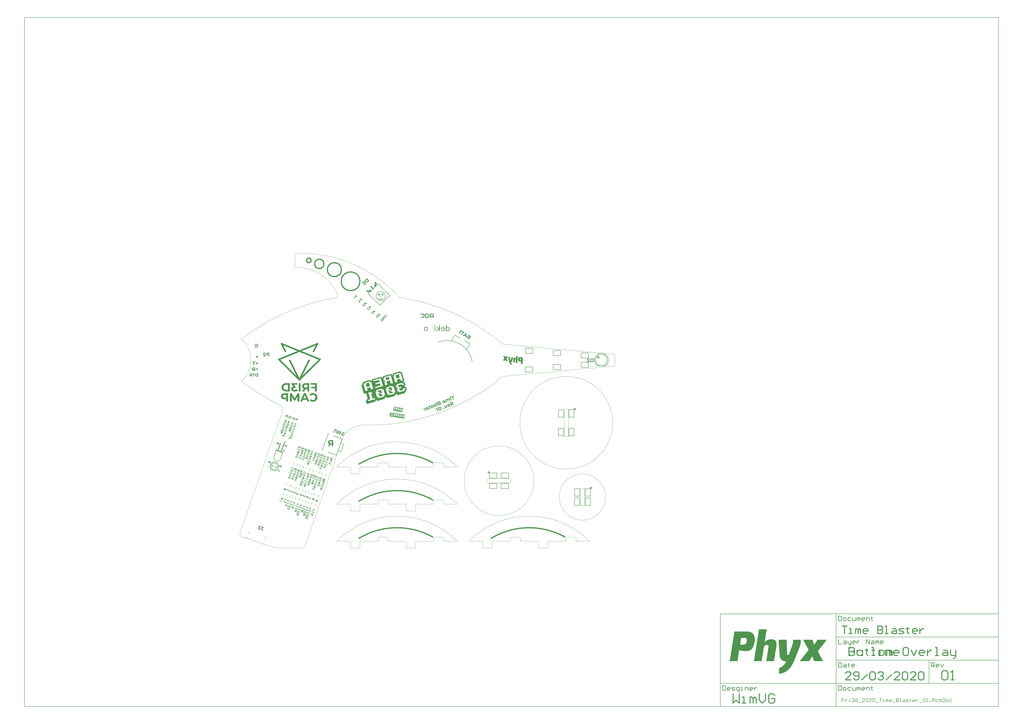
<source format=gbo>
G04*
G04 #@! TF.GenerationSoftware,Altium Limited,Altium Designer,20.0.13 (296)*
G04*
G04 Layer_Color=32896*
%FSLAX25Y25*%
%MOIN*%
G70*
G01*
G75*
%ADD10C,0.00787*%
%ADD11C,0.00984*%
%ADD12C,0.00591*%
%ADD13C,0.01968*%
%ADD17C,0.01575*%
%ADD19C,0.00197*%
%ADD139C,0.02756*%
%ADD140C,0.00500*%
G36*
X228350Y453941D02*
X226428Y452018D01*
X226296Y451895D01*
X226165Y451779D01*
X226034Y451671D01*
X225903Y451578D01*
X225775Y451489D01*
X225652Y451412D01*
X225536Y451343D01*
X225428Y451281D01*
X225327Y451227D01*
X225231Y451184D01*
X225150Y451142D01*
X225080Y451111D01*
X225022Y451092D01*
X224980Y451072D01*
X224957Y451065D01*
X224945Y451061D01*
X224798Y451014D01*
X224648Y450980D01*
X224505Y450953D01*
X224366Y450937D01*
X224235Y450922D01*
X224103Y450914D01*
X223980D01*
X223868Y450918D01*
X223764Y450922D01*
X223667Y450933D01*
X223590Y450941D01*
X223517Y450953D01*
X223463Y450960D01*
X223420Y450972D01*
X223393Y450976D01*
X223385D01*
X223242Y451018D01*
X223103Y451065D01*
X222968Y451123D01*
X222837Y451184D01*
X222717Y451250D01*
X222602Y451319D01*
X222490Y451385D01*
X222389Y451454D01*
X222297Y451524D01*
X222219Y451586D01*
X222146Y451644D01*
X222088Y451694D01*
X222038Y451736D01*
X222003Y451771D01*
X221984Y451790D01*
X221976Y451798D01*
X221864Y451918D01*
X221760Y452037D01*
X221667Y452161D01*
X221582Y452285D01*
X221509Y452404D01*
X221440Y452520D01*
X221382Y452632D01*
X221331Y452736D01*
X221289Y452833D01*
X221254Y452922D01*
X221223Y452999D01*
X221200Y453068D01*
X221181Y453126D01*
X221173Y453165D01*
X221162Y453192D01*
Y453200D01*
X221131Y453346D01*
X221111Y453489D01*
X221100Y453632D01*
X221096Y453767D01*
Y453906D01*
X221108Y454034D01*
X221115Y454157D01*
X221131Y454273D01*
X221150Y454377D01*
X221169Y454474D01*
X221188Y454555D01*
X221204Y454624D01*
X221219Y454686D01*
X221231Y454729D01*
X221239Y454752D01*
X221243Y454763D01*
X221297Y454910D01*
X221358Y455057D01*
X221428Y455196D01*
X221501Y455331D01*
X221579Y455462D01*
X221659Y455582D01*
X221737Y455697D01*
X221818Y455802D01*
X221895Y455902D01*
X221965Y455987D01*
X222026Y456064D01*
X222084Y456130D01*
X222131Y456184D01*
X224119Y458172D01*
X228350Y453941D01*
D02*
G37*
G36*
X221629Y450918D02*
X220451Y449740D01*
X220366Y449640D01*
X220285Y449551D01*
X220223Y449466D01*
X220162Y449389D01*
X220108Y449312D01*
X220069Y449242D01*
X220030Y449181D01*
X219999Y449126D01*
X219976Y449072D01*
X219957Y449030D01*
X219941Y448999D01*
X219934Y448968D01*
X219926Y448953D01*
Y448937D01*
X219922Y448933D01*
X219911Y448868D01*
X219907Y448802D01*
X219911Y448744D01*
X219918Y448682D01*
X219930Y448625D01*
X219949Y448574D01*
X219988Y448482D01*
X220034Y448405D01*
X220054Y448378D01*
X220073Y448350D01*
X220088Y448327D01*
X220104Y448312D01*
X220111Y448304D01*
X220115Y448300D01*
X220165Y448258D01*
X220216Y448215D01*
X220324Y448161D01*
X220424Y448123D01*
X220521Y448103D01*
X220605D01*
X220671Y448100D01*
X220718Y448107D01*
X220729Y448103D01*
X220733Y448107D01*
X220864Y448146D01*
X220992Y448204D01*
X221115Y448273D01*
X221223Y448350D01*
X221273Y448385D01*
X221320Y448424D01*
X221358Y448455D01*
X221389Y448486D01*
X221420Y448509D01*
X221455Y448544D01*
X221575Y448671D01*
X221679Y448798D01*
X221775Y448926D01*
X221818Y448984D01*
X221853Y449042D01*
X221887Y449092D01*
X221918Y449138D01*
X221945Y449181D01*
X221968Y449219D01*
X221984Y449250D01*
X221995Y449269D01*
X222003Y449285D01*
X222007Y449289D01*
X222077Y449443D01*
X222142Y449594D01*
X222185Y449736D01*
X222223Y449860D01*
X222239Y449922D01*
X222250Y449972D01*
X222262Y450014D01*
X222270Y450053D01*
X222273Y450088D01*
X222277Y450107D01*
X222281Y450119D01*
Y450126D01*
X223416Y449763D01*
X223374Y449567D01*
X223316Y449377D01*
X223254Y449200D01*
X223185Y449038D01*
X223150Y448964D01*
X223123Y448899D01*
X223088Y448841D01*
X223065Y448794D01*
X223046Y448752D01*
X223030Y448721D01*
X223019Y448702D01*
X223015Y448698D01*
X222891Y448497D01*
X222760Y448312D01*
X222636Y448142D01*
X222575Y448065D01*
X222513Y447995D01*
X222459Y447933D01*
X222409Y447876D01*
X222362Y447822D01*
X222324Y447783D01*
X222293Y447744D01*
X222250Y447702D01*
X222138Y447598D01*
X222034Y447501D01*
X221930Y447412D01*
X221822Y447335D01*
X221721Y447258D01*
X221629Y447196D01*
X221532Y447138D01*
X221451Y447088D01*
X221370Y447046D01*
X221301Y447007D01*
X221239Y446976D01*
X221185Y446953D01*
X221142Y446934D01*
X221115Y446922D01*
X221096Y446910D01*
X221088D01*
X220976Y446876D01*
X220872Y446849D01*
X220772Y446825D01*
X220671Y446810D01*
X220575Y446798D01*
X220482Y446791D01*
X220320D01*
X220247Y446795D01*
X220181Y446798D01*
X220127Y446806D01*
X220080D01*
X220042Y446814D01*
X220015Y446818D01*
X219999Y446825D01*
X219992D01*
X219895Y446852D01*
X219802Y446883D01*
X219718Y446922D01*
X219633Y446960D01*
X219482Y447042D01*
X219347Y447130D01*
X219293Y447169D01*
X219243Y447212D01*
X219196Y447242D01*
X219162Y447277D01*
X219131Y447300D01*
X219108Y447323D01*
X219096Y447335D01*
X219092Y447339D01*
X218988Y447451D01*
X218899Y447571D01*
X218822Y447686D01*
X218756Y447806D01*
X218706Y447926D01*
X218664Y448038D01*
X218629Y448150D01*
X218602Y448254D01*
X218586Y448354D01*
X218575Y448443D01*
X218567Y448520D01*
Y448590D01*
X218563Y448648D01*
Y448686D01*
X218567Y448713D01*
Y448721D01*
X218590Y448868D01*
X218625Y449018D01*
X218679Y449165D01*
X218745Y449316D01*
X218818Y449459D01*
X218903Y449598D01*
X218988Y449729D01*
X219073Y449852D01*
X219158Y449968D01*
X219243Y450076D01*
X219320Y450169D01*
X219386Y450250D01*
X219447Y450312D01*
X219467Y450339D01*
X219872Y450744D01*
X219003Y451481D01*
X217235Y449713D01*
X216447Y450501D01*
X219030Y453084D01*
X221629Y450918D01*
D02*
G37*
G36*
X207932Y426908D02*
X207345Y426208D01*
X203180Y427450D01*
X203770Y428153D01*
X206744Y427264D01*
X205342Y430027D01*
X205981Y430788D01*
X207932Y426908D01*
D02*
G37*
G36*
X204784Y425715D02*
X204150Y424959D01*
X204892Y424337D01*
X204419Y423774D01*
X203677Y424396D01*
X203041Y423638D01*
X202508Y424085D01*
X203145Y424843D01*
X202403Y425465D01*
X202875Y426029D01*
X203617Y425406D01*
X204251Y426162D01*
X204784Y425715D01*
D02*
G37*
G36*
X217292Y422504D02*
X216686Y421782D01*
X215806Y422059D01*
X214615Y420640D01*
X215038Y419819D01*
X214416Y419077D01*
X212506Y423008D01*
X213094Y423708D01*
X217292Y422504D01*
D02*
G37*
G36*
X213223Y419921D02*
X213698Y419523D01*
X212317Y417878D01*
X212958Y417340D01*
X212378Y416648D01*
X211737Y417187D01*
X211320Y416690D01*
X210746Y417172D01*
X211162Y417669D01*
X210588Y418151D01*
X211150Y418820D01*
X211724Y418338D01*
X212412Y419158D01*
X209451Y419366D01*
X210073Y420108D01*
X213223Y419921D01*
D02*
G37*
G36*
X224448Y415578D02*
X223842Y414855D01*
X222962Y415132D01*
X221772Y413713D01*
X222195Y412892D01*
X221572Y412150D01*
X219663Y416081D01*
X220250Y416781D01*
X224448Y415578D01*
D02*
G37*
G36*
X218996Y414132D02*
X217906Y412832D01*
X219143Y412863D01*
X219612Y412470D01*
X219296Y412093D01*
X219259Y412044D01*
X219227Y411994D01*
X219198Y411943D01*
X219174Y411897D01*
X219152Y411854D01*
X219121Y411765D01*
X219104Y411689D01*
X219095Y411616D01*
X219095Y411549D01*
X219108Y411491D01*
X219121Y411437D01*
X219143Y411390D01*
X219162Y411351D01*
X219183Y411319D01*
X219203Y411292D01*
X219218Y411275D01*
X219229Y411266D01*
X219234Y411261D01*
X219270Y411236D01*
X219306Y411211D01*
X219381Y411181D01*
X219450Y411161D01*
X219515Y411154D01*
X219574Y411157D01*
X219615Y411160D01*
X219646Y411168D01*
X219654Y411166D01*
X219656Y411169D01*
X219741Y411202D01*
X219824Y411251D01*
X219900Y411307D01*
X219967Y411364D01*
X219998Y411390D01*
X220024Y411416D01*
X220048Y411438D01*
X220067Y411461D01*
X220086Y411478D01*
X220107Y411503D01*
X220179Y411595D01*
X220243Y411688D01*
X220298Y411775D01*
X220323Y411816D01*
X220345Y411860D01*
X220365Y411895D01*
X220383Y411928D01*
X220398Y411957D01*
X220411Y411984D01*
X220420Y412006D01*
X220426Y412019D01*
X220431Y412030D01*
X220433Y412033D01*
X220472Y412142D01*
X220505Y412243D01*
X220527Y412343D01*
X220546Y412428D01*
X220550Y412467D01*
X220555Y412501D01*
X220560Y412530D01*
X220563Y412556D01*
X220563Y412579D01*
X220565Y412592D01*
X220567Y412600D01*
X220566Y412605D01*
X221337Y412424D01*
X221322Y412294D01*
X221295Y412165D01*
X221262Y412041D01*
X221227Y411932D01*
X221208Y411881D01*
X221192Y411833D01*
X221175Y411795D01*
X221162Y411763D01*
X221151Y411734D01*
X221143Y411713D01*
X221136Y411699D01*
X221134Y411696D01*
X221064Y411556D01*
X220987Y411425D01*
X220915Y411305D01*
X220879Y411250D01*
X220842Y411200D01*
X220809Y411156D01*
X220779Y411115D01*
X220752Y411076D01*
X220728Y411048D01*
X220710Y411021D01*
X220684Y410990D01*
X220618Y410917D01*
X220552Y410844D01*
X220488Y410779D01*
X220423Y410725D01*
X220363Y410670D01*
X220303Y410621D01*
X220245Y410580D01*
X220194Y410542D01*
X220143Y410509D01*
X220099Y410479D01*
X220059Y410455D01*
X220025Y410436D01*
X219998Y410421D01*
X219981Y410412D01*
X219968Y410403D01*
X219963Y410403D01*
X219894Y410371D01*
X219826Y410347D01*
X219758Y410328D01*
X219695Y410309D01*
X219631Y410296D01*
X219570Y410286D01*
X219517Y410278D01*
X219465Y410274D01*
X219419Y410270D01*
X219375Y410269D01*
X219339Y410271D01*
X219306Y410270D01*
X219282Y410271D01*
X219261Y410274D01*
X219253Y410276D01*
X219248Y410276D01*
X219185Y410286D01*
X219122Y410301D01*
X219066Y410319D01*
X219007Y410340D01*
X218903Y410385D01*
X218813Y410431D01*
X218775Y410454D01*
X218742Y410477D01*
X218710Y410495D01*
X218685Y410516D01*
X218663Y410529D01*
X218649Y410541D01*
X218640Y410548D01*
X218638Y410550D01*
X218576Y410607D01*
X218522Y410662D01*
X218473Y410722D01*
X218432Y410780D01*
X218393Y410841D01*
X218359Y410898D01*
X218334Y410953D01*
X218308Y411007D01*
X218291Y411060D01*
X218277Y411105D01*
X218263Y411145D01*
X218254Y411181D01*
X218249Y411209D01*
X218245Y411232D01*
X218241Y411244D01*
X218241Y411249D01*
X218234Y411326D01*
X218232Y411404D01*
X218239Y411479D01*
X218250Y411555D01*
X218267Y411631D01*
X218284Y411703D01*
X218306Y411769D01*
X218327Y411833D01*
X218350Y411894D01*
X218374Y411946D01*
X218395Y411994D01*
X218415Y412035D01*
X218433Y412067D01*
X218446Y412094D01*
X218452Y412108D01*
X218457Y412113D01*
X217093Y412084D01*
X216633Y412470D01*
X218427Y414609D01*
X218996Y414132D01*
D02*
G37*
G36*
X232182Y409135D02*
X231576Y408413D01*
X230697Y408690D01*
X229505Y407271D01*
X229929Y406450D01*
X229306Y405708D01*
X227397Y409639D01*
X227984Y410339D01*
X232182Y409135D01*
D02*
G37*
G36*
X226726Y407883D02*
X226757Y407880D01*
X226781Y407880D01*
X226794Y407878D01*
X226799Y407879D01*
X226698Y407085D01*
X226610Y407087D01*
X226523Y407080D01*
X226446Y407068D01*
X226378Y407054D01*
X226320Y407036D01*
X226280Y407022D01*
X226265Y407016D01*
X226252Y407012D01*
X226245Y407009D01*
X226242Y407006D01*
X226166Y406966D01*
X226092Y406918D01*
X226027Y406868D01*
X225969Y406822D01*
X225924Y406779D01*
X225905Y406757D01*
X225888Y406742D01*
X225860Y406709D01*
X225795Y406621D01*
X225743Y406536D01*
X225723Y406501D01*
X225706Y406463D01*
X225694Y406426D01*
X225683Y406396D01*
X225673Y406367D01*
X225668Y406338D01*
X225664Y406317D01*
X225658Y406299D01*
X225660Y406283D01*
X225655Y406273D01*
X225656Y406262D01*
X225657Y406224D01*
X225660Y406188D01*
X225682Y406117D01*
X225708Y406058D01*
X225743Y406004D01*
X225773Y405960D01*
X225804Y405929D01*
X225816Y405915D01*
X225824Y405908D01*
X225830Y405903D01*
X225833Y405901D01*
X225882Y405864D01*
X225934Y405834D01*
X225988Y405808D01*
X226036Y405787D01*
X226079Y405770D01*
X226114Y405760D01*
X226137Y405754D01*
X226143Y405755D01*
X226145Y405752D01*
X226182Y405745D01*
X226219Y405738D01*
X226305Y405733D01*
X226390Y405732D01*
X226472Y405734D01*
X226547Y405738D01*
X226581Y405739D01*
X226606Y405741D01*
X226632Y405743D01*
X226647Y405745D01*
X226657Y405745D01*
X226663Y405746D01*
X228765Y405992D01*
X229222Y405608D01*
X227283Y403296D01*
X226708Y403778D01*
X227812Y405094D01*
X226559Y404949D01*
X226462Y404940D01*
X226372Y404930D01*
X226282Y404924D01*
X226205Y404923D01*
X226128Y404921D01*
X226060Y404921D01*
X225998Y404925D01*
X225938Y404928D01*
X225889Y404931D01*
X225847Y404938D01*
X225808Y404942D01*
X225779Y404948D01*
X225753Y404951D01*
X225737Y404954D01*
X225724Y404956D01*
X225721Y404958D01*
X225607Y404992D01*
X225502Y405037D01*
X225408Y405083D01*
X225326Y405133D01*
X225291Y405153D01*
X225258Y405176D01*
X225230Y405194D01*
X225208Y405213D01*
X225189Y405224D01*
X225175Y405236D01*
X225167Y405243D01*
X225164Y405245D01*
X225116Y405290D01*
X225068Y405335D01*
X224990Y405429D01*
X224958Y405475D01*
X224928Y405519D01*
X224903Y405563D01*
X224879Y405603D01*
X224860Y405642D01*
X224844Y405680D01*
X224831Y405710D01*
X224821Y405737D01*
X224811Y405759D01*
X224807Y405777D01*
X224804Y405785D01*
X224804Y405790D01*
X224780Y405909D01*
X224773Y406025D01*
X224773Y406139D01*
X224785Y406238D01*
X224796Y406324D01*
X224803Y406361D01*
X224810Y406392D01*
X224816Y406416D01*
X224822Y406435D01*
X224823Y406448D01*
X224826Y406451D01*
X224871Y406579D01*
X224930Y406705D01*
X224995Y406822D01*
X225026Y406876D01*
X225058Y406926D01*
X225088Y406972D01*
X225118Y407014D01*
X225145Y407052D01*
X225169Y407080D01*
X225187Y407107D01*
X225215Y407141D01*
X225281Y407214D01*
X225345Y407284D01*
X225412Y407347D01*
X225474Y407404D01*
X225539Y407459D01*
X225602Y407506D01*
X225662Y407550D01*
X225718Y407588D01*
X225772Y407624D01*
X225821Y407654D01*
X225861Y407678D01*
X225900Y407697D01*
X225930Y407715D01*
X225952Y407725D01*
X225964Y407734D01*
X225969Y407734D01*
X226049Y407767D01*
X226124Y407794D01*
X226200Y407816D01*
X226273Y407835D01*
X226344Y407852D01*
X226415Y407864D01*
X226479Y407872D01*
X226541Y407877D01*
X226595Y407879D01*
X226646Y407884D01*
X226690Y407885D01*
X226726Y407883D01*
D02*
G37*
G36*
X238913Y401601D02*
X238307Y400878D01*
X237428Y401155D01*
X236237Y399736D01*
X236660Y398915D01*
X236038Y398173D01*
X234128Y402104D01*
X234716Y402804D01*
X238913Y401601D01*
D02*
G37*
G36*
X315809Y397822D02*
X315808Y397753D01*
X315877Y397753D01*
X315877Y397821D01*
X315946Y397820D01*
X315945Y397752D01*
X316014Y397751D01*
X316014Y397820D01*
X316083Y397819D01*
X316082Y397751D01*
X316150Y397750D01*
X316151Y397819D01*
X316220Y397818D01*
X316219Y397750D01*
X316287Y397749D01*
X316288Y397817D01*
X316357Y397817D01*
X316356Y397748D01*
X316424Y397748D01*
X316425Y397816D01*
X316494Y397816D01*
X316493Y397747D01*
X316561Y397747D01*
X316562Y397815D01*
X316631Y397814D01*
X316630Y397746D01*
X316698Y397745D01*
X316699Y397814D01*
X316768Y397813D01*
X316767Y397745D01*
X316835Y397744D01*
X316836Y397813D01*
X316904Y397812D01*
X316904Y397744D01*
X316972Y397743D01*
X316973Y397812D01*
X317041Y397811D01*
X317041Y397743D01*
X317109Y397742D01*
X317110Y397810D01*
X317178Y397810D01*
X317178Y397741D01*
X317246Y397741D01*
X317247Y397809D01*
X317315Y397809D01*
X317315Y397740D01*
X317383Y397739D01*
X317384Y397808D01*
X317452Y397807D01*
X317452Y397739D01*
X317520Y397738D01*
X317521Y397807D01*
X317589Y397806D01*
X317589Y397738D01*
X317657Y397737D01*
X317658Y397806D01*
X317726Y397805D01*
X317726Y397737D01*
X317794Y397736D01*
X317795Y397804D01*
X317863Y397804D01*
X317863Y397735D01*
X317931Y397735D01*
X317932Y397803D01*
X318000Y397802D01*
X318000Y397734D01*
X318068Y397733D01*
X318069Y397802D01*
X318137Y397801D01*
X318136Y397733D01*
X318205Y397732D01*
X318205Y397801D01*
X318274Y397800D01*
X318273Y397732D01*
X318342Y397731D01*
X318342Y397799D01*
X318411Y397799D01*
X318410Y397730D01*
X318479Y397730D01*
X318479Y397798D01*
X318548Y397798D01*
X318547Y397729D01*
X318616Y397729D01*
X318616Y397797D01*
X318685Y397797D01*
X318684Y397728D01*
X318753Y397727D01*
X318753Y397796D01*
X318822Y397795D01*
X318821Y397727D01*
X318890Y397726D01*
X318890Y397795D01*
X318959Y397794D01*
X318958Y397726D01*
X319027Y397725D01*
X319027Y397794D01*
X319096Y397793D01*
X319095Y397725D01*
X319164Y397724D01*
X319164Y397792D01*
X319233Y397792D01*
X319232Y397723D01*
X319301Y397723D01*
X319301Y397791D01*
X319370Y397791D01*
X319369Y397722D01*
X319438Y397722D01*
X319438Y397790D01*
X319507Y397789D01*
X319506Y397721D01*
X319574Y397720D01*
X319575Y397789D01*
X319644Y397788D01*
X319643Y397720D01*
X319711Y397719D01*
X319712Y397788D01*
X319780Y397787D01*
X319780Y397719D01*
X319848Y397718D01*
X319849Y397786D01*
X319917Y397786D01*
X319917Y397717D01*
X319985Y397717D01*
X319986Y397785D01*
X320055Y397785D01*
X320054Y397716D01*
X320122Y397715D01*
X320123Y397784D01*
X320191Y397783D01*
X320191Y397715D01*
X320259Y397714D01*
X320260Y397783D01*
X320328Y397782D01*
X320328Y397714D01*
X320396Y397713D01*
X320396Y397645D01*
X320464Y397644D01*
X320465Y397712D01*
X320533Y397712D01*
X320533Y397643D01*
X320738Y397642D01*
X320738Y397573D01*
X320943Y397571D01*
X320942Y397503D01*
X321011Y397502D01*
X321010Y397434D01*
X321079Y397433D01*
X321078Y397365D01*
X321284Y397363D01*
X321283Y397294D01*
X321282Y397226D01*
X321351Y397225D01*
X321350Y397157D01*
X321350Y397089D01*
X321418Y397088D01*
X321417Y397019D01*
X321486Y397019D01*
X321485Y396950D01*
X321554Y396950D01*
X321553Y396881D01*
X321553Y396813D01*
X321621Y396812D01*
X321620Y396744D01*
X321620Y396675D01*
X321688Y396675D01*
X321688Y396606D01*
X321687Y396538D01*
X321687Y396469D01*
X321755Y396469D01*
X321755Y396400D01*
X321686Y396401D01*
X321685Y396332D01*
X321754Y396332D01*
X321753Y396263D01*
X321753Y396195D01*
X321752Y396126D01*
X321751Y396058D01*
X321751Y395989D01*
X321819Y395989D01*
X321819Y395920D01*
X321750Y395921D01*
X321750Y395852D01*
X321818Y395852D01*
X321818Y395783D01*
X321749Y395784D01*
X321748Y395715D01*
X321817Y395715D01*
X321816Y395646D01*
X321748Y395647D01*
X321747Y395578D01*
X321816Y395578D01*
X321815Y395509D01*
X321747Y395510D01*
X321746Y395441D01*
X321815Y395441D01*
X321814Y395372D01*
X321745Y395373D01*
X321745Y395304D01*
X321813Y395304D01*
X321813Y395235D01*
X321744Y395236D01*
X321744Y395167D01*
X321812Y395167D01*
X321812Y395098D01*
X321743Y395099D01*
X321743Y395030D01*
X321811Y395030D01*
X321810Y394961D01*
X321742Y394962D01*
X321741Y394894D01*
X321810Y394893D01*
X321809Y394825D01*
X321741Y394825D01*
X321740Y394757D01*
X321809Y394756D01*
X321808Y394688D01*
X321740Y394688D01*
X321739Y394620D01*
X321807Y394619D01*
X321807Y394551D01*
X321738Y394551D01*
X321738Y394483D01*
X321806Y394482D01*
X321806Y394414D01*
X321737Y394414D01*
X321737Y394346D01*
X321805Y394345D01*
X321804Y394277D01*
X321736Y394277D01*
X321735Y394209D01*
X321804Y394208D01*
X321803Y394140D01*
X321735Y394140D01*
X321734Y394072D01*
X321803Y394071D01*
X321802Y394003D01*
X321734Y394003D01*
X321733Y393935D01*
X321801Y393934D01*
X321801Y393866D01*
X321732Y393866D01*
X321732Y393798D01*
X321800Y393797D01*
X321800Y393729D01*
X321731Y393729D01*
X321731Y393661D01*
X321799Y393660D01*
X321798Y393592D01*
X321730Y393592D01*
X321729Y393524D01*
X321798Y393523D01*
X321797Y393455D01*
X321729Y393456D01*
X321728Y393387D01*
X321797Y393386D01*
X321796Y393318D01*
X321728Y393319D01*
X321727Y393250D01*
X321795Y393249D01*
X321795Y393181D01*
X321726Y393181D01*
X321726Y393113D01*
X321794Y393112D01*
X321794Y393044D01*
X321725Y393045D01*
X321725Y392976D01*
X321793Y392975D01*
X321793Y392907D01*
X321724Y392908D01*
X321723Y392839D01*
X321792Y392839D01*
X321791Y392770D01*
X321723Y392771D01*
X321722Y392702D01*
X321791Y392702D01*
X321790Y392633D01*
X321722Y392634D01*
X321721Y392565D01*
X321720Y392497D01*
X321720Y392428D01*
X321719Y392360D01*
X321719Y392291D01*
X321650Y392292D01*
X321650Y392224D01*
X321649Y392155D01*
X321648Y392087D01*
X321580Y392087D01*
X321579Y392019D01*
X321648Y392018D01*
X321647Y391950D01*
X321579Y391950D01*
X321578Y391882D01*
X321510Y391882D01*
X321509Y391814D01*
X321441Y391814D01*
X321440Y391746D01*
X321439Y391677D01*
X321371Y391678D01*
X321370Y391610D01*
X321370Y391541D01*
X321301Y391542D01*
X321301Y391473D01*
X321232Y391474D01*
X321232Y391405D01*
X321094Y391406D01*
X321094Y391338D01*
X321025Y391339D01*
X321025Y391270D01*
X320888Y391271D01*
X320887Y391203D01*
X320819Y391203D01*
X320818Y391135D01*
X320613Y391137D01*
X320612Y391068D01*
X320407Y391070D01*
X320406Y391002D01*
X315613Y391043D01*
X315613Y391112D01*
X315614Y391180D01*
X315614Y391249D01*
X315615Y391317D01*
X315616Y391386D01*
X315616Y391454D01*
X315617Y391523D01*
X315617Y391591D01*
X315618Y391660D01*
X315619Y391728D01*
X315619Y391797D01*
X315620Y391865D01*
X315620Y391934D01*
X315621Y392002D01*
X315622Y392071D01*
X315622Y392139D01*
X315623Y392208D01*
X315623Y392276D01*
X315692Y392275D01*
X315691Y392207D01*
X315760Y392206D01*
X315760Y392275D01*
X315829Y392274D01*
X315828Y392206D01*
X315897Y392205D01*
X315897Y392274D01*
X315966Y392273D01*
X315965Y392204D01*
X316034Y392204D01*
X316034Y392272D01*
X316103Y392272D01*
X316102Y392203D01*
X316171Y392203D01*
X316171Y392271D01*
X316240Y392271D01*
X316239Y392202D01*
X316307Y392201D01*
X316308Y392270D01*
X316377Y392269D01*
X316376Y392201D01*
X316444Y392200D01*
X316445Y392269D01*
X316514Y392268D01*
X316513Y392200D01*
X316582Y392199D01*
X316582Y392268D01*
X316651Y392267D01*
X316650Y392199D01*
X316718Y392198D01*
X316719Y392266D01*
X316788Y392266D01*
X316787Y392197D01*
X316855Y392197D01*
X316856Y392265D01*
X316925Y392265D01*
X316924Y392196D01*
X316992Y392196D01*
X316993Y392264D01*
X317061Y392264D01*
X317061Y392195D01*
X317129Y392194D01*
X317130Y392263D01*
X317198Y392262D01*
X317198Y392194D01*
X317266Y392193D01*
X317267Y392262D01*
X317335Y392261D01*
X317335Y392193D01*
X317403Y392192D01*
X317404Y392261D01*
X317472Y392260D01*
X317472Y392191D01*
X317540Y392191D01*
X317541Y392259D01*
X317609Y392259D01*
X317609Y392190D01*
X317677Y392190D01*
X317678Y392258D01*
X317746Y392257D01*
X317746Y392189D01*
X317814Y392188D01*
X317815Y392257D01*
X317883Y392256D01*
X317883Y392188D01*
X317951Y392187D01*
X317952Y392256D01*
X318020Y392255D01*
X318020Y392187D01*
X318088Y392186D01*
X318089Y392254D01*
X318157Y392254D01*
X318157Y392185D01*
X318225Y392185D01*
X318226Y392253D01*
X318294Y392253D01*
X318293Y392184D01*
X318362Y392184D01*
X318362Y392252D01*
X318431Y392251D01*
X318430Y392183D01*
X318499Y392182D01*
X318499Y392251D01*
X318568Y392250D01*
X318567Y392182D01*
X318636Y392181D01*
X318636Y392250D01*
X318705Y392249D01*
X318704Y392181D01*
X318773Y392180D01*
X318773Y392249D01*
X318842Y392248D01*
X318841Y392179D01*
X318910Y392179D01*
X318910Y392247D01*
X318979Y392247D01*
X318978Y392178D01*
X319047Y392178D01*
X319047Y392246D01*
X319116Y392246D01*
X319115Y392177D01*
X319184Y392177D01*
X319184Y392245D01*
X319253Y392244D01*
X319252Y392176D01*
X319321Y392175D01*
X319321Y392244D01*
X319390Y392243D01*
X319389Y392175D01*
X319458Y392174D01*
X319458Y392243D01*
X319527Y392242D01*
X319526Y392174D01*
X319595Y392173D01*
X319595Y392241D01*
X319664Y392241D01*
X319663Y392172D01*
X319731Y392172D01*
X319732Y392240D01*
X319801Y392240D01*
X319800Y392171D01*
X319868Y392171D01*
X319869Y392239D01*
X319938Y392238D01*
X319937Y392170D01*
X320005Y392169D01*
X320006Y392238D01*
X320075Y392237D01*
X320074Y392169D01*
X320142Y392168D01*
X320143Y392237D01*
X320212Y392236D01*
X320212Y392304D01*
X320417Y392303D01*
X320418Y392371D01*
X320350Y392372D01*
X320350Y392440D01*
X320419Y392440D01*
X320419Y392508D01*
X320488Y392508D01*
X320488Y392576D01*
X320557Y392575D01*
X320557Y392644D01*
X320489Y392645D01*
X320490Y392713D01*
X320558Y392712D01*
X320559Y392781D01*
X320490Y392781D01*
X320491Y392850D01*
X320559Y392849D01*
X320560Y392918D01*
X320491Y392918D01*
X320492Y392987D01*
X320560Y392986D01*
X320561Y393055D01*
X320493Y393055D01*
X320493Y393124D01*
X320562Y393123D01*
X320562Y393192D01*
X320494Y393192D01*
X320494Y393261D01*
X320563Y393260D01*
X320563Y393329D01*
X320495Y393329D01*
X320496Y393398D01*
X320564Y393397D01*
X320565Y393466D01*
X320496Y393466D01*
X320497Y393535D01*
X320565Y393534D01*
X320566Y393603D01*
X320497Y393603D01*
X320498Y393672D01*
X320566Y393671D01*
X320567Y393740D01*
X320498Y393740D01*
X320499Y393809D01*
X320568Y393808D01*
X320568Y393877D01*
X320500Y393877D01*
X320500Y393946D01*
X320569Y393945D01*
X320569Y394013D01*
X320501Y394014D01*
X320501Y394082D01*
X320570Y394082D01*
X320571Y394150D01*
X320502Y394151D01*
X320503Y394219D01*
X320571Y394219D01*
X320572Y394287D01*
X320503Y394288D01*
X320504Y394356D01*
X320572Y394356D01*
X320573Y394424D01*
X320504Y394425D01*
X320505Y394493D01*
X320574Y394493D01*
X320574Y394561D01*
X320506Y394562D01*
X320506Y394630D01*
X320575Y394630D01*
X320575Y394698D01*
X320507Y394699D01*
X320508Y394767D01*
X320576Y394767D01*
X320577Y394835D01*
X320508Y394836D01*
X320509Y394904D01*
X320577Y394904D01*
X320578Y394972D01*
X320509Y394973D01*
X320510Y395041D01*
X320578Y395041D01*
X320579Y395109D01*
X320511Y395110D01*
X320511Y395178D01*
X320580Y395178D01*
X320580Y395246D01*
X320512Y395247D01*
X320512Y395315D01*
X320581Y395315D01*
X320581Y395383D01*
X320513Y395384D01*
X320514Y395452D01*
X320582Y395451D01*
X320583Y395520D01*
X320514Y395521D01*
X320515Y395589D01*
X320583Y395588D01*
X320584Y395657D01*
X320515Y395658D01*
X320516Y395726D01*
X320584Y395725D01*
X320585Y395794D01*
X320516Y395795D01*
X320517Y395863D01*
X320585Y395862D01*
X320586Y395931D01*
X320518Y395932D01*
X320518Y396000D01*
X320587Y395999D01*
X320587Y396068D01*
X320519Y396068D01*
X320519Y396137D01*
X320520Y396205D01*
X320521Y396274D01*
X320452Y396274D01*
X320453Y396343D01*
X320384Y396343D01*
X320385Y396412D01*
X320316Y396413D01*
X320317Y396481D01*
X320112Y396483D01*
X320112Y396551D01*
X320044Y396552D01*
X320043Y396483D01*
X319975Y396484D01*
X319975Y396553D01*
X319907Y396553D01*
X319906Y396485D01*
X319838Y396485D01*
X319838Y396554D01*
X319770Y396554D01*
X319769Y396486D01*
X319701Y396486D01*
X319701Y396555D01*
X319633Y396556D01*
X319632Y396487D01*
X319564Y396488D01*
X319564Y396556D01*
X319496Y396557D01*
X319495Y396488D01*
X319427Y396489D01*
X319427Y396557D01*
X319359Y396558D01*
X319358Y396490D01*
X319290Y396490D01*
X319290Y396558D01*
X319222Y396559D01*
X319221Y396491D01*
X319153Y396491D01*
X319153Y396560D01*
X319085Y396560D01*
X319084Y396492D01*
X319016Y396493D01*
X319017Y396561D01*
X318948Y396562D01*
X318947Y396493D01*
X318879Y396494D01*
X318880Y396562D01*
X318811Y396563D01*
X318811Y396494D01*
X318742Y396495D01*
X318743Y396563D01*
X318674Y396564D01*
X318673Y396496D01*
X318605Y396496D01*
X318606Y396565D01*
X318537Y396565D01*
X318536Y396497D01*
X318468Y396497D01*
X318469Y396566D01*
X318400Y396566D01*
X318400Y396498D01*
X318331Y396498D01*
X318332Y396567D01*
X318263Y396568D01*
X318263Y396499D01*
X318194Y396500D01*
X318195Y396568D01*
X318126Y396569D01*
X318126Y396500D01*
X318057Y396501D01*
X318058Y396569D01*
X317989Y396570D01*
X317989Y396501D01*
X317920Y396502D01*
X317921Y396570D01*
X317852Y396571D01*
X317852Y396503D01*
X317783Y396503D01*
X317784Y396572D01*
X317715Y396572D01*
X317715Y396504D01*
X317646Y396504D01*
X317647Y396573D01*
X317578Y396573D01*
X317578Y396505D01*
X317509Y396506D01*
X317510Y396574D01*
X317441Y396575D01*
X317441Y396506D01*
X317372Y396507D01*
X317373Y396575D01*
X317304Y396576D01*
X317304Y396507D01*
X317235Y396508D01*
X317236Y396576D01*
X317168Y396577D01*
X317167Y396509D01*
X317098Y396509D01*
X317099Y396578D01*
X317031Y396578D01*
X317030Y396510D01*
X316962Y396510D01*
X316962Y396579D01*
X316894Y396580D01*
X316893Y396511D01*
X316825Y396512D01*
X316825Y396580D01*
X316757Y396581D01*
X316756Y396512D01*
X316688Y396513D01*
X316688Y396581D01*
X316620Y396582D01*
X316619Y396513D01*
X316551Y396514D01*
X316551Y396583D01*
X316483Y396583D01*
X316482Y396515D01*
X316414Y396515D01*
X316414Y396584D01*
X316346Y396584D01*
X316345Y396516D01*
X316277Y396516D01*
X316277Y396585D01*
X316209Y396585D01*
X316208Y396517D01*
X316140Y396517D01*
X316140Y396586D01*
X316072Y396587D01*
X316071Y396518D01*
X316003Y396519D01*
X316003Y396587D01*
X315935Y396588D01*
X315934Y396519D01*
X315866Y396520D01*
X315866Y396588D01*
X315798Y396589D01*
X315797Y396520D01*
X315729Y396521D01*
X315729Y396590D01*
X315661Y396590D01*
X315662Y396659D01*
X315662Y396727D01*
X315663Y396796D01*
X315663Y396864D01*
X315664Y396933D01*
X315665Y397001D01*
X315665Y397070D01*
X315666Y397138D01*
X315666Y397206D01*
X315667Y397275D01*
X315668Y397343D01*
X315668Y397412D01*
X315669Y397481D01*
X315669Y397549D01*
X315670Y397617D01*
X315671Y397686D01*
X315671Y397754D01*
X315740Y397754D01*
X315740Y397822D01*
X315809Y397822D01*
D02*
G37*
G36*
X325328Y397807D02*
X325327Y397739D01*
X325396Y397738D01*
X325396Y397807D01*
X325465Y397806D01*
X325464Y397737D01*
X325533Y397737D01*
X325533Y397805D01*
X325739Y397803D01*
X325738Y397735D01*
X325807Y397734D01*
X325807Y397803D01*
X326013Y397801D01*
X326012Y397733D01*
X326081Y397732D01*
X326081Y397800D01*
X326287Y397799D01*
X326286Y397730D01*
X326355Y397730D01*
X326355Y397798D01*
X326561Y397796D01*
X326560Y397728D01*
X326628Y397727D01*
X326629Y397796D01*
X326835Y397794D01*
X326834Y397726D01*
X326902Y397725D01*
X326903Y397793D01*
X327108Y397792D01*
X327108Y397723D01*
X327176Y397723D01*
X327177Y397791D01*
X327382Y397789D01*
X327382Y397721D01*
X327450Y397720D01*
X327451Y397789D01*
X327519Y397788D01*
X327519Y397720D01*
X327587Y397719D01*
X327588Y397787D01*
X327656Y397787D01*
X327656Y397718D01*
X327724Y397718D01*
X327725Y397786D01*
X327793Y397785D01*
X327793Y397717D01*
X328135Y397714D01*
X328134Y397646D01*
X328203Y397645D01*
X328204Y397713D01*
X328272Y397713D01*
X328271Y397644D01*
X328340Y397644D01*
X328339Y397575D01*
X328545Y397573D01*
X328544Y397505D01*
X328613Y397504D01*
X328612Y397436D01*
X328817Y397434D01*
X328817Y397366D01*
X328885Y397365D01*
X328885Y397297D01*
X329022Y397295D01*
X329021Y397227D01*
X329021Y397159D01*
X329226Y397157D01*
X329225Y397088D01*
X329294Y397088D01*
X329293Y397019D01*
X329362Y397019D01*
X329361Y396950D01*
X329430Y396950D01*
X329429Y396881D01*
X329497Y396880D01*
X329497Y396812D01*
X329565Y396811D01*
X329565Y396743D01*
X329633Y396742D01*
X329633Y396674D01*
X329632Y396605D01*
X329700Y396605D01*
X329700Y396536D01*
X329699Y396468D01*
X329768Y396467D01*
X329767Y396399D01*
X329836Y396398D01*
X329835Y396330D01*
X329834Y396261D01*
X329834Y396193D01*
X329902Y396192D01*
X329902Y396124D01*
X329970Y396123D01*
X329970Y396054D01*
X329969Y395986D01*
X329968Y395918D01*
X330037Y395917D01*
X330036Y395848D01*
X330036Y395780D01*
X330035Y395711D01*
X330104Y395711D01*
X330103Y395642D01*
X330102Y395574D01*
X330102Y395505D01*
X330170Y395505D01*
X330170Y395436D01*
X330101Y395437D01*
X330101Y395368D01*
X330169Y395368D01*
X330169Y395299D01*
X330100Y395300D01*
X330099Y395232D01*
X330168Y395231D01*
X330167Y395162D01*
X330167Y395094D01*
X330166Y395025D01*
X330166Y394957D01*
X330165Y394888D01*
X330164Y394820D01*
X330164Y394752D01*
X330163Y394683D01*
X330163Y394615D01*
X330162Y394546D01*
X330161Y394478D01*
X330161Y394409D01*
X330160Y394341D01*
X330159Y394272D01*
X330159Y394204D01*
X330158Y394135D01*
X330158Y394067D01*
X330157Y393998D01*
X330156Y393930D01*
X330156Y393861D01*
X330155Y393793D01*
X330155Y393724D01*
X330154Y393656D01*
X330153Y393587D01*
X330153Y393519D01*
X330152Y393450D01*
X330152Y393382D01*
X330083Y393383D01*
X330083Y393314D01*
X330151Y393314D01*
X330151Y393245D01*
X330082Y393246D01*
X330082Y393177D01*
X330150Y393177D01*
X330149Y393108D01*
X330081Y393109D01*
X330080Y393040D01*
X330080Y392972D01*
X330079Y392903D01*
X330011Y392904D01*
X330010Y392835D01*
X330009Y392767D01*
X330009Y392698D01*
X329940Y392699D01*
X329940Y392631D01*
X330008Y392630D01*
X330008Y392561D01*
X329939Y392562D01*
X329939Y392494D01*
X329870Y392494D01*
X329870Y392426D01*
X329869Y392357D01*
X329868Y392289D01*
X329800Y392289D01*
X329799Y392221D01*
X329731Y392221D01*
X329730Y392153D01*
X329662Y392154D01*
X329661Y392085D01*
X329730Y392085D01*
X329729Y392016D01*
X329660Y392017D01*
X329660Y391948D01*
X329591Y391949D01*
X329591Y391880D01*
X329522Y391881D01*
X329522Y391812D01*
X329453Y391813D01*
X329453Y391744D01*
X329384Y391745D01*
X329383Y391676D01*
X329315Y391677D01*
X329314Y391609D01*
X329246Y391609D01*
X329245Y391541D01*
X329177Y391541D01*
X329176Y391473D01*
X329108Y391474D01*
X329107Y391405D01*
X329039Y391406D01*
X329038Y391337D01*
X328970Y391338D01*
X328969Y391269D01*
X328901Y391270D01*
X328900Y391201D01*
X328695Y391203D01*
X328694Y391135D01*
X328625Y391135D01*
X328625Y391067D01*
X328419Y391069D01*
X328419Y391000D01*
X328350Y391001D01*
X328350Y390932D01*
X328281Y390933D01*
X328282Y391001D01*
X328213Y391002D01*
X328213Y390933D01*
X328007Y390935D01*
X328007Y390867D01*
X327938Y390867D01*
X327939Y390936D01*
X327870Y390936D01*
X327870Y390868D01*
X327664Y390870D01*
X327664Y390801D01*
X327595Y390802D01*
X327596Y390870D01*
X327527Y390871D01*
X327527Y390802D01*
X327458Y390803D01*
X327459Y390872D01*
X327391Y390872D01*
X327390Y390804D01*
X327321Y390804D01*
X327322Y390873D01*
X327254Y390873D01*
X327253Y390805D01*
X327184Y390806D01*
X327185Y390874D01*
X327117Y390875D01*
X327116Y390806D01*
X327047Y390807D01*
X327048Y390875D01*
X326980Y390876D01*
X326979Y390807D01*
X326910Y390808D01*
X326911Y390876D01*
X326843Y390877D01*
X326842Y390808D01*
X326774Y390809D01*
X326774Y390878D01*
X326706Y390878D01*
X326705Y390810D01*
X326637Y390810D01*
X326637Y390879D01*
X326569Y390879D01*
X326568Y390811D01*
X326500Y390811D01*
X326500Y390880D01*
X326432Y390880D01*
X326431Y390812D01*
X326363Y390813D01*
X326363Y390881D01*
X326295Y390882D01*
X326294Y390813D01*
X326226Y390814D01*
X326226Y390882D01*
X326158Y390883D01*
X326157Y390814D01*
X325952Y390816D01*
X325951Y390748D01*
X325951Y390679D01*
X325814Y390681D01*
X325813Y390612D01*
X325745Y390613D01*
X325744Y390544D01*
X325676Y390545D01*
X325675Y390476D01*
X325606Y390477D01*
X325606Y390408D01*
X325537Y390409D01*
X325537Y390340D01*
X325468Y390341D01*
X325468Y390272D01*
X325262Y390274D01*
X325262Y390206D01*
X325330Y390205D01*
X325329Y390137D01*
X325124Y390139D01*
X325124Y390070D01*
X325055Y390071D01*
X325054Y390002D01*
X324986Y390003D01*
X324985Y389934D01*
X324917Y389935D01*
X324916Y389866D01*
X324848Y389867D01*
X324848Y389935D01*
X324780Y389936D01*
X324779Y389868D01*
X324711Y389868D01*
X324711Y389937D01*
X324643Y389937D01*
X324642Y389869D01*
X324574Y389869D01*
X324574Y389938D01*
X324506Y389938D01*
X324505Y389870D01*
X324437Y389871D01*
X324437Y389939D01*
X324369Y389940D01*
X324368Y389871D01*
X324300Y389872D01*
X324301Y389940D01*
X324232Y389941D01*
X324232Y389872D01*
X324163Y389873D01*
X324164Y389942D01*
X324095Y389942D01*
X324095Y389874D01*
X324026Y389874D01*
X324027Y389943D01*
X323958Y389943D01*
X323957Y389875D01*
X323889Y389875D01*
X323890Y389944D01*
X323821Y389945D01*
X323821Y389876D01*
X323752Y389877D01*
X323753Y389945D01*
X323684Y389946D01*
X323684Y389877D01*
X323615Y389878D01*
X323616Y389946D01*
X323547Y389947D01*
X323547Y389878D01*
X323478Y389879D01*
X323479Y389948D01*
X323410Y389948D01*
X323410Y389880D01*
X323341Y389880D01*
X323342Y389949D01*
X323273Y389949D01*
X323273Y389881D01*
X323204Y389881D01*
X323205Y389950D01*
X323273Y389949D01*
X323274Y390018D01*
X323342Y390017D01*
X323343Y390086D01*
X323411Y390085D01*
X323412Y390154D01*
X323481Y390153D01*
X323481Y390221D01*
X323550Y390221D01*
X323550Y390289D01*
X323619Y390289D01*
X323619Y390357D01*
X323825Y390355D01*
X323825Y390424D01*
X323826Y390492D01*
X323963Y390491D01*
X323963Y390560D01*
X324032Y390559D01*
X324033Y390628D01*
X324101Y390627D01*
X324102Y390695D01*
X324170Y390695D01*
X324171Y390763D01*
X324239Y390763D01*
X324240Y390831D01*
X324308Y390830D01*
X324309Y390899D01*
X324446Y390898D01*
X324446Y390966D01*
X324447Y391035D01*
X324516Y391034D01*
X324516Y391103D01*
X324448Y391103D01*
X324448Y391172D01*
X324380Y391172D01*
X324379Y391104D01*
X324311Y391105D01*
X324311Y391173D01*
X324243Y391174D01*
X324243Y391242D01*
X324175Y391243D01*
X324176Y391311D01*
X324107Y391312D01*
X324108Y391380D01*
X323902Y391382D01*
X323903Y391450D01*
X323834Y391451D01*
X323835Y391519D01*
X323766Y391520D01*
X323767Y391589D01*
X323698Y391589D01*
X323699Y391658D01*
X323631Y391658D01*
X323631Y391727D01*
X323563Y391727D01*
X323563Y391796D01*
X323495Y391796D01*
X323496Y391865D01*
X323427Y391865D01*
X323428Y391934D01*
X323359Y391935D01*
X323360Y392003D01*
X323360Y392072D01*
X323292Y392072D01*
X323292Y392141D01*
X323293Y392209D01*
X323225Y392210D01*
X323225Y392278D01*
X323157Y392279D01*
X323157Y392347D01*
X323089Y392348D01*
X323089Y392416D01*
X323158Y392416D01*
X323159Y392484D01*
X323090Y392485D01*
X323091Y392553D01*
X323022Y392554D01*
X323023Y392622D01*
X323023Y392691D01*
X323024Y392759D01*
X322955Y392760D01*
X322956Y392828D01*
X323025Y392828D01*
X323025Y392896D01*
X322957Y392897D01*
X322957Y392965D01*
X322958Y393034D01*
X322958Y393102D01*
X322890Y393103D01*
X322890Y393171D01*
X322891Y393240D01*
X322892Y393308D01*
X322892Y393377D01*
X322893Y393445D01*
X322825Y393446D01*
X322825Y393514D01*
X322894Y393514D01*
X322894Y393582D01*
X322826Y393583D01*
X322826Y393651D01*
X322895Y393651D01*
X322895Y393719D01*
X322827Y393720D01*
X322827Y393788D01*
X322896Y393788D01*
X322897Y393856D01*
X322828Y393857D01*
X322829Y393925D01*
X322897Y393925D01*
X322898Y393993D01*
X322829Y393994D01*
X322830Y394062D01*
X322898Y394062D01*
X322899Y394130D01*
X322830Y394131D01*
X322831Y394199D01*
X322900Y394199D01*
X322900Y394267D01*
X322832Y394268D01*
X322832Y394336D01*
X322901Y394336D01*
X322901Y394404D01*
X322833Y394405D01*
X322833Y394473D01*
X322902Y394473D01*
X322902Y394541D01*
X322834Y394542D01*
X322835Y394610D01*
X322903Y394609D01*
X322904Y394678D01*
X322835Y394678D01*
X322836Y394747D01*
X322904Y394746D01*
X322905Y394815D01*
X322836Y394815D01*
X322837Y394884D01*
X322905Y394883D01*
X322906Y394952D01*
X322838Y394952D01*
X322838Y395021D01*
X322907Y395020D01*
X322907Y395089D01*
X322839Y395089D01*
X322839Y395158D01*
X322908Y395157D01*
X322908Y395226D01*
X322840Y395226D01*
X322841Y395295D01*
X322909Y395294D01*
X322910Y395363D01*
X322910Y395431D01*
X322911Y395500D01*
X322912Y395568D01*
X322912Y395637D01*
X322980Y395636D01*
X322981Y395705D01*
X322982Y395773D01*
X322982Y395841D01*
X323051Y395841D01*
X323051Y395909D01*
X322983Y395910D01*
X322984Y395978D01*
X323052Y395978D01*
X323053Y396046D01*
X323121Y396046D01*
X323122Y396114D01*
X323122Y396183D01*
X323123Y396251D01*
X323191Y396251D01*
X323192Y396319D01*
X323260Y396318D01*
X323261Y396387D01*
X323262Y396455D01*
X323262Y396524D01*
X323331Y396523D01*
X323331Y396592D01*
X323400Y396591D01*
X323400Y396660D01*
X323469Y396659D01*
X323469Y396728D01*
X323401Y396728D01*
X323402Y396797D01*
X323538Y396795D01*
X323539Y396864D01*
X323540Y396932D01*
X323608Y396932D01*
X323609Y397000D01*
X323677Y397000D01*
X323678Y397068D01*
X323815Y397067D01*
X323815Y397135D01*
X323816Y397204D01*
X324022Y397202D01*
X324022Y397271D01*
X324091Y397270D01*
X324091Y397339D01*
X324160Y397338D01*
X324160Y397406D01*
X324229Y397406D01*
X324229Y397474D01*
X324435Y397472D01*
X324435Y397541D01*
X324504Y397540D01*
X324504Y397609D01*
X324710Y397607D01*
X324710Y397675D01*
X324779Y397675D01*
X324778Y397606D01*
X324847Y397606D01*
X324847Y397674D01*
X324916Y397674D01*
X324917Y397742D01*
X324985Y397742D01*
X324984Y397673D01*
X325053Y397673D01*
X325054Y397741D01*
X325259Y397739D01*
X325259Y397808D01*
X325328Y397807D01*
D02*
G37*
G36*
X331970Y397681D02*
X331969Y397612D01*
X332038Y397611D01*
X332038Y397680D01*
X332107Y397679D01*
X332106Y397611D01*
X332175Y397610D01*
X332175Y397679D01*
X332244Y397678D01*
X332243Y397610D01*
X332312Y397609D01*
X332312Y397678D01*
X332381Y397677D01*
X332380Y397609D01*
X332449Y397608D01*
X332449Y397676D01*
X332518Y397676D01*
X332517Y397607D01*
X332586Y397607D01*
X332586Y397675D01*
X332655Y397675D01*
X332654Y397606D01*
X332722Y397606D01*
X332723Y397674D01*
X332792Y397673D01*
X332791Y397605D01*
X332859Y397604D01*
X332860Y397673D01*
X332929Y397672D01*
X332928Y397604D01*
X332997Y397603D01*
X332997Y397672D01*
X333066Y397671D01*
X333065Y397603D01*
X333133Y397602D01*
X333134Y397671D01*
X333203Y397670D01*
X333202Y397601D01*
X333270Y397601D01*
X333271Y397669D01*
X333339Y397669D01*
X333339Y397600D01*
X333407Y397600D01*
X333408Y397668D01*
X333476Y397668D01*
X333476Y397599D01*
X333544Y397598D01*
X333545Y397667D01*
X333613Y397666D01*
X333613Y397598D01*
X333681Y397597D01*
X333682Y397666D01*
X333750Y397665D01*
X333750Y397597D01*
X333818Y397596D01*
X333819Y397664D01*
X333887Y397664D01*
X333887Y397595D01*
X333955Y397595D01*
X333956Y397663D01*
X334024Y397663D01*
X334024Y397594D01*
X334092Y397594D01*
X334093Y397662D01*
X334161Y397661D01*
X334161Y397593D01*
X334229Y397592D01*
X334230Y397661D01*
X334298Y397660D01*
X334298Y397592D01*
X334366Y397591D01*
X334367Y397660D01*
X334435Y397659D01*
X334435Y397591D01*
X334503Y397590D01*
X334504Y397658D01*
X334572Y397658D01*
X334572Y397589D01*
X334640Y397589D01*
X334641Y397657D01*
X334709Y397657D01*
X334708Y397588D01*
X334777Y397588D01*
X334777Y397656D01*
X334846Y397656D01*
X334845Y397587D01*
X334914Y397586D01*
X334914Y397655D01*
X334983Y397654D01*
X334982Y397586D01*
X335051Y397585D01*
X335051Y397654D01*
X335120Y397653D01*
X335119Y397585D01*
X335325Y397583D01*
X335324Y397514D01*
X335393Y397514D01*
X335393Y397582D01*
X335462Y397582D01*
X335461Y397513D01*
X335804Y397510D01*
X335803Y397442D01*
X335871Y397441D01*
X335871Y397373D01*
X335939Y397372D01*
X335940Y397441D01*
X336008Y397440D01*
X336008Y397371D01*
X336213Y397370D01*
X336213Y397301D01*
X336281Y397301D01*
X336280Y397232D01*
X336486Y397230D01*
X336485Y397162D01*
X336554Y397161D01*
X336553Y397093D01*
X336690Y397092D01*
X336689Y397023D01*
X336689Y396955D01*
X336894Y396953D01*
X336894Y396884D01*
X336962Y396884D01*
X336962Y396815D01*
X337030Y396815D01*
X337030Y396746D01*
X337098Y396746D01*
X337097Y396677D01*
X337166Y396676D01*
X337165Y396608D01*
X337234Y396607D01*
X337233Y396539D01*
X337302Y396538D01*
X337301Y396470D01*
X337370Y396469D01*
X337369Y396401D01*
X337438Y396400D01*
X337437Y396332D01*
X337436Y396263D01*
X337573Y396262D01*
X337573Y396194D01*
X337504Y396194D01*
X337504Y396126D01*
X337572Y396125D01*
X337571Y396057D01*
X337640Y396056D01*
X337639Y395988D01*
X337708Y395987D01*
X337707Y395918D01*
X337707Y395850D01*
X337706Y395781D01*
X337774Y395781D01*
X337774Y395712D01*
X337842Y395712D01*
X337842Y395643D01*
X337841Y395575D01*
X337910Y395574D01*
X337909Y395506D01*
X337908Y395437D01*
X337977Y395437D01*
X337976Y395368D01*
X337908Y395369D01*
X337907Y395300D01*
X337976Y395300D01*
X337975Y395231D01*
X337975Y395163D01*
X337974Y395094D01*
X338042Y395094D01*
X338042Y395025D01*
X338041Y394957D01*
X338041Y394888D01*
X338109Y394888D01*
X338108Y394819D01*
X338040Y394820D01*
X338039Y394751D01*
X338108Y394751D01*
X338107Y394682D01*
X338039Y394683D01*
X338038Y394614D01*
X338107Y394614D01*
X338106Y394545D01*
X338038Y394546D01*
X338037Y394477D01*
X338106Y394477D01*
X338105Y394408D01*
X338104Y394340D01*
X338104Y394271D01*
X338103Y394203D01*
X338103Y394134D01*
X338102Y394066D01*
X338101Y393997D01*
X338101Y393929D01*
X338100Y393861D01*
X338100Y393792D01*
X338099Y393724D01*
X338098Y393655D01*
X338098Y393586D01*
X338097Y393518D01*
X338096Y393450D01*
X338096Y393381D01*
X338095Y393313D01*
X338095Y393244D01*
X338094Y393176D01*
X338094Y393107D01*
X338093Y393039D01*
X338092Y392970D01*
X338092Y392902D01*
X338091Y392833D01*
X338091Y392765D01*
X338090Y392696D01*
X338089Y392628D01*
X338089Y392559D01*
X338088Y392491D01*
X338088Y392422D01*
X338087Y392354D01*
X338086Y392285D01*
X338086Y392217D01*
X338085Y392148D01*
X338085Y392080D01*
X338084Y392011D01*
X338083Y391943D01*
X338083Y391875D01*
X338082Y391806D01*
X338082Y391738D01*
X338081Y391669D01*
X338080Y391601D01*
X338080Y391532D01*
X338079Y391464D01*
X338079Y391395D01*
X338078Y391327D01*
X338077Y391258D01*
X338077Y391190D01*
X338076Y391121D01*
X338076Y391053D01*
X338075Y390984D01*
X338074Y390916D01*
X338074Y390847D01*
X336841Y390858D01*
X336842Y390927D01*
X336842Y390995D01*
X336843Y391064D01*
X336844Y391132D01*
X336844Y391200D01*
X336845Y391269D01*
X336845Y391337D01*
X336846Y391406D01*
X336847Y391474D01*
X336847Y391543D01*
X336848Y391611D01*
X336848Y391680D01*
X336849Y391748D01*
X336850Y391817D01*
X336850Y391885D01*
X336851Y391954D01*
X336851Y392022D01*
X336852Y392091D01*
X336853Y392159D01*
X336853Y392228D01*
X336854Y392296D01*
X336854Y392365D01*
X336855Y392433D01*
X336856Y392502D01*
X332541Y392539D01*
X332541Y392471D01*
X332609Y392470D01*
X332609Y392402D01*
X332540Y392402D01*
X332540Y392334D01*
X332608Y392333D01*
X332607Y392265D01*
X332539Y392265D01*
X332538Y392197D01*
X332607Y392196D01*
X332606Y392128D01*
X332538Y392128D01*
X332537Y392060D01*
X332606Y392059D01*
X332605Y391991D01*
X332537Y391991D01*
X332536Y391923D01*
X332605Y391922D01*
X332604Y391854D01*
X332535Y391855D01*
X332535Y391786D01*
X332603Y391785D01*
X332603Y391717D01*
X332534Y391718D01*
X332534Y391649D01*
X332602Y391649D01*
X332601Y391580D01*
X332533Y391581D01*
X332532Y391512D01*
X332601Y391512D01*
X332600Y391443D01*
X332532Y391444D01*
X332531Y391375D01*
X332600Y391374D01*
X332599Y391306D01*
X332531Y391307D01*
X332530Y391238D01*
X332598Y391238D01*
X332598Y391169D01*
X332529Y391170D01*
X332529Y391101D01*
X332597Y391101D01*
X332597Y391032D01*
X332528Y391033D01*
X332528Y390964D01*
X332596Y390964D01*
X332595Y390895D01*
X331294Y390907D01*
X331295Y390975D01*
X331364Y390974D01*
X331364Y391043D01*
X331296Y391043D01*
X331296Y391112D01*
X331365Y391111D01*
X331365Y391180D01*
X331297Y391180D01*
X331297Y391249D01*
X331366Y391248D01*
X331366Y391317D01*
X331298Y391317D01*
X331299Y391386D01*
X331367Y391385D01*
X331368Y391454D01*
X331299Y391454D01*
X331300Y391523D01*
X331368Y391522D01*
X331369Y391591D01*
X331300Y391591D01*
X331301Y391660D01*
X331369Y391659D01*
X331370Y391728D01*
X331301Y391728D01*
X331302Y391797D01*
X331371Y391796D01*
X331371Y391865D01*
X331303Y391865D01*
X331303Y391934D01*
X331372Y391933D01*
X331372Y392002D01*
X331304Y392002D01*
X331305Y392071D01*
X331373Y392070D01*
X331374Y392139D01*
X331305Y392139D01*
X331306Y392208D01*
X331374Y392207D01*
X331375Y392276D01*
X331306Y392276D01*
X331307Y392345D01*
X331375Y392344D01*
X331376Y392412D01*
X331308Y392413D01*
X331308Y392482D01*
X331377Y392481D01*
X331377Y392549D01*
X331309Y392550D01*
X331309Y392618D01*
X331378Y392618D01*
X331378Y392686D01*
X331310Y392687D01*
X331311Y392756D01*
X331379Y392755D01*
X331380Y392823D01*
X331311Y392824D01*
X331312Y392892D01*
X331380Y392892D01*
X331381Y392960D01*
X331312Y392961D01*
X331313Y393029D01*
X331381Y393029D01*
X331382Y393097D01*
X331313Y393098D01*
X331314Y393166D01*
X331383Y393166D01*
X331383Y393234D01*
X331315Y393235D01*
X331315Y393303D01*
X331384Y393303D01*
X331384Y393371D01*
X331316Y393372D01*
X331316Y393440D01*
X331385Y393440D01*
X331386Y393508D01*
X331317Y393509D01*
X331318Y393577D01*
X331386Y393577D01*
X331387Y393645D01*
X331318Y393646D01*
X331319Y393714D01*
X331387Y393714D01*
X331388Y393782D01*
X331319Y393783D01*
X331320Y393851D01*
X331389Y393851D01*
X331389Y393919D01*
X331321Y393920D01*
X331321Y393988D01*
X331390Y393987D01*
X331390Y394056D01*
X331322Y394057D01*
X331323Y394125D01*
X331391Y394125D01*
X331392Y394193D01*
X331323Y394194D01*
X331324Y394262D01*
X331392Y394261D01*
X331393Y394330D01*
X331324Y394331D01*
X331325Y394399D01*
X331393Y394398D01*
X331394Y394467D01*
X331326Y394467D01*
X331326Y394536D01*
X331395Y394535D01*
X331395Y394604D01*
X331327Y394604D01*
X331327Y394673D01*
X331396Y394672D01*
X331396Y394741D01*
X331328Y394741D01*
X331328Y394810D01*
X331397Y394809D01*
X331398Y394878D01*
X331329Y394878D01*
X331330Y394947D01*
X331398Y394946D01*
X331399Y395015D01*
X331330Y395015D01*
X331331Y395084D01*
X331399Y395083D01*
X331400Y395152D01*
X331331Y395152D01*
X331332Y395221D01*
X331400Y395220D01*
X331401Y395289D01*
X331333Y395289D01*
X331333Y395358D01*
X331402Y395357D01*
X331402Y395426D01*
X331334Y395426D01*
X331334Y395495D01*
X331403Y395494D01*
X331403Y395563D01*
X331335Y395563D01*
X331336Y395632D01*
X331404Y395631D01*
X331405Y395700D01*
X331336Y395700D01*
X331337Y395769D01*
X331405Y395768D01*
X331406Y395836D01*
X331337Y395837D01*
X331338Y395905D01*
X331406Y395905D01*
X331407Y395973D01*
X331339Y395974D01*
X331339Y396042D01*
X331408Y396042D01*
X331408Y396110D01*
X331340Y396111D01*
X331340Y396180D01*
X331409Y396179D01*
X331410Y396247D01*
X331341Y396248D01*
X331342Y396316D01*
X331410Y396316D01*
X331411Y396384D01*
X331342Y396385D01*
X331343Y396453D01*
X331411Y396453D01*
X331412Y396521D01*
X331343Y396522D01*
X331344Y396590D01*
X331412Y396590D01*
X331413Y396658D01*
X331345Y396659D01*
X331345Y396727D01*
X331414Y396727D01*
X331414Y396795D01*
X331346Y396796D01*
X331346Y396864D01*
X331415Y396864D01*
X331416Y396932D01*
X331347Y396933D01*
X331348Y397001D01*
X331416Y397001D01*
X331417Y397069D01*
X331417Y397138D01*
X331418Y397206D01*
X331418Y397274D01*
X331487Y397274D01*
X331487Y397342D01*
X331488Y397411D01*
X331557Y397410D01*
X331557Y397479D01*
X331626Y397478D01*
X331626Y397547D01*
X331695Y397546D01*
X331695Y397615D01*
X331901Y397613D01*
X331901Y397681D01*
X331970Y397681D01*
D02*
G37*
G36*
X233562Y400275D02*
X233048Y399661D01*
X235535Y397574D01*
X234943Y396869D01*
X231887Y399433D01*
X232994Y400752D01*
X233562Y400275D01*
D02*
G37*
G36*
X247733Y396656D02*
X247127Y395934D01*
X246248Y396211D01*
X245057Y394792D01*
X245480Y393971D01*
X244858Y393229D01*
X242948Y397160D01*
X243535Y397860D01*
X247733Y396656D01*
D02*
G37*
G36*
X256017Y395977D02*
X256077Y395975D01*
X256126Y395972D01*
X256163Y395970D01*
X256192Y395964D01*
X256210Y395963D01*
X256218Y395961D01*
X256317Y395944D01*
X256416Y395914D01*
X256511Y395886D01*
X256599Y395850D01*
X256688Y395814D01*
X256769Y395775D01*
X256845Y395735D01*
X256915Y395694D01*
X256980Y395659D01*
X257038Y395620D01*
X257087Y395588D01*
X257132Y395556D01*
X257162Y395530D01*
X257190Y395512D01*
X257204Y395500D01*
X257209Y395495D01*
X257291Y395422D01*
X257367Y395349D01*
X257438Y395270D01*
X257502Y395193D01*
X257558Y395117D01*
X257610Y395045D01*
X257658Y394971D01*
X257698Y394900D01*
X257732Y394838D01*
X257763Y394779D01*
X257791Y394727D01*
X257810Y394682D01*
X257826Y394645D01*
X257836Y394618D01*
X257843Y394602D01*
X257846Y394595D01*
X257875Y394499D01*
X257899Y394398D01*
X257915Y394304D01*
X257931Y394210D01*
X257940Y394117D01*
X257942Y394030D01*
X257944Y393947D01*
X257943Y393867D01*
X257939Y393794D01*
X257932Y393729D01*
X257927Y393672D01*
X257921Y393620D01*
X257914Y393583D01*
X257911Y393552D01*
X257908Y393536D01*
X257906Y393528D01*
X257881Y393425D01*
X257851Y393327D01*
X257813Y393231D01*
X257777Y393137D01*
X257736Y393048D01*
X257689Y392964D01*
X257647Y392885D01*
X257602Y392809D01*
X257561Y392743D01*
X257520Y392683D01*
X257486Y392631D01*
X257453Y392587D01*
X257425Y392553D01*
X257407Y392526D01*
X257388Y392503D01*
X257280Y392386D01*
X257168Y392275D01*
X257116Y392224D01*
X257061Y392175D01*
X257010Y392132D01*
X256957Y392091D01*
X256913Y392056D01*
X256870Y392021D01*
X256833Y391995D01*
X256799Y391971D01*
X256775Y391954D01*
X256753Y391939D01*
X256741Y391930D01*
X256738Y391927D01*
X256596Y391843D01*
X256527Y391806D01*
X256460Y391771D01*
X256393Y391742D01*
X256331Y391713D01*
X256268Y391690D01*
X256211Y391667D01*
X256158Y391649D01*
X256111Y391632D01*
X256071Y391618D01*
X256035Y391610D01*
X256005Y391602D01*
X255985Y391595D01*
X255972Y391592D01*
X255967Y391591D01*
X254726Y392632D01*
X255269Y393279D01*
X256164Y392528D01*
X256226Y392557D01*
X256283Y392585D01*
X256396Y392652D01*
X256498Y392728D01*
X256544Y392760D01*
X256585Y392798D01*
X256623Y392832D01*
X256656Y392866D01*
X256688Y392892D01*
X256709Y392917D01*
X256730Y392937D01*
X256756Y392968D01*
X256798Y393023D01*
X256837Y393075D01*
X256905Y393185D01*
X256934Y393236D01*
X256958Y393287D01*
X256982Y393339D01*
X257001Y393384D01*
X257016Y393424D01*
X257030Y393464D01*
X257040Y393499D01*
X257051Y393528D01*
X257056Y393552D01*
X257060Y393568D01*
X257062Y393581D01*
X257064Y393584D01*
X257082Y393707D01*
X257082Y393825D01*
X257077Y393934D01*
X257064Y394030D01*
X257046Y394112D01*
X257038Y394147D01*
X257030Y394177D01*
X257023Y394198D01*
X257016Y394218D01*
X257013Y394225D01*
X257013Y394230D01*
X256989Y394288D01*
X256961Y394344D01*
X256900Y394448D01*
X256833Y394543D01*
X256766Y394622D01*
X256735Y394658D01*
X256706Y394692D01*
X256680Y394718D01*
X256655Y394739D01*
X256638Y394758D01*
X256624Y394770D01*
X256613Y394779D01*
X256610Y394781D01*
X256555Y394823D01*
X256502Y394863D01*
X256393Y394930D01*
X256342Y394959D01*
X256290Y394983D01*
X256242Y395005D01*
X256194Y395022D01*
X256151Y395038D01*
X256114Y395051D01*
X256080Y395061D01*
X256050Y395071D01*
X256026Y395077D01*
X256011Y395080D01*
X255997Y395082D01*
X255995Y395084D01*
X255872Y395097D01*
X255756Y395099D01*
X255648Y395090D01*
X255549Y395074D01*
X255470Y395054D01*
X255435Y395045D01*
X255407Y395035D01*
X255384Y395031D01*
X255369Y395024D01*
X255357Y395021D01*
X255355Y395018D01*
X255295Y394992D01*
X255238Y394964D01*
X255135Y394898D01*
X255040Y394830D01*
X254956Y394763D01*
X254923Y394729D01*
X254889Y394701D01*
X254860Y394672D01*
X254839Y394647D01*
X254818Y394627D01*
X254794Y394599D01*
X254725Y394511D01*
X254668Y394420D01*
X254619Y394328D01*
X254581Y394237D01*
X254547Y394146D01*
X254522Y394054D01*
X254503Y393969D01*
X254487Y393888D01*
X254479Y393810D01*
X254474Y393742D01*
X254469Y393679D01*
X254471Y393625D01*
X254473Y393582D01*
X254473Y393548D01*
X254475Y393528D01*
X254475Y393522D01*
X253676Y393419D01*
X253663Y393500D01*
X253659Y393580D01*
X253657Y393663D01*
X253655Y393740D01*
X253661Y393816D01*
X253665Y393888D01*
X253675Y393956D01*
X253682Y394022D01*
X253695Y394082D01*
X253706Y394135D01*
X253715Y394179D01*
X253724Y394219D01*
X253734Y394253D01*
X253740Y394277D01*
X253747Y394291D01*
X253746Y394296D01*
X253772Y394378D01*
X253807Y394459D01*
X253841Y394539D01*
X253879Y394612D01*
X253957Y394756D01*
X253997Y394822D01*
X254036Y394884D01*
X254072Y394939D01*
X254109Y394989D01*
X254139Y395036D01*
X254167Y395069D01*
X254190Y395102D01*
X254222Y395141D01*
X254300Y395228D01*
X254378Y395310D01*
X254457Y395381D01*
X254536Y395453D01*
X254616Y395514D01*
X254694Y395572D01*
X254767Y395620D01*
X254835Y395667D01*
X254902Y395707D01*
X254963Y395741D01*
X255017Y395771D01*
X255065Y395793D01*
X255099Y395812D01*
X255129Y395825D01*
X255144Y395831D01*
X255151Y395835D01*
X255249Y395871D01*
X255347Y395903D01*
X255443Y395927D01*
X255537Y395943D01*
X255631Y395959D01*
X255718Y395967D01*
X255801Y395974D01*
X255880Y395978D01*
X255953Y395980D01*
X256017Y395977D01*
D02*
G37*
G36*
X241862Y394983D02*
X241933Y394976D01*
X241995Y394971D01*
X242053Y394961D01*
X242105Y394955D01*
X242150Y394946D01*
X242187Y394939D01*
X242210Y394933D01*
X242229Y394927D01*
X242234Y394927D01*
X242327Y394902D01*
X242418Y394868D01*
X242509Y394830D01*
X242598Y394789D01*
X242682Y394742D01*
X242763Y394697D01*
X242840Y394652D01*
X242913Y394604D01*
X242979Y394564D01*
X243039Y394522D01*
X243092Y394483D01*
X243136Y394451D01*
X243175Y394423D01*
X243200Y394402D01*
X243216Y394388D01*
X243219Y394386D01*
X243222Y394383D01*
X243312Y394303D01*
X243394Y394225D01*
X243470Y394147D01*
X243541Y394073D01*
X243605Y393996D01*
X243663Y393923D01*
X243718Y393853D01*
X243763Y393787D01*
X243801Y393726D01*
X243837Y393672D01*
X243867Y393623D01*
X243889Y393581D01*
X243910Y393550D01*
X243922Y393525D01*
X243929Y393510D01*
X243932Y393502D01*
X243968Y393415D01*
X244002Y393330D01*
X244024Y393244D01*
X244047Y393164D01*
X244064Y393082D01*
X244076Y393006D01*
X244085Y392937D01*
X244089Y392868D01*
X244094Y392806D01*
X244096Y392752D01*
X244095Y392700D01*
X244091Y392661D01*
X244091Y392628D01*
X244091Y392604D01*
X244087Y392588D01*
X244088Y392583D01*
X244074Y392499D01*
X244053Y392418D01*
X244029Y392338D01*
X243999Y392263D01*
X243970Y392188D01*
X243937Y392121D01*
X243903Y392058D01*
X243870Y391996D01*
X243836Y391944D01*
X243807Y391897D01*
X243779Y391854D01*
X243754Y391818D01*
X243733Y391788D01*
X243703Y391751D01*
X243642Y391684D01*
X243578Y391619D01*
X243515Y391562D01*
X243450Y391507D01*
X243387Y391460D01*
X243324Y391418D01*
X243263Y391379D01*
X243206Y391346D01*
X243154Y391318D01*
X243105Y391293D01*
X243060Y391274D01*
X243023Y391258D01*
X242993Y391245D01*
X242970Y391235D01*
X242955Y391229D01*
X242950Y391228D01*
X242867Y391203D01*
X242783Y391188D01*
X242702Y391175D01*
X242620Y391168D01*
X242540Y391164D01*
X242463Y391162D01*
X242390Y391166D01*
X242317Y391170D01*
X242255Y391175D01*
X242197Y391185D01*
X242145Y391191D01*
X242100Y391200D01*
X242063Y391207D01*
X242040Y391213D01*
X242021Y391219D01*
X242016Y391219D01*
X241920Y391247D01*
X241830Y391280D01*
X241739Y391318D01*
X241650Y391360D01*
X241566Y391402D01*
X241484Y391451D01*
X241408Y391496D01*
X241332Y391541D01*
X241268Y391585D01*
X241208Y391626D01*
X241155Y391665D01*
X241111Y391698D01*
X241073Y391725D01*
X241047Y391746D01*
X241031Y391760D01*
X241025Y391765D01*
X240935Y391845D01*
X240854Y391923D01*
X240777Y392002D01*
X240706Y392076D01*
X240642Y392153D01*
X240584Y392225D01*
X240532Y392293D01*
X240487Y392359D01*
X240446Y392422D01*
X240410Y392476D01*
X240383Y392523D01*
X240361Y392565D01*
X240340Y392597D01*
X240328Y392621D01*
X240318Y392638D01*
X240318Y392644D01*
X240282Y392731D01*
X240248Y392816D01*
X240223Y392904D01*
X240200Y392985D01*
X240185Y393063D01*
X240174Y393140D01*
X240165Y393214D01*
X240159Y393281D01*
X240156Y393340D01*
X240156Y393397D01*
X240155Y393446D01*
X240156Y393487D01*
X240161Y393521D01*
X240161Y393545D01*
X240165Y393560D01*
X240165Y393566D01*
X240178Y393649D01*
X240199Y393731D01*
X240223Y393811D01*
X240250Y393888D01*
X240280Y393958D01*
X240310Y394028D01*
X240346Y394093D01*
X240377Y394152D01*
X240411Y394205D01*
X240443Y394254D01*
X240470Y394298D01*
X240495Y394333D01*
X240516Y394364D01*
X240546Y394400D01*
X240608Y394467D01*
X240670Y394530D01*
X240734Y394589D01*
X240797Y394641D01*
X240865Y394689D01*
X240926Y394733D01*
X240985Y394769D01*
X241041Y394802D01*
X241098Y394830D01*
X241147Y394855D01*
X241190Y394877D01*
X241227Y394893D01*
X241260Y394904D01*
X241282Y394914D01*
X241297Y394920D01*
X241302Y394921D01*
X241383Y394943D01*
X241469Y394961D01*
X241550Y394973D01*
X241633Y394981D01*
X241710Y394982D01*
X241787Y394984D01*
X241862Y394983D01*
D02*
G37*
G36*
X255754Y390658D02*
X255167Y389958D01*
X253313Y391514D01*
X253887Y388433D01*
X253400Y387853D01*
X250344Y390417D01*
X250932Y391117D01*
X252789Y389559D01*
X252207Y392637D01*
X252698Y393222D01*
X255754Y390658D01*
D02*
G37*
G36*
X252794Y387131D02*
X251629Y385742D01*
X251549Y385652D01*
X251469Y385568D01*
X251388Y385488D01*
X251306Y385419D01*
X251226Y385353D01*
X251149Y385294D01*
X251076Y385241D01*
X251008Y385194D01*
X250944Y385152D01*
X250883Y385119D01*
X250831Y385086D01*
X250787Y385061D01*
X250750Y385045D01*
X250723Y385030D01*
X250708Y385023D01*
X250700Y385020D01*
X250605Y384981D01*
X250507Y384949D01*
X250414Y384923D01*
X250323Y384904D01*
X250237Y384886D01*
X250150Y384874D01*
X250068Y384866D01*
X249993Y384862D01*
X249924Y384859D01*
X249859Y384861D01*
X249807Y384862D01*
X249758Y384865D01*
X249721Y384867D01*
X249693Y384872D01*
X249674Y384873D01*
X249669Y384873D01*
X249572Y384893D01*
X249477Y384915D01*
X249384Y384946D01*
X249293Y384980D01*
X249210Y385016D01*
X249129Y385056D01*
X249051Y385093D01*
X248980Y385133D01*
X248914Y385174D01*
X248859Y385210D01*
X248807Y385244D01*
X248766Y385274D01*
X248730Y385300D01*
X248705Y385321D01*
X248691Y385332D01*
X248686Y385337D01*
X248604Y385410D01*
X248528Y385484D01*
X248459Y385560D01*
X248396Y385637D01*
X248340Y385713D01*
X248287Y385786D01*
X248242Y385857D01*
X248203Y385923D01*
X248169Y385984D01*
X248141Y386041D01*
X248116Y386091D01*
X248096Y386136D01*
X248080Y386173D01*
X248073Y386198D01*
X248064Y386215D01*
X248063Y386221D01*
X248034Y386316D01*
X248013Y386410D01*
X247997Y386504D01*
X247987Y386594D01*
X247978Y386686D01*
X247979Y386771D01*
X247977Y386854D01*
X247980Y386932D01*
X247987Y387002D01*
X247994Y387067D01*
X248002Y387122D01*
X248008Y387169D01*
X248015Y387211D01*
X248020Y387240D01*
X248024Y387256D01*
X248026Y387264D01*
X248054Y387364D01*
X248086Y387465D01*
X248124Y387562D01*
X248165Y387656D01*
X248209Y387747D01*
X248255Y387832D01*
X248300Y387913D01*
X248348Y387987D01*
X248393Y388058D01*
X248434Y388119D01*
X248471Y388173D01*
X248506Y388220D01*
X248533Y388259D01*
X249738Y389695D01*
X252794Y387131D01*
D02*
G37*
G36*
X340364Y378092D02*
X340363Y378009D01*
X340612Y378007D01*
X340612Y377924D01*
X340694Y377923D01*
X340694Y377840D01*
X340777Y377839D01*
X340776Y377757D01*
X340859Y377756D01*
X340858Y377673D01*
X340858Y377590D01*
X340857Y377507D01*
X340940Y377506D01*
X340939Y377423D01*
X340856Y377424D01*
X340856Y377341D01*
X340938Y377340D01*
X340938Y377257D01*
X340855Y377258D01*
X340854Y377175D01*
X340771Y377175D01*
X340770Y377092D01*
X340687Y377093D01*
X340687Y377010D01*
X340603Y377011D01*
X340603Y376928D01*
X340520Y376928D01*
X340519Y376845D01*
X339772Y376852D01*
X339773Y376935D01*
X339690Y376936D01*
X339690Y377019D01*
X339524Y377020D01*
X339525Y377103D01*
X339526Y377186D01*
X339443Y377187D01*
X339443Y377270D01*
X339360Y377271D01*
X339361Y377354D01*
X339362Y377437D01*
X339363Y377520D01*
X339363Y377603D01*
X339364Y377686D01*
X339447Y377685D01*
X339448Y377768D01*
X339531Y377767D01*
X339531Y377850D01*
X339615Y377850D01*
X339615Y377933D01*
X339698Y377932D01*
X339699Y378015D01*
X339782Y378014D01*
X339783Y378097D01*
X340364Y378092D01*
D02*
G37*
G36*
X347836Y378027D02*
X347835Y377944D01*
X347918Y377943D01*
X347919Y378026D01*
X348002Y378026D01*
X348001Y377942D01*
X348084Y377942D01*
X348083Y377859D01*
X348166Y377858D01*
X348166Y377775D01*
X348165Y377692D01*
X348248Y377691D01*
X348247Y377608D01*
X348247Y377525D01*
X348246Y377442D01*
X348245Y377359D01*
X348244Y377276D01*
X348244Y377193D01*
X348243Y377110D01*
X348242Y377027D01*
X348241Y376944D01*
X348241Y376861D01*
X348240Y376778D01*
X348239Y376695D01*
X348238Y376612D01*
X348238Y376529D01*
X348237Y376446D01*
X348236Y376363D01*
X348236Y376280D01*
X348235Y376197D01*
X348234Y376114D01*
X348234Y376031D01*
X348233Y375948D01*
X348232Y375865D01*
X348231Y375782D01*
X348231Y375699D01*
X348230Y375616D01*
X348229Y375533D01*
X348228Y375450D01*
X348228Y375367D01*
X348227Y375284D01*
X348226Y375201D01*
X348225Y375118D01*
X348225Y375035D01*
X348224Y374952D01*
X348223Y374869D01*
X348223Y374786D01*
X348222Y374703D01*
X348221Y374620D01*
X348220Y374536D01*
X348220Y374453D01*
X348219Y374370D01*
X348218Y374287D01*
X348218Y374204D01*
X348217Y374121D01*
X348216Y374038D01*
X348215Y373955D01*
X348215Y373872D01*
X348214Y373789D01*
X348213Y373706D01*
X348213Y373623D01*
X348212Y373540D01*
X348211Y373457D01*
X348210Y373374D01*
X348210Y373291D01*
X348209Y373208D01*
X348208Y373125D01*
X348207Y373042D01*
X348207Y372959D01*
X348206Y372876D01*
X348205Y372793D01*
X348204Y372710D01*
X348204Y372627D01*
X348203Y372544D01*
X348202Y372461D01*
X348202Y372378D01*
X348201Y372295D01*
X348200Y372212D01*
X348199Y372129D01*
X348199Y372046D01*
X348198Y371963D01*
X348197Y371880D01*
X348197Y371797D01*
X348196Y371714D01*
X348195Y371631D01*
X348194Y371548D01*
X348194Y371465D01*
X348193Y371382D01*
X348192Y371299D01*
X348191Y371216D01*
X348191Y371133D01*
X348190Y371050D01*
X348189Y370967D01*
X348188Y370884D01*
X348188Y370801D01*
X348187Y370718D01*
X348186Y370635D01*
X348186Y370551D01*
X348185Y370468D01*
X348184Y370385D01*
X348183Y370302D01*
X348183Y370219D01*
X348182Y370136D01*
X348181Y370053D01*
X348181Y369970D01*
X348180Y369887D01*
X348179Y369804D01*
X348178Y369721D01*
X348178Y369638D01*
X348177Y369555D01*
X348176Y369472D01*
X348176Y369389D01*
X348175Y369306D01*
X348174Y369223D01*
X348173Y369140D01*
X348173Y369057D01*
X348172Y368974D01*
X348171Y368891D01*
X348170Y368808D01*
X348170Y368725D01*
X348169Y368642D01*
X348168Y368559D01*
X348167Y368476D01*
X348167Y368393D01*
X348084Y368394D01*
X348083Y368311D01*
X348000Y368311D01*
X347999Y368228D01*
X347916Y368229D01*
X347916Y368146D01*
X347667Y368148D01*
X347666Y368065D01*
X347583Y368066D01*
X347584Y368149D01*
X347251Y368152D01*
X347252Y368235D01*
X347169Y368236D01*
X347170Y368319D01*
X347004Y368320D01*
X347005Y368403D01*
X347088Y368402D01*
X347088Y368485D01*
X347005Y368486D01*
X347006Y368569D01*
X347007Y368652D01*
X347007Y368735D01*
X347008Y368818D01*
X347009Y368901D01*
X347010Y368984D01*
X347010Y369067D01*
X347011Y369150D01*
X347012Y369233D01*
X347012Y369316D01*
X347013Y369399D01*
X347014Y369482D01*
X347015Y369565D01*
X347015Y369648D01*
X347016Y369731D01*
X347017Y369814D01*
X347018Y369898D01*
X347018Y369981D01*
X347019Y370063D01*
X347020Y370146D01*
X347020Y370230D01*
X347021Y370313D01*
X347022Y370396D01*
X347023Y370479D01*
X347023Y370562D01*
X347024Y370645D01*
X347025Y370728D01*
X347025Y370811D01*
X347026Y370894D01*
X347027Y370977D01*
X347028Y371060D01*
X347028Y371143D01*
X347029Y371226D01*
X347030Y371309D01*
X347031Y371392D01*
X347031Y371475D01*
X347032Y371558D01*
X346949Y371559D01*
X346948Y371476D01*
X346865Y371476D01*
X346865Y371393D01*
X346781Y371394D01*
X346781Y371311D01*
X346698Y371312D01*
X346697Y371229D01*
X346614Y371229D01*
X346613Y371146D01*
X346530Y371147D01*
X346530Y371064D01*
X346447Y371065D01*
X346446Y370982D01*
X346363Y370983D01*
X346362Y370900D01*
X346279Y370900D01*
X346278Y370817D01*
X346112Y370819D01*
X346112Y370736D01*
X346111Y370653D01*
X345945Y370654D01*
X345944Y370571D01*
X345861Y370572D01*
X345860Y370489D01*
X345694Y370490D01*
X345694Y370407D01*
X345693Y370324D01*
X345527Y370326D01*
X345526Y370243D01*
X345443Y370243D01*
X345442Y370160D01*
X345359Y370161D01*
X345359Y370078D01*
X345276Y370079D01*
X345275Y369996D01*
X345192Y369997D01*
X345191Y369913D01*
X345108Y369914D01*
X345107Y369831D01*
X345024Y369832D01*
X345024Y369749D01*
X344941Y369749D01*
X344940Y369667D01*
X344857Y369667D01*
X344856Y369584D01*
X344773Y369585D01*
X344772Y369502D01*
X344689Y369503D01*
X344689Y369420D01*
X344606Y369420D01*
X344605Y369337D01*
X344522Y369338D01*
X344521Y369255D01*
X344438Y369256D01*
X344437Y369173D01*
X344271Y369174D01*
X344271Y369091D01*
X344270Y369008D01*
X344021Y369010D01*
X344020Y368927D01*
X344019Y368844D01*
X343853Y368846D01*
X343853Y368763D01*
X343852Y368680D01*
X343686Y368681D01*
X343685Y368598D01*
X343602Y368599D01*
X343601Y368516D01*
X343518Y368516D01*
X343518Y368433D01*
X343435Y368434D01*
X343434Y368351D01*
X343351Y368352D01*
X343350Y368269D01*
X343267Y368270D01*
X343266Y368187D01*
X342519Y368193D01*
X342520Y368276D01*
X342437Y368277D01*
X342438Y368360D01*
X342355Y368361D01*
X342355Y368444D01*
X342438Y368443D01*
X342439Y368526D01*
X342356Y368527D01*
X342357Y368610D01*
X342357Y368693D01*
X342358Y368776D01*
X342441Y368775D01*
X342442Y368858D01*
X342525Y368857D01*
X342526Y368940D01*
X342609Y368940D01*
X342610Y369023D01*
X342692Y369022D01*
X342693Y369105D01*
X342776Y369104D01*
X342777Y369187D01*
X342860Y369186D01*
X342861Y369269D01*
X342944Y369269D01*
X342945Y369352D01*
X343027Y369351D01*
X343028Y369434D01*
X343111Y369433D01*
X343112Y369516D01*
X343195Y369516D01*
X343196Y369599D01*
X343279Y369598D01*
X343280Y369681D01*
X343362Y369680D01*
X343363Y369763D01*
X343529Y369762D01*
X343530Y369845D01*
X343531Y369928D01*
X343780Y369926D01*
X343780Y370009D01*
X343781Y370092D01*
X343947Y370090D01*
X343948Y370173D01*
X343949Y370256D01*
X344115Y370255D01*
X344115Y370338D01*
X344198Y370337D01*
X344199Y370420D01*
X344282Y370420D01*
X344283Y370502D01*
X344366Y370502D01*
X344367Y370585D01*
X344450Y370584D01*
X344450Y370667D01*
X344533Y370666D01*
X344534Y370749D01*
X344617Y370749D01*
X344618Y370832D01*
X344701Y370831D01*
X344702Y370914D01*
X344785Y370913D01*
X344785Y370996D01*
X344868Y370996D01*
X344869Y371079D01*
X345035Y371077D01*
X345036Y371160D01*
X345037Y371243D01*
X345203Y371242D01*
X345203Y371325D01*
X345204Y371408D01*
X345453Y371406D01*
X345454Y371489D01*
X345537Y371488D01*
X345538Y371571D01*
X345621Y371570D01*
X345621Y371653D01*
X345704Y371653D01*
X345705Y371736D01*
X345788Y371735D01*
X345789Y371818D01*
X345872Y371817D01*
X345873Y371900D01*
X345956Y371899D01*
X345956Y371982D01*
X346039Y371982D01*
X346040Y372065D01*
X346123Y372064D01*
X346124Y372147D01*
X345875Y372149D01*
X345876Y372232D01*
X345793Y372233D01*
X345793Y372316D01*
X345710Y372317D01*
X345711Y372400D01*
X345628Y372400D01*
X345629Y372483D01*
X345380Y372486D01*
X345380Y372569D01*
X345381Y372652D01*
X345215Y372653D01*
X345216Y372736D01*
X345133Y372737D01*
X345133Y372820D01*
X345050Y372821D01*
X345051Y372904D01*
X344885Y372905D01*
X344886Y372988D01*
X344720Y372990D01*
X344721Y373073D01*
X344637Y373073D01*
X344638Y373156D01*
X344555Y373157D01*
X344556Y373240D01*
X344473Y373241D01*
X344474Y373324D01*
X344225Y373326D01*
X344225Y373409D01*
X344142Y373410D01*
X344143Y373493D01*
X344060Y373493D01*
X344061Y373576D01*
X343978Y373577D01*
X343978Y373660D01*
X343812Y373662D01*
X343813Y373745D01*
X343647Y373746D01*
X343648Y373829D01*
X343565Y373830D01*
X343566Y373913D01*
X343482Y373914D01*
X343483Y373997D01*
X343400Y373997D01*
X343401Y374080D01*
X343318Y374081D01*
X343317Y373998D01*
X343234Y373999D01*
X343235Y374082D01*
X343318Y374081D01*
X343319Y374164D01*
X343070Y374166D01*
X343070Y374249D01*
X342987Y374250D01*
X342988Y374333D01*
X342905Y374334D01*
X342906Y374417D01*
X342823Y374417D01*
X342823Y374501D01*
X342657Y374502D01*
X342658Y374585D01*
X342659Y374668D01*
X342576Y374669D01*
X342577Y374752D01*
X342493Y374752D01*
X342494Y374836D01*
X342577Y374835D01*
X342578Y374918D01*
X342495Y374919D01*
X342496Y375002D01*
X342579Y375001D01*
X342579Y375084D01*
X342662Y375083D01*
X342663Y375166D01*
X342746Y375166D01*
X342747Y375249D01*
X342996Y375246D01*
X342997Y375329D01*
X343080Y375329D01*
X343079Y375246D01*
X343162Y375245D01*
X343163Y375328D01*
X343246Y375327D01*
X343245Y375244D01*
X343494Y375242D01*
X343493Y375159D01*
X343576Y375158D01*
X343576Y375075D01*
X343659Y375075D01*
X343658Y374991D01*
X343741Y374991D01*
X343740Y374908D01*
X343989Y374905D01*
X343988Y374822D01*
X344072Y374822D01*
X344071Y374739D01*
X344154Y374738D01*
X344153Y374655D01*
X344236Y374654D01*
X344235Y374571D01*
X344484Y374569D01*
X344484Y374486D01*
X344483Y374403D01*
X344649Y374402D01*
X344648Y374319D01*
X344731Y374318D01*
X344731Y374235D01*
X344814Y374234D01*
X344813Y374151D01*
X344896Y374150D01*
X344895Y374067D01*
X345144Y374065D01*
X345144Y373982D01*
X345227Y373981D01*
X345226Y373898D01*
X345309Y373898D01*
X345308Y373815D01*
X345391Y373814D01*
X345391Y373731D01*
X345640Y373729D01*
X345639Y373646D01*
X345638Y373563D01*
X345804Y373561D01*
X345803Y373478D01*
X345886Y373478D01*
X345886Y373394D01*
X345969Y373394D01*
X345968Y373311D01*
X346051Y373310D01*
X346050Y373227D01*
X346216Y373225D01*
X346216Y373143D01*
X346382Y373141D01*
X346381Y373058D01*
X346464Y373057D01*
X346463Y372974D01*
X346546Y372974D01*
X346546Y372891D01*
X346629Y372890D01*
X346628Y372807D01*
X346711Y372806D01*
X346710Y372723D01*
X346959Y372721D01*
X346958Y372638D01*
X347042Y372637D01*
X347042Y372720D01*
X347043Y372803D01*
X347044Y372886D01*
X347044Y372969D01*
X347045Y373052D01*
X347046Y373135D01*
X347047Y373218D01*
X347047Y373301D01*
X347048Y373384D01*
X347049Y373467D01*
X347049Y373550D01*
X347050Y373633D01*
X347051Y373716D01*
X347052Y373799D01*
X347052Y373883D01*
X347053Y373966D01*
X347054Y374048D01*
X347055Y374131D01*
X347055Y374215D01*
X347056Y374298D01*
X347057Y374381D01*
X347057Y374464D01*
X347058Y374547D01*
X347059Y374630D01*
X347060Y374713D01*
X347060Y374796D01*
X347061Y374879D01*
X347062Y374962D01*
X347062Y375045D01*
X347063Y375128D01*
X347064Y375211D01*
X347065Y375294D01*
X347065Y375377D01*
X347066Y375460D01*
X347067Y375543D01*
X347068Y375626D01*
X347068Y375709D01*
X347069Y375792D01*
X347070Y375875D01*
X347071Y375958D01*
X347071Y376041D01*
X347072Y376124D01*
X347073Y376207D01*
X347073Y376290D01*
X347074Y376373D01*
X347075Y376456D01*
X347076Y376539D01*
X347076Y376622D01*
X347077Y376705D01*
X347078Y376788D01*
X347078Y376871D01*
X347079Y376954D01*
X347080Y377037D01*
X347081Y377120D01*
X347081Y377203D01*
X347082Y377286D01*
X347083Y377369D01*
X347083Y377452D01*
X347084Y377535D01*
X347085Y377618D01*
X347086Y377701D01*
X347169Y377701D01*
X347169Y377784D01*
X347252Y377783D01*
X347253Y377866D01*
X347336Y377865D01*
X347337Y377948D01*
X347420Y377948D01*
X347421Y378031D01*
X347836Y378027D01*
D02*
G37*
G36*
X359459Y377926D02*
X359458Y377842D01*
X359541Y377842D01*
X359542Y377925D01*
X359625Y377924D01*
X359624Y377841D01*
X359623Y377758D01*
X359789Y377757D01*
X359789Y377674D01*
X359788Y377591D01*
X359787Y377508D01*
X359870Y377507D01*
X359869Y377424D01*
X359786Y377425D01*
X359786Y377342D01*
X359869Y377341D01*
X359868Y377258D01*
X359867Y377175D01*
X359866Y377092D01*
X359784Y377093D01*
X359783Y377009D01*
X359866Y377009D01*
X359865Y376926D01*
X359864Y376843D01*
X359864Y376760D01*
X359863Y376677D01*
X359862Y376594D01*
X359861Y376511D01*
X359861Y376428D01*
X359860Y376344D01*
X359859Y376261D01*
X359858Y376179D01*
X359858Y376096D01*
X359857Y376012D01*
X359856Y375929D01*
X359856Y375846D01*
X359855Y375763D01*
X359854Y375680D01*
X359854Y375597D01*
X359853Y375514D01*
X359852Y375431D01*
X359851Y375348D01*
X359851Y375265D01*
X359850Y375182D01*
X359849Y375099D01*
X359848Y375016D01*
X359848Y374933D01*
X359847Y374850D01*
X359846Y374767D01*
X359929Y374766D01*
X359930Y374849D01*
X360013Y374849D01*
X360012Y374766D01*
X360095Y374765D01*
X360096Y374848D01*
X360179Y374847D01*
X360180Y374930D01*
X360429Y374928D01*
X360430Y375011D01*
X360513Y375010D01*
X360512Y374927D01*
X360595Y374927D01*
X360596Y375010D01*
X360679Y375009D01*
X360679Y375092D01*
X360762Y375091D01*
X360762Y375008D01*
X360845Y375008D01*
X360845Y375091D01*
X361261Y375087D01*
X361261Y375170D01*
X361344Y375169D01*
X361344Y375086D01*
X361426Y375085D01*
X361427Y375168D01*
X361510Y375168D01*
X361510Y375085D01*
X361593Y375084D01*
X361593Y375167D01*
X361676Y375166D01*
X361676Y375083D01*
X361759Y375083D01*
X361759Y375166D01*
X361842Y375165D01*
X361842Y375082D01*
X361925Y375081D01*
X361925Y375164D01*
X362008Y375163D01*
X362008Y375080D01*
X362091Y375080D01*
X362091Y375163D01*
X362174Y375162D01*
X362174Y375079D01*
X362257Y375078D01*
X362258Y375161D01*
X362340Y375161D01*
X362340Y375078D01*
X362755Y375074D01*
X362754Y374991D01*
X363003Y374989D01*
X363002Y374906D01*
X363251Y374903D01*
X363251Y374820D01*
X363334Y374820D01*
X363335Y374903D01*
X363418Y374902D01*
X363417Y374819D01*
X363500Y374818D01*
X363499Y374735D01*
X363748Y374733D01*
X363748Y374650D01*
X363830Y374649D01*
X363830Y374566D01*
X363913Y374566D01*
X363912Y374483D01*
X363995Y374482D01*
X363994Y374399D01*
X364077Y374398D01*
X364077Y374315D01*
X364160Y374314D01*
X364159Y374231D01*
X364325Y374230D01*
X364324Y374147D01*
X364324Y374064D01*
X364407Y374063D01*
X364406Y373980D01*
X364489Y373979D01*
X364488Y373896D01*
X364571Y373896D01*
X364570Y373813D01*
X364653Y373812D01*
X364653Y373729D01*
X364652Y373646D01*
X364651Y373563D01*
X364734Y373562D01*
X364734Y373479D01*
X364733Y373396D01*
X364732Y373313D01*
X364815Y373312D01*
X364814Y373229D01*
X364897Y373229D01*
X364897Y373146D01*
X364814Y373146D01*
X364813Y373063D01*
X364896Y373062D01*
X364895Y372979D01*
X364812Y372980D01*
X364811Y372897D01*
X364895Y372897D01*
X364894Y372814D01*
X364811Y372814D01*
X364810Y372731D01*
X364893Y372730D01*
X364892Y372647D01*
X364809Y372648D01*
X364809Y372565D01*
X364892Y372564D01*
X364891Y372481D01*
X364890Y372398D01*
X364890Y372315D01*
X364889Y372232D01*
X364888Y372149D01*
X364887Y372066D01*
X364887Y371983D01*
X364886Y371900D01*
X364885Y371817D01*
X364884Y371734D01*
X364884Y371651D01*
X364883Y371568D01*
X364882Y371485D01*
X364881Y371402D01*
X364881Y371319D01*
X364880Y371236D01*
X364879Y371153D01*
X364879Y371070D01*
X364878Y370987D01*
X364795Y370988D01*
X364794Y370905D01*
X364877Y370904D01*
X364876Y370821D01*
X364876Y370738D01*
X364875Y370655D01*
X364792Y370656D01*
X364791Y370573D01*
X364874Y370572D01*
X364874Y370489D01*
X364873Y370406D01*
X364872Y370323D01*
X364789Y370324D01*
X364788Y370240D01*
X364871Y370240D01*
X364871Y370157D01*
X364788Y370158D01*
X364787Y370075D01*
X364870Y370074D01*
X364869Y369991D01*
X364786Y369991D01*
X364786Y369908D01*
X364868Y369908D01*
X364868Y369825D01*
X364785Y369826D01*
X364784Y369742D01*
X364701Y369743D01*
X364700Y369660D01*
X364700Y369577D01*
X364699Y369494D01*
X364616Y369495D01*
X364615Y369412D01*
X364614Y369329D01*
X364448Y369330D01*
X364448Y369247D01*
X364531Y369247D01*
X364530Y369163D01*
X364447Y369164D01*
X364446Y369081D01*
X364363Y369082D01*
X364362Y368999D01*
X364279Y369000D01*
X364279Y368917D01*
X364196Y368917D01*
X364195Y368834D01*
X364112Y368835D01*
X364111Y368752D01*
X364028Y368753D01*
X364027Y368670D01*
X363944Y368670D01*
X363944Y368587D01*
X363861Y368588D01*
X363860Y368505D01*
X363611Y368507D01*
X363610Y368424D01*
X363527Y368425D01*
X363526Y368342D01*
X363277Y368344D01*
X363277Y368261D01*
X363194Y368262D01*
X363193Y368179D01*
X362944Y368181D01*
X362943Y368098D01*
X362694Y368100D01*
X362693Y368017D01*
X362610Y368018D01*
X362611Y368101D01*
X362528Y368102D01*
X362527Y368019D01*
X361614Y368026D01*
X361613Y367944D01*
X361530Y367944D01*
X361531Y368027D01*
X360618Y368035D01*
X360618Y368118D01*
X360536Y368119D01*
X360535Y368036D01*
X360452Y368037D01*
X360452Y368120D01*
X360369Y368120D01*
X360369Y368037D01*
X360286Y368038D01*
X360286Y368121D01*
X360037Y368123D01*
X360038Y368206D01*
X359623Y368210D01*
X359624Y368293D01*
X359541Y368294D01*
X359540Y368211D01*
X359457Y368211D01*
X359458Y368294D01*
X359209Y368297D01*
X359209Y368380D01*
X358960Y368382D01*
X358961Y368465D01*
X358878Y368465D01*
X358879Y368549D01*
X358796Y368549D01*
X358796Y368632D01*
X358713Y368633D01*
X358714Y368716D01*
X358631Y368717D01*
X358632Y368800D01*
X358632Y368883D01*
X358633Y368966D01*
X358550Y368967D01*
X358551Y369050D01*
X358634Y369049D01*
X358635Y369132D01*
X358635Y369215D01*
X358636Y369298D01*
X358553Y369299D01*
X358554Y369382D01*
X358637Y369381D01*
X358638Y369464D01*
X358638Y369547D01*
X358639Y369630D01*
X358556Y369631D01*
X358557Y369714D01*
X358640Y369713D01*
X358641Y369796D01*
X358641Y369879D01*
X358642Y369962D01*
X358559Y369963D01*
X358560Y370046D01*
X358643Y370045D01*
X358643Y370128D01*
X358644Y370211D01*
X358645Y370294D01*
X358562Y370295D01*
X358562Y370378D01*
X358646Y370377D01*
X358646Y370460D01*
X358647Y370543D01*
X358648Y370626D01*
X358565Y370627D01*
X358565Y370710D01*
X358648Y370709D01*
X358649Y370792D01*
X358650Y370875D01*
X358651Y370958D01*
X358568Y370959D01*
X358568Y371042D01*
X358651Y371041D01*
X358652Y371124D01*
X358653Y371207D01*
X358653Y371290D01*
X358571Y371291D01*
X358571Y371374D01*
X358654Y371373D01*
X358655Y371456D01*
X358656Y371539D01*
X358656Y371622D01*
X358573Y371623D01*
X358574Y371706D01*
X358657Y371706D01*
X358658Y371789D01*
X358659Y371872D01*
X358659Y371955D01*
X358576Y371955D01*
X358577Y372038D01*
X358660Y372038D01*
X358661Y372121D01*
X358662Y372204D01*
X358662Y372287D01*
X358579Y372287D01*
X358580Y372370D01*
X358663Y372370D01*
X358664Y372453D01*
X358664Y372536D01*
X358665Y372619D01*
X358582Y372620D01*
X358583Y372703D01*
X358666Y372702D01*
X358667Y372785D01*
X358667Y372868D01*
X358668Y372951D01*
X358585Y372952D01*
X358586Y373035D01*
X358669Y373034D01*
X358669Y373117D01*
X358670Y373200D01*
X358671Y373283D01*
X358588Y373284D01*
X358589Y373367D01*
X358672Y373366D01*
X358672Y373449D01*
X358673Y373532D01*
X358674Y373615D01*
X358591Y373616D01*
X358592Y373699D01*
X358675Y373698D01*
X358675Y373781D01*
X358676Y373864D01*
X358677Y373947D01*
X358594Y373948D01*
X358594Y374031D01*
X358677Y374030D01*
X358678Y374113D01*
X358679Y374196D01*
X358680Y374279D01*
X358597Y374280D01*
X358597Y374363D01*
X358680Y374362D01*
X358681Y374445D01*
X358682Y374528D01*
X358682Y374611D01*
X358599Y374612D01*
X358600Y374695D01*
X358683Y374694D01*
X358684Y374777D01*
X358685Y374860D01*
X358685Y374943D01*
X358602Y374944D01*
X358603Y375027D01*
X358686Y375026D01*
X358687Y375109D01*
X358688Y375192D01*
X358688Y375275D01*
X358605Y375276D01*
X358606Y375359D01*
X358689Y375358D01*
X358690Y375441D01*
X358691Y375524D01*
X358691Y375607D01*
X358608Y375608D01*
X358609Y375691D01*
X358692Y375691D01*
X358693Y375774D01*
X358693Y375856D01*
X358694Y375940D01*
X358611Y375940D01*
X358612Y376023D01*
X358695Y376023D01*
X358696Y376106D01*
X358696Y376189D01*
X358697Y376272D01*
X358614Y376272D01*
X358615Y376355D01*
X358698Y376355D01*
X358699Y376438D01*
X358699Y376521D01*
X358700Y376604D01*
X358617Y376605D01*
X358618Y376688D01*
X358701Y376687D01*
X358701Y376770D01*
X358702Y376853D01*
X358703Y376936D01*
X358620Y376937D01*
X358621Y377020D01*
X358703Y377019D01*
X358704Y377102D01*
X358705Y377185D01*
X358706Y377268D01*
X358623Y377269D01*
X358623Y377352D01*
X358706Y377351D01*
X358707Y377434D01*
X358708Y377517D01*
X358709Y377600D01*
X358792Y377599D01*
X358792Y377682D01*
X358793Y377765D01*
X358959Y377764D01*
X358960Y377847D01*
X359043Y377846D01*
X359044Y377929D01*
X359459Y377926D01*
D02*
G37*
G36*
X324317Y375492D02*
X324316Y375409D01*
X324399Y375409D01*
X324400Y375492D01*
X324483Y375491D01*
X324482Y375408D01*
X324565Y375407D01*
X324566Y375490D01*
X324649Y375489D01*
X324648Y375406D01*
X324731Y375406D01*
X324732Y375489D01*
X324815Y375488D01*
X324814Y375405D01*
X324897Y375404D01*
X324898Y375487D01*
X324981Y375486D01*
X324980Y375403D01*
X325063Y375403D01*
X325064Y375486D01*
X325147Y375485D01*
X325147Y375402D01*
X325230Y375401D01*
X325230Y375484D01*
X325313Y375484D01*
X325312Y375401D01*
X325728Y375397D01*
X325727Y375314D01*
X325810Y375313D01*
X325811Y375396D01*
X325894Y375395D01*
X325893Y375312D01*
X325976Y375312D01*
X325975Y375229D01*
X326058Y375228D01*
X326059Y375311D01*
X326142Y375310D01*
X326141Y375227D01*
X326390Y375225D01*
X326390Y375142D01*
X326473Y375141D01*
X326472Y375058D01*
X326721Y375056D01*
X326720Y374973D01*
X326803Y374973D01*
X326802Y374889D01*
X327052Y374887D01*
X327051Y374804D01*
X327050Y374721D01*
X327216Y374720D01*
X327216Y374637D01*
X327298Y374636D01*
X327298Y374553D01*
X327381Y374552D01*
X327380Y374469D01*
X327463Y374469D01*
X327462Y374385D01*
X327545Y374385D01*
X327545Y374302D01*
X327544Y374219D01*
X327710Y374217D01*
X327709Y374134D01*
X327626Y374135D01*
X327625Y374052D01*
X327709Y374051D01*
X327708Y373968D01*
X327791Y373968D01*
X327790Y373885D01*
X327873Y373884D01*
X327872Y373801D01*
X327789Y373801D01*
X327789Y373719D01*
X327872Y373718D01*
X327871Y373635D01*
X327954Y373634D01*
X327953Y373551D01*
X327953Y373468D01*
X327952Y373385D01*
X328035Y373384D01*
X328034Y373301D01*
X327951Y373302D01*
X327950Y373219D01*
X328033Y373218D01*
X328033Y373135D01*
X327950Y373136D01*
X327949Y373053D01*
X328032Y373052D01*
X328031Y372969D01*
X327948Y372970D01*
X327947Y372887D01*
X328030Y372886D01*
X328030Y372803D01*
X328029Y372720D01*
X328028Y372637D01*
X328028Y372554D01*
X328027Y372471D01*
X328026Y372388D01*
X328025Y372305D01*
X328025Y372222D01*
X328024Y372139D01*
X328023Y372056D01*
X328023Y371973D01*
X328022Y371890D01*
X328021Y371807D01*
X328020Y371724D01*
X328020Y371641D01*
X328019Y371558D01*
X328018Y371475D01*
X328017Y371392D01*
X328017Y371309D01*
X328016Y371226D01*
X328015Y371143D01*
X328014Y371060D01*
X328014Y370977D01*
X328013Y370894D01*
X328012Y370811D01*
X328012Y370727D01*
X328011Y370644D01*
X327928Y370645D01*
X327927Y370562D01*
X328010Y370562D01*
X328009Y370479D01*
X327926Y370479D01*
X327926Y370396D01*
X327925Y370313D01*
X327924Y370230D01*
X327923Y370147D01*
X327923Y370064D01*
X327840Y370065D01*
X327839Y369982D01*
X327756Y369983D01*
X327755Y369900D01*
X327838Y369899D01*
X327838Y369816D01*
X327755Y369816D01*
X327754Y369734D01*
X327671Y369734D01*
X327670Y369651D01*
X327587Y369652D01*
X327586Y369569D01*
X327669Y369568D01*
X327669Y369485D01*
X327420Y369487D01*
X327419Y369404D01*
X327502Y369404D01*
X327501Y369321D01*
X327252Y369323D01*
X327251Y369240D01*
X327334Y369239D01*
X327334Y369156D01*
X327251Y369157D01*
X327250Y369074D01*
X327167Y369074D01*
X327166Y368991D01*
X326917Y368993D01*
X326916Y368911D01*
X326833Y368911D01*
X326833Y368828D01*
X326750Y368829D01*
X326749Y368746D01*
X326500Y368748D01*
X326499Y368665D01*
X326416Y368666D01*
X326415Y368583D01*
X326166Y368585D01*
X326166Y368502D01*
X325917Y368504D01*
X325916Y368421D01*
X325833Y368422D01*
X325834Y368505D01*
X325750Y368506D01*
X325750Y368423D01*
X325667Y368423D01*
X325666Y368340D01*
X325583Y368341D01*
X325584Y368424D01*
X325501Y368425D01*
X325500Y368342D01*
X324753Y368348D01*
X324752Y368265D01*
X324669Y368266D01*
X324670Y368349D01*
X323923Y368355D01*
X323923Y368439D01*
X323840Y368439D01*
X323840Y368356D01*
X323757Y368357D01*
X323757Y368440D01*
X323508Y368442D01*
X323509Y368525D01*
X323260Y368527D01*
X323261Y368610D01*
X323011Y368613D01*
X323012Y368695D01*
X322929Y368696D01*
X322930Y368779D01*
X322847Y368780D01*
X322846Y368697D01*
X322763Y368698D01*
X322764Y368781D01*
X322681Y368781D01*
X322682Y368864D01*
X322599Y368865D01*
X322599Y368948D01*
X322433Y368950D01*
X322434Y369033D01*
X322268Y369034D01*
X322269Y369117D01*
X322186Y369118D01*
X322186Y369201D01*
X322103Y369202D01*
X322104Y369285D01*
X322021Y369285D01*
X322022Y369368D01*
X321939Y369369D01*
X321939Y369452D01*
X321940Y369535D01*
X321857Y369536D01*
X321858Y369619D01*
X321859Y369702D01*
X321776Y369703D01*
X321776Y369786D01*
X321693Y369786D01*
X321694Y369869D01*
X321611Y369870D01*
X321612Y369953D01*
X321695Y369952D01*
X321695Y370035D01*
X321613Y370036D01*
X321613Y370119D01*
X321530Y370120D01*
X321531Y370203D01*
X321532Y370286D01*
X321532Y370369D01*
X321449Y370370D01*
X321450Y370453D01*
X321533Y370452D01*
X321534Y370535D01*
X321451Y370536D01*
X321451Y370619D01*
X321535Y370618D01*
X321535Y370701D01*
X321452Y370702D01*
X321453Y370785D01*
X321454Y370868D01*
X321454Y370951D01*
X321455Y371034D01*
X321456Y371117D01*
X321457Y371200D01*
X321457Y371283D01*
X321458Y371366D01*
X321459Y371449D01*
X321460Y371532D01*
X321460Y371615D01*
X321461Y371698D01*
X321462Y371781D01*
X321462Y371864D01*
X321463Y371947D01*
X321464Y372030D01*
X321465Y372113D01*
X321465Y372196D01*
X321466Y372279D01*
X321467Y372362D01*
X321467Y372445D01*
X321468Y372528D01*
X321469Y372611D01*
X321470Y372694D01*
X321470Y372777D01*
X321471Y372860D01*
X321472Y372943D01*
X321473Y373026D01*
X321473Y373109D01*
X321556Y373109D01*
X321557Y373192D01*
X321474Y373192D01*
X321475Y373275D01*
X321558Y373275D01*
X321558Y373358D01*
X321476Y373358D01*
X321476Y373442D01*
X321559Y373441D01*
X321560Y373524D01*
X321561Y373607D01*
X321561Y373690D01*
X321644Y373689D01*
X321645Y373772D01*
X321728Y373771D01*
X321729Y373854D01*
X321646Y373855D01*
X321647Y373938D01*
X321730Y373937D01*
X321730Y374020D01*
X321813Y374020D01*
X321814Y374103D01*
X321897Y374102D01*
X321898Y374185D01*
X321899Y374268D01*
X321982Y374267D01*
X321982Y374350D01*
X321983Y374433D01*
X322066Y374433D01*
X322067Y374516D01*
X322150Y374515D01*
X322150Y374598D01*
X322234Y374597D01*
X322234Y374680D01*
X322317Y374679D01*
X322318Y374763D01*
X322484Y374761D01*
X322485Y374844D01*
X322485Y374927D01*
X322734Y374925D01*
X322735Y375008D01*
X322818Y375007D01*
X322819Y375090D01*
X323068Y375088D01*
X323069Y375171D01*
X323152Y375170D01*
X323152Y375253D01*
X323402Y375251D01*
X323402Y375334D01*
X323485Y375333D01*
X323485Y375251D01*
X323568Y375250D01*
X323568Y375333D01*
X323651Y375332D01*
X323652Y375415D01*
X323735Y375414D01*
X323734Y375331D01*
X323817Y375331D01*
X323818Y375414D01*
X324233Y375410D01*
X324234Y375493D01*
X324317Y375492D01*
D02*
G37*
G36*
X340091Y375355D02*
X340090Y375272D01*
X340173Y375271D01*
X340174Y375354D01*
X340257Y375353D01*
X340256Y375270D01*
X340505Y375268D01*
X340505Y375185D01*
X340588Y375184D01*
X340587Y375101D01*
X340670Y375101D01*
X340669Y375017D01*
X340668Y374935D01*
X340668Y374851D01*
X340667Y374768D01*
X340666Y374685D01*
X340666Y374602D01*
X340665Y374519D01*
X340664Y374436D01*
X340663Y374353D01*
X340663Y374270D01*
X340662Y374187D01*
X340661Y374104D01*
X340661Y374021D01*
X340660Y373938D01*
X340659Y373855D01*
X340658Y373772D01*
X340658Y373689D01*
X340657Y373606D01*
X340656Y373523D01*
X340655Y373440D01*
X340655Y373357D01*
X340654Y373274D01*
X340653Y373191D01*
X340652Y373108D01*
X340652Y373025D01*
X340651Y372942D01*
X340650Y372859D01*
X340650Y372776D01*
X340649Y372693D01*
X340648Y372610D01*
X340647Y372527D01*
X340647Y372444D01*
X340646Y372361D01*
X340645Y372278D01*
X340645Y372195D01*
X340644Y372112D01*
X340643Y372029D01*
X340642Y371946D01*
X340642Y371863D01*
X340641Y371780D01*
X340640Y371697D01*
X340639Y371614D01*
X340639Y371531D01*
X340638Y371448D01*
X340637Y371365D01*
X340637Y371282D01*
X340636Y371199D01*
X340635Y371116D01*
X340634Y371033D01*
X340634Y370950D01*
X340633Y370866D01*
X340632Y370783D01*
X340632Y370700D01*
X340631Y370617D01*
X340630Y370534D01*
X340629Y370451D01*
X340629Y370368D01*
X340628Y370285D01*
X340627Y370202D01*
X340626Y370119D01*
X340626Y370036D01*
X340625Y369953D01*
X340624Y369870D01*
X340623Y369787D01*
X340623Y369704D01*
X340622Y369621D01*
X340621Y369538D01*
X340621Y369455D01*
X340620Y369372D01*
X340619Y369289D01*
X340618Y369206D01*
X340618Y369123D01*
X340617Y369040D01*
X340616Y368957D01*
X340616Y368874D01*
X340615Y368791D01*
X340614Y368708D01*
X340613Y368625D01*
X340613Y368542D01*
X340530Y368543D01*
X340529Y368460D01*
X340612Y368459D01*
X340611Y368376D01*
X340528Y368377D01*
X340528Y368294D01*
X340444Y368294D01*
X340444Y368211D01*
X339697Y368218D01*
X339697Y368301D01*
X339614Y368302D01*
X339615Y368385D01*
X339532Y368385D01*
X339533Y368468D01*
X339533Y368551D01*
X339534Y368634D01*
X339451Y368635D01*
X339452Y368718D01*
X339453Y368801D01*
X339453Y368884D01*
X339536Y368883D01*
X339537Y368966D01*
X339454Y368967D01*
X339455Y369050D01*
X339456Y369133D01*
X339456Y369216D01*
X339539Y369215D01*
X339540Y369299D01*
X339457Y369299D01*
X339458Y369382D01*
X339458Y369465D01*
X339459Y369548D01*
X339542Y369548D01*
X339543Y369631D01*
X339460Y369631D01*
X339460Y369714D01*
X339461Y369797D01*
X339462Y369880D01*
X339545Y369880D01*
X339546Y369963D01*
X339463Y369963D01*
X339463Y370046D01*
X339464Y370129D01*
X339465Y370213D01*
X339548Y370212D01*
X339549Y370295D01*
X339466Y370296D01*
X339466Y370378D01*
X339467Y370462D01*
X339468Y370545D01*
X339551Y370544D01*
X339551Y370627D01*
X339469Y370628D01*
X339469Y370711D01*
X339470Y370794D01*
X339471Y370877D01*
X339554Y370876D01*
X339554Y370959D01*
X339471Y370960D01*
X339472Y371043D01*
X339473Y371126D01*
X339474Y371209D01*
X339557Y371208D01*
X339557Y371291D01*
X339474Y371292D01*
X339475Y371375D01*
X339476Y371458D01*
X339476Y371541D01*
X339560Y371540D01*
X339560Y371623D01*
X339477Y371624D01*
X339478Y371707D01*
X339479Y371790D01*
X339479Y371873D01*
X339562Y371872D01*
X339563Y371955D01*
X339480Y371956D01*
X339481Y372039D01*
X339481Y372122D01*
X339482Y372205D01*
X339565Y372204D01*
X339566Y372287D01*
X339483Y372288D01*
X339484Y372371D01*
X339484Y372454D01*
X339485Y372537D01*
X339568Y372536D01*
X339569Y372619D01*
X339486Y372620D01*
X339487Y372703D01*
X339487Y372786D01*
X339488Y372869D01*
X339571Y372868D01*
X339572Y372951D01*
X339489Y372952D01*
X339490Y373035D01*
X339490Y373118D01*
X339491Y373201D01*
X339574Y373200D01*
X339575Y373284D01*
X339492Y373284D01*
X339492Y373367D01*
X339493Y373450D01*
X339494Y373533D01*
X339577Y373533D01*
X339578Y373616D01*
X339495Y373616D01*
X339495Y373699D01*
X339496Y373782D01*
X339497Y373865D01*
X339580Y373865D01*
X339580Y373948D01*
X339497Y373948D01*
X339498Y374031D01*
X339499Y374114D01*
X339500Y374198D01*
X339583Y374197D01*
X339583Y374280D01*
X339500Y374281D01*
X339501Y374363D01*
X339502Y374447D01*
X339503Y374530D01*
X339585Y374529D01*
X339586Y374612D01*
X339503Y374613D01*
X339504Y374696D01*
X339505Y374779D01*
X339505Y374862D01*
X339588Y374861D01*
X339589Y374944D01*
X339506Y374945D01*
X339507Y375028D01*
X339590Y375027D01*
X339591Y375110D01*
X339674Y375109D01*
X339674Y375192D01*
X339757Y375192D01*
X339758Y375275D01*
X340007Y375272D01*
X340008Y375355D01*
X340091Y375355D01*
D02*
G37*
G36*
X353208Y375240D02*
X353207Y375157D01*
X353291Y375156D01*
X353291Y375239D01*
X353374Y375239D01*
X353374Y375156D01*
X353456Y375155D01*
X353457Y375238D01*
X353540Y375237D01*
X353540Y375154D01*
X353623Y375154D01*
X353623Y375237D01*
X353706Y375236D01*
X353706Y375153D01*
X353789Y375152D01*
X353789Y375235D01*
X353872Y375234D01*
X353872Y375151D01*
X354453Y375146D01*
X354452Y375063D01*
X354701Y375061D01*
X354700Y374978D01*
X354949Y374976D01*
X354949Y374893D01*
X355198Y374891D01*
X355197Y374808D01*
X355446Y374806D01*
X355445Y374723D01*
X355528Y374722D01*
X355528Y374639D01*
X355611Y374638D01*
X355610Y374555D01*
X355693Y374554D01*
X355692Y374471D01*
X355775Y374471D01*
X355775Y374388D01*
X355858Y374387D01*
X355857Y374304D01*
X355940Y374303D01*
X355939Y374220D01*
X356022Y374219D01*
X356021Y374136D01*
X356104Y374136D01*
X356104Y374053D01*
X356187Y374052D01*
X356186Y373969D01*
X356269Y373968D01*
X356268Y373885D01*
X356268Y373802D01*
X356351Y373801D01*
X356350Y373718D01*
X356349Y373635D01*
X356432Y373635D01*
X356432Y373552D01*
X356431Y373468D01*
X356430Y373386D01*
X356513Y373385D01*
X356512Y373302D01*
X356595Y373301D01*
X356595Y373218D01*
X356512Y373219D01*
X356511Y373136D01*
X356594Y373135D01*
X356593Y373052D01*
X356510Y373053D01*
X356509Y372970D01*
X356592Y372969D01*
X356592Y372886D01*
X356591Y372803D01*
X356590Y372720D01*
X356590Y372637D01*
X356589Y372554D01*
X356588Y372471D01*
X356587Y372388D01*
X356587Y372305D01*
X356586Y372222D01*
X356585Y372139D01*
X356585Y372056D01*
X356584Y371973D01*
X356583Y371890D01*
X356582Y371807D01*
X356582Y371724D01*
X356581Y371641D01*
X356580Y371558D01*
X356579Y371475D01*
X356579Y371392D01*
X356578Y371308D01*
X356577Y371226D01*
X356576Y371143D01*
X356576Y371059D01*
X356575Y370976D01*
X356574Y370893D01*
X356574Y370810D01*
X356573Y370727D01*
X356572Y370644D01*
X356572Y370561D01*
X356571Y370478D01*
X356570Y370395D01*
X356487Y370396D01*
X356486Y370313D01*
X356569Y370312D01*
X356569Y370229D01*
X356486Y370230D01*
X356485Y370147D01*
X356568Y370146D01*
X356567Y370063D01*
X356484Y370064D01*
X356483Y369981D01*
X356483Y369898D01*
X356482Y369815D01*
X356399Y369816D01*
X356398Y369733D01*
X356398Y369650D01*
X356397Y369566D01*
X356314Y369567D01*
X356313Y369484D01*
X356312Y369401D01*
X356146Y369403D01*
X356146Y369320D01*
X356228Y369319D01*
X356228Y369236D01*
X356145Y369237D01*
X356144Y369154D01*
X356061Y369154D01*
X356060Y369071D01*
X355977Y369072D01*
X355977Y368989D01*
X355894Y368990D01*
X355893Y368907D01*
X355810Y368907D01*
X355809Y368824D01*
X355726Y368825D01*
X355725Y368742D01*
X355642Y368743D01*
X355642Y368660D01*
X355559Y368660D01*
X355558Y368578D01*
X355309Y368580D01*
X355308Y368497D01*
X355225Y368497D01*
X355224Y368414D01*
X354975Y368417D01*
X354975Y368334D01*
X354891Y368334D01*
X354891Y368251D01*
X354476Y368255D01*
X354475Y368172D01*
X354392Y368173D01*
X354391Y368090D01*
X354308Y368090D01*
X354309Y368173D01*
X354226Y368174D01*
X354225Y368091D01*
X354142Y368092D01*
X354143Y368175D01*
X354060Y368176D01*
X354059Y368092D01*
X352482Y368106D01*
X352483Y368189D01*
X352399Y368190D01*
X352399Y368107D01*
X352316Y368108D01*
X352316Y368191D01*
X352067Y368193D01*
X352068Y368276D01*
X351985Y368277D01*
X351984Y368194D01*
X351901Y368194D01*
X351902Y368277D01*
X351653Y368280D01*
X351654Y368362D01*
X351571Y368363D01*
X351570Y368280D01*
X351487Y368281D01*
X351488Y368364D01*
X351405Y368365D01*
X351405Y368448D01*
X351322Y368448D01*
X351322Y368365D01*
X351239Y368366D01*
X351239Y368449D01*
X350990Y368451D01*
X350991Y368534D01*
X350908Y368535D01*
X350909Y368618D01*
X350743Y368620D01*
X350743Y368703D01*
X350744Y368786D01*
X350661Y368786D01*
X350662Y368869D01*
X350662Y368952D01*
X350663Y369035D01*
X350746Y369035D01*
X350747Y369118D01*
X350664Y369118D01*
X350665Y369201D01*
X350748Y369201D01*
X350748Y369284D01*
X350832Y369283D01*
X350832Y369366D01*
X350915Y369365D01*
X350915Y369282D01*
X350997Y369282D01*
X350998Y369365D01*
X351579Y369359D01*
X351579Y369276D01*
X351662Y369276D01*
X351661Y369193D01*
X351744Y369192D01*
X351745Y369275D01*
X351828Y369274D01*
X351827Y369191D01*
X352076Y369189D01*
X352075Y369106D01*
X352324Y369104D01*
X352324Y369021D01*
X352905Y369016D01*
X352904Y368933D01*
X352987Y368932D01*
X352988Y369015D01*
X353071Y369014D01*
X353070Y368931D01*
X353153Y368931D01*
X353154Y369014D01*
X353237Y369013D01*
X353236Y368930D01*
X353485Y368928D01*
X353486Y369011D01*
X353569Y369010D01*
X353568Y368927D01*
X353651Y368926D01*
X353652Y369009D01*
X353735Y369009D01*
X353734Y368926D01*
X353817Y368925D01*
X353818Y369008D01*
X353901Y369007D01*
X353900Y368924D01*
X353983Y368923D01*
X353984Y369006D01*
X354233Y369004D01*
X354234Y369087D01*
X354483Y369085D01*
X354484Y369168D01*
X354567Y369167D01*
X354567Y369250D01*
X354650Y369250D01*
X354651Y369333D01*
X354900Y369331D01*
X354901Y369413D01*
X354984Y369413D01*
X354985Y369496D01*
X355068Y369495D01*
X355068Y369578D01*
X355069Y369661D01*
X355235Y369660D01*
X355236Y369743D01*
X355153Y369743D01*
X355154Y369827D01*
X355237Y369826D01*
X355237Y369909D01*
X355320Y369908D01*
X355321Y369991D01*
X355322Y370074D01*
X355323Y370157D01*
X355406Y370156D01*
X355406Y370239D01*
X355323Y370240D01*
X355324Y370323D01*
X355407Y370322D01*
X355408Y370406D01*
X355325Y370406D01*
X355326Y370489D01*
X355409Y370489D01*
X355409Y370571D01*
X355410Y370655D01*
X355411Y370738D01*
X355328Y370738D01*
X355328Y370821D01*
X355411Y370820D01*
X355412Y370904D01*
X355413Y370987D01*
X355414Y371070D01*
X355330Y371070D01*
X355331Y371153D01*
X355414Y371153D01*
X355415Y371236D01*
X355416Y371319D01*
X355250Y371320D01*
X355250Y371403D01*
X355167Y371404D01*
X355167Y371321D01*
X354918Y371323D01*
X354918Y371406D01*
X354835Y371407D01*
X354835Y371324D01*
X354586Y371326D01*
X354586Y371409D01*
X354503Y371410D01*
X354503Y371327D01*
X354253Y371329D01*
X354254Y371412D01*
X354171Y371413D01*
X354170Y371329D01*
X354087Y371330D01*
X354088Y371413D01*
X354005Y371414D01*
X354004Y371331D01*
X353921Y371332D01*
X353922Y371415D01*
X353839Y371415D01*
X353838Y371333D01*
X353589Y371335D01*
X353590Y371418D01*
X353507Y371418D01*
X353506Y371335D01*
X353257Y371338D01*
X353258Y371421D01*
X353175Y371421D01*
X353174Y371338D01*
X352925Y371340D01*
X352926Y371423D01*
X352843Y371424D01*
X352842Y371341D01*
X352759Y371342D01*
X352760Y371425D01*
X352677Y371426D01*
X352676Y371343D01*
X352593Y371343D01*
X352594Y371426D01*
X352511Y371427D01*
X352510Y371344D01*
X352261Y371346D01*
X352262Y371429D01*
X352179Y371430D01*
X352178Y371347D01*
X351929Y371349D01*
X351930Y371432D01*
X351847Y371433D01*
X351846Y371350D01*
X351597Y371352D01*
X351597Y371435D01*
X351515Y371436D01*
X351514Y371353D01*
X351431Y371354D01*
X351431Y371437D01*
X351348Y371437D01*
X351348Y371354D01*
X351265Y371355D01*
X351265Y371438D01*
X351182Y371439D01*
X351182Y371356D01*
X351099Y371356D01*
X351099Y371439D01*
X351016Y371440D01*
X351016Y371357D01*
X350933Y371358D01*
X350933Y371441D01*
X350684Y371443D01*
X350685Y371526D01*
X350602Y371527D01*
X350603Y371610D01*
X350437Y371611D01*
X350437Y371694D01*
X350438Y371777D01*
X350355Y371778D01*
X350356Y371861D01*
X350357Y371944D01*
X350357Y372027D01*
X350358Y372110D01*
X350359Y372193D01*
X350359Y372276D01*
X350360Y372359D01*
X350277Y372360D01*
X350278Y372443D01*
X350361Y372442D01*
X350362Y372525D01*
X350362Y372608D01*
X350363Y372691D01*
X350364Y372774D01*
X350364Y372857D01*
X350365Y372940D01*
X350366Y373023D01*
X350367Y373106D01*
X350367Y373189D01*
X350450Y373189D01*
X350451Y373272D01*
X350368Y373272D01*
X350369Y373355D01*
X350452Y373355D01*
X350453Y373438D01*
X350453Y373521D01*
X350454Y373604D01*
X350537Y373603D01*
X350538Y373686D01*
X350621Y373685D01*
X350622Y373768D01*
X350538Y373769D01*
X350539Y373852D01*
X350622Y373851D01*
X350623Y373934D01*
X350706Y373934D01*
X350707Y374017D01*
X350790Y374016D01*
X350791Y374099D01*
X350873Y374098D01*
X350874Y374181D01*
X350957Y374181D01*
X350958Y374264D01*
X350875Y374264D01*
X350876Y374347D01*
X351125Y374345D01*
X351125Y374428D01*
X351126Y374511D01*
X351292Y374510D01*
X351293Y374593D01*
X351376Y374592D01*
X351377Y374675D01*
X351460Y374674D01*
X351460Y374757D01*
X351543Y374757D01*
X351544Y374840D01*
X351793Y374837D01*
X351794Y374921D01*
X351877Y374920D01*
X351878Y375003D01*
X351961Y375002D01*
X351960Y374919D01*
X352043Y374918D01*
X352044Y375001D01*
X352293Y374999D01*
X352293Y375082D01*
X352377Y375081D01*
X352377Y375164D01*
X352460Y375164D01*
X352460Y375081D01*
X352543Y375080D01*
X352543Y375163D01*
X353124Y375158D01*
X353125Y375241D01*
X353208Y375240D01*
D02*
G37*
G36*
X385913Y368378D02*
X385356Y367414D01*
X384316Y368014D01*
X381881Y363796D01*
X380684Y364487D01*
X383676Y369670D01*
X385913Y368378D01*
D02*
G37*
G36*
X390509Y365725D02*
X389944Y364746D01*
X388284Y365704D01*
X385857Y361501D01*
X384661Y362191D01*
X387088Y366395D01*
X385428Y367353D01*
X385993Y368332D01*
X390509Y365725D01*
D02*
G37*
G36*
X397342Y361452D02*
X397485Y361438D01*
X397628Y361413D01*
X397770Y361375D01*
X397905Y361335D01*
X398041Y361288D01*
X398166Y361241D01*
X398285Y361197D01*
X398395Y361147D01*
X398490Y361104D01*
X398573Y361063D01*
X398642Y361029D01*
X401266Y359514D01*
X398274Y354331D01*
X395593Y355879D01*
X395412Y355991D01*
X395242Y356101D01*
X395092Y356213D01*
X394955Y356324D01*
X394834Y356431D01*
X394723Y356533D01*
X394628Y356632D01*
X394546Y356730D01*
X394475Y356815D01*
X394414Y356894D01*
X394364Y356961D01*
X394324Y357022D01*
X394295Y357070D01*
X394273Y357108D01*
X394259Y357129D01*
X394257Y357136D01*
X394204Y357262D01*
X394170Y357388D01*
X394145Y357510D01*
X394135Y357635D01*
X394133Y357750D01*
X394142Y357865D01*
X394158Y357969D01*
X394176Y358066D01*
X394199Y358160D01*
X394226Y358239D01*
X394250Y358313D01*
X394278Y358373D01*
X394300Y358423D01*
X394317Y358463D01*
X394328Y358482D01*
X394334Y358492D01*
X394390Y358579D01*
X394441Y358657D01*
X394560Y358796D01*
X394620Y358856D01*
X394684Y358913D01*
X394743Y358961D01*
X394797Y359000D01*
X394851Y359038D01*
X394902Y359072D01*
X394942Y359099D01*
X394985Y359118D01*
X395013Y359133D01*
X395038Y359144D01*
X395048Y359151D01*
X395056Y359153D01*
X395225Y359206D01*
X395392Y359243D01*
X395556Y359255D01*
X395703Y359258D01*
X395772Y359257D01*
X395832Y359253D01*
X395891Y359245D01*
X395932Y359240D01*
X395973Y359235D01*
X396002Y359231D01*
X396019Y359227D01*
X396024Y359224D01*
X395951Y359361D01*
X395891Y359496D01*
X395850Y359621D01*
X395822Y359738D01*
X395804Y359837D01*
X395791Y359913D01*
X395788Y359941D01*
X395787Y359960D01*
X395783Y359975D01*
X395786Y359980D01*
X395790Y360129D01*
X395811Y360274D01*
X395843Y360407D01*
X395884Y360522D01*
X395902Y360575D01*
X395922Y360620D01*
X395942Y360665D01*
X395961Y360698D01*
X395970Y360725D01*
X395981Y360744D01*
X395989Y360758D01*
X395991Y360763D01*
X396062Y360873D01*
X396144Y360971D01*
X396224Y361057D01*
X396312Y361132D01*
X396399Y361195D01*
X396488Y361251D01*
X396574Y361302D01*
X396660Y361341D01*
X396743Y361375D01*
X396820Y361400D01*
X396887Y361418D01*
X396947Y361434D01*
X396996Y361443D01*
X397031Y361449D01*
X397058Y361452D01*
X397065Y361454D01*
X397203Y361463D01*
X397342Y361452D01*
D02*
G37*
G36*
X393970Y363726D02*
X393286Y357212D01*
X392061Y357919D01*
X392241Y359290D01*
X389834Y360680D01*
X388732Y359841D01*
X387474Y360567D01*
X392783Y364411D01*
X393970Y363726D01*
D02*
G37*
G36*
X36704Y346628D02*
X36874Y346617D01*
X37032Y346595D01*
X37190Y346574D01*
X37338Y346541D01*
X37480Y346508D01*
X37605Y346470D01*
X37725Y346437D01*
X37835Y346399D01*
X37933Y346361D01*
X38020Y346328D01*
X38091Y346295D01*
X38146Y346273D01*
X38190Y346252D01*
X38212Y346240D01*
X38222Y346235D01*
X38359Y346159D01*
X38490Y346077D01*
X38610Y345989D01*
X38719Y345897D01*
X38828Y345804D01*
X38921Y345711D01*
X39009Y345624D01*
X39090Y345536D01*
X39162Y345454D01*
X39222Y345378D01*
X39276Y345307D01*
X39320Y345247D01*
X39353Y345203D01*
X39374Y345165D01*
X39391Y345143D01*
X39396Y345132D01*
X39473Y345001D01*
X39533Y344859D01*
X39593Y344723D01*
X39636Y344586D01*
X39680Y344450D01*
X39713Y344319D01*
X39740Y344193D01*
X39762Y344073D01*
X39784Y343964D01*
X39795Y343860D01*
X39806Y343773D01*
X39811Y343691D01*
Y343631D01*
X39817Y343582D01*
Y343554D01*
Y343543D01*
X39811Y343379D01*
X39800Y343221D01*
X39779Y343063D01*
X39751Y342915D01*
X39718Y342779D01*
X39686Y342648D01*
X39647Y342522D01*
X39604Y342408D01*
X39566Y342309D01*
X39527Y342216D01*
X39495Y342135D01*
X39462Y342069D01*
X39434Y342015D01*
X39413Y341976D01*
X39402Y341954D01*
X39396Y341944D01*
X39314Y341818D01*
X39222Y341692D01*
X39129Y341583D01*
X39036Y341474D01*
X38938Y341376D01*
X38839Y341288D01*
X38747Y341206D01*
X38654Y341130D01*
X38566Y341065D01*
X38484Y341010D01*
X38414Y340961D01*
X38348Y340917D01*
X38299Y340890D01*
X38261Y340862D01*
X38239Y340851D01*
X38228Y340846D01*
X38086Y340775D01*
X37944Y340715D01*
X37797Y340666D01*
X37655Y340617D01*
X37513Y340579D01*
X37371Y340551D01*
X37240Y340524D01*
X37108Y340502D01*
X36994Y340486D01*
X36885Y340475D01*
X36792Y340464D01*
X36710Y340458D01*
X36644D01*
X36595Y340453D01*
X36552D01*
X36311Y340464D01*
X36077Y340486D01*
X35967Y340497D01*
X35858Y340513D01*
X35760Y340529D01*
X35662Y340551D01*
X35580Y340568D01*
X35498Y340584D01*
X35432Y340600D01*
X35372Y340617D01*
X35329Y340628D01*
X35290Y340639D01*
X35269Y340644D01*
X35263D01*
X35028Y340726D01*
X34919Y340770D01*
X34815Y340813D01*
X34717Y340862D01*
X34624Y340906D01*
X34537Y340955D01*
X34455Y340999D01*
X34384Y341043D01*
X34319Y341081D01*
X34264Y341114D01*
X34220Y341146D01*
X34182Y341174D01*
X34155Y341190D01*
X34138Y341201D01*
X34133Y341206D01*
Y343636D01*
X35400D01*
Y341883D01*
X35492Y341840D01*
X35580Y341802D01*
X35765Y341736D01*
X35951Y341692D01*
X36033Y341670D01*
X36115Y341660D01*
X36191Y341649D01*
X36262Y341643D01*
X36322Y341632D01*
X36371D01*
X36415Y341627D01*
X36475D01*
X36579Y341632D01*
X36677Y341638D01*
X36868Y341665D01*
X36956Y341681D01*
X37038Y341703D01*
X37119Y341725D01*
X37190Y341747D01*
X37251Y341769D01*
X37311Y341791D01*
X37360Y341812D01*
X37403Y341829D01*
X37436Y341845D01*
X37458Y341856D01*
X37474Y341867D01*
X37480D01*
X37638Y341965D01*
X37775Y342080D01*
X37895Y342189D01*
X37993Y342298D01*
X38069Y342397D01*
X38102Y342440D01*
X38130Y342479D01*
X38146Y342506D01*
X38162Y342533D01*
X38168Y342544D01*
X38173Y342550D01*
X38217Y342632D01*
X38255Y342719D01*
X38315Y342888D01*
X38359Y343057D01*
X38386Y343210D01*
X38397Y343281D01*
X38408Y343347D01*
X38414Y343401D01*
Y343450D01*
X38419Y343489D01*
Y343516D01*
Y343538D01*
Y343543D01*
X38414Y343647D01*
X38408Y343745D01*
X38381Y343936D01*
X38364Y344024D01*
X38342Y344106D01*
X38321Y344182D01*
X38293Y344253D01*
X38271Y344319D01*
X38250Y344373D01*
X38228Y344422D01*
X38212Y344466D01*
X38195Y344499D01*
X38184Y344521D01*
X38173Y344537D01*
Y344543D01*
X38069Y344695D01*
X37960Y344832D01*
X37846Y344947D01*
X37731Y345045D01*
X37633Y345116D01*
X37589Y345148D01*
X37551Y345170D01*
X37523Y345192D01*
X37502Y345203D01*
X37485Y345214D01*
X37480D01*
X37393Y345258D01*
X37305Y345296D01*
X37130Y345351D01*
X36961Y345394D01*
X36803Y345427D01*
X36732Y345432D01*
X36666Y345443D01*
X36606Y345449D01*
X36557D01*
X36513Y345454D01*
X36459D01*
X36290Y345449D01*
X36131Y345427D01*
X35978Y345394D01*
X35836Y345351D01*
X35700Y345301D01*
X35569Y345241D01*
X35454Y345181D01*
X35345Y345121D01*
X35247Y345056D01*
X35165Y344996D01*
X35088Y344941D01*
X35028Y344886D01*
X34979Y344843D01*
X34941Y344810D01*
X34919Y344788D01*
X34914Y344783D01*
X34024Y345602D01*
X34106Y345694D01*
X34193Y345777D01*
X34286Y345858D01*
X34373Y345935D01*
X34466Y346000D01*
X34553Y346066D01*
X34641Y346120D01*
X34723Y346175D01*
X34804Y346219D01*
X34875Y346257D01*
X34936Y346290D01*
X34990Y346317D01*
X35039Y346339D01*
X35072Y346355D01*
X35094Y346361D01*
X35099Y346366D01*
X35219Y346415D01*
X35345Y346453D01*
X35471Y346492D01*
X35591Y346519D01*
X35831Y346568D01*
X35946Y346585D01*
X36055Y346601D01*
X36153Y346612D01*
X36246Y346617D01*
X36328Y346628D01*
X36393D01*
X36453Y346634D01*
X36530D01*
X36704Y346628D01*
D02*
G37*
G36*
X50881Y331471D02*
X51023Y331465D01*
X51159Y331449D01*
X51285Y331433D01*
X51411Y331411D01*
X51525Y331383D01*
X51634Y331356D01*
X51733Y331329D01*
X51825Y331301D01*
X51907Y331274D01*
X51973Y331252D01*
X52033Y331225D01*
X52082Y331209D01*
X52115Y331192D01*
X52137Y331187D01*
X52142Y331181D01*
X52257Y331121D01*
X52361Y331061D01*
X52459Y330996D01*
X52552Y330930D01*
X52639Y330865D01*
X52721Y330794D01*
X52792Y330728D01*
X52857Y330663D01*
X52912Y330603D01*
X52967Y330548D01*
X53010Y330499D01*
X53043Y330455D01*
X53070Y330417D01*
X53092Y330390D01*
X53103Y330373D01*
X53109Y330368D01*
X52099Y329718D01*
X52017Y329822D01*
X51924Y329915D01*
X51836Y329991D01*
X51754Y330057D01*
X51678Y330106D01*
X51623Y330138D01*
X51602Y330149D01*
X51585Y330160D01*
X51574Y330166D01*
X51569D01*
X51449Y330215D01*
X51323Y330253D01*
X51203Y330280D01*
X51094Y330302D01*
X51001Y330313D01*
X50957D01*
X50925Y330319D01*
X50859D01*
X50695Y330308D01*
X50548Y330286D01*
X50488Y330275D01*
X50428Y330259D01*
X50373Y330237D01*
X50330Y330220D01*
X50286Y330204D01*
X50248Y330182D01*
X50220Y330166D01*
X50193Y330155D01*
X50177Y330138D01*
X50160Y330133D01*
X50149Y330122D01*
X50106Y330084D01*
X50067Y330046D01*
X50007Y329953D01*
X49964Y329866D01*
X49936Y329773D01*
X49915Y329696D01*
X49909Y329631D01*
X49904Y329603D01*
Y329587D01*
Y329576D01*
Y329571D01*
X49909Y329478D01*
X49925Y329390D01*
X49947Y329303D01*
X49969Y329227D01*
X49991Y329161D01*
X50013Y329112D01*
X50029Y329079D01*
X50035Y329074D01*
Y329068D01*
X50062Y329019D01*
X50089Y328970D01*
X50166Y328866D01*
X50248Y328768D01*
X50330Y328675D01*
X50406Y328593D01*
X50439Y328555D01*
X50466Y328528D01*
X50493Y328501D01*
X50510Y328484D01*
X50521Y328473D01*
X50526Y328468D01*
X52836Y326289D01*
Y325394D01*
X48309D01*
Y326519D01*
X50886D01*
X49510Y327818D01*
X49407Y327922D01*
X49308Y328014D01*
X49216Y328113D01*
X49139Y328200D01*
X49063Y328288D01*
X48997Y328364D01*
X48943Y328440D01*
X48888Y328511D01*
X48844Y328571D01*
X48812Y328626D01*
X48779Y328675D01*
X48757Y328713D01*
X48735Y328746D01*
X48724Y328768D01*
X48713Y328784D01*
Y328790D01*
X48642Y328954D01*
X48593Y329117D01*
X48555Y329270D01*
X48533Y329412D01*
X48522Y329472D01*
X48517Y329532D01*
X48511Y329581D01*
Y329625D01*
X48506Y329658D01*
Y329685D01*
Y329702D01*
Y329707D01*
X48511Y329805D01*
X48517Y329904D01*
X48550Y330084D01*
X48571Y330166D01*
X48593Y330242D01*
X48621Y330313D01*
X48642Y330379D01*
X48670Y330439D01*
X48697Y330493D01*
X48719Y330537D01*
X48741Y330575D01*
X48757Y330608D01*
X48773Y330630D01*
X48779Y330641D01*
X48784Y330646D01*
X48899Y330788D01*
X49025Y330908D01*
X49156Y331017D01*
X49281Y331099D01*
X49390Y331170D01*
X49439Y331198D01*
X49483Y331220D01*
X49516Y331236D01*
X49543Y331247D01*
X49560Y331258D01*
X49565D01*
X49756Y331329D01*
X49958Y331383D01*
X50155Y331421D01*
X50248Y331438D01*
X50335Y331449D01*
X50417Y331460D01*
X50493Y331465D01*
X50564Y331471D01*
X50619D01*
X50668Y331476D01*
X50734D01*
X50881Y331471D01*
D02*
G37*
G36*
X58667Y325394D02*
X57280D01*
Y327043D01*
X56073D01*
X55926Y327048D01*
X55784Y327053D01*
X55647Y327064D01*
X55522Y327081D01*
X55402Y327103D01*
X55287Y327125D01*
X55178Y327146D01*
X55085Y327174D01*
X54998Y327196D01*
X54921Y327217D01*
X54850Y327239D01*
X54796Y327261D01*
X54752Y327277D01*
X54719Y327288D01*
X54698Y327299D01*
X54692D01*
X54583Y327348D01*
X54484Y327408D01*
X54392Y327468D01*
X54304Y327529D01*
X54222Y327589D01*
X54151Y327654D01*
X54080Y327714D01*
X54020Y327774D01*
X53971Y327829D01*
X53922Y327884D01*
X53884Y327933D01*
X53851Y327971D01*
X53824Y328004D01*
X53807Y328031D01*
X53797Y328047D01*
X53791Y328053D01*
X53737Y328146D01*
X53687Y328244D01*
X53644Y328342D01*
X53606Y328440D01*
X53578Y328539D01*
X53551Y328631D01*
X53529Y328724D01*
X53513Y328812D01*
X53502Y328894D01*
X53491Y328970D01*
X53485Y329035D01*
X53480Y329096D01*
X53474Y329139D01*
Y329177D01*
Y329199D01*
Y329205D01*
X53480Y329330D01*
X53485Y329445D01*
X53502Y329560D01*
X53524Y329663D01*
X53545Y329767D01*
X53573Y329860D01*
X53606Y329953D01*
X53633Y330029D01*
X53660Y330106D01*
X53693Y330166D01*
X53720Y330226D01*
X53742Y330270D01*
X53764Y330308D01*
X53775Y330335D01*
X53786Y330351D01*
X53791Y330357D01*
X53851Y330444D01*
X53922Y330532D01*
X53993Y330608D01*
X54064Y330684D01*
X54141Y330750D01*
X54217Y330810D01*
X54288Y330870D01*
X54359Y330919D01*
X54430Y330963D01*
X54490Y331001D01*
X54545Y331034D01*
X54594Y331061D01*
X54637Y331083D01*
X54665Y331099D01*
X54686Y331105D01*
X54692Y331110D01*
X54801Y331159D01*
X54921Y331198D01*
X55036Y331236D01*
X55156Y331263D01*
X55385Y331312D01*
X55495Y331329D01*
X55604Y331345D01*
X55702Y331356D01*
X55790Y331362D01*
X55871Y331372D01*
X55937D01*
X55997Y331378D01*
X58667D01*
Y325394D01*
D02*
G37*
G36*
X458977Y325843D02*
X458965Y325783D01*
X459026Y325771D01*
X459014Y325711D01*
X459002Y325651D01*
X459062Y325639D01*
X459051Y325578D01*
X459111Y325567D01*
X459099Y325506D01*
X459088Y325446D01*
X459148Y325434D01*
X459136Y325374D01*
X459197Y325362D01*
X459185Y325302D01*
X459173Y325242D01*
X459233Y325230D01*
X459222Y325170D01*
X459282Y325158D01*
X459270Y325098D01*
X459259Y325038D01*
X459319Y325026D01*
X459307Y324966D01*
X459367Y324954D01*
X459356Y324894D01*
X459344Y324833D01*
X459404Y324821D01*
X459392Y324761D01*
X459453Y324749D01*
X459441Y324689D01*
X459429Y324629D01*
X459490Y324617D01*
X459478Y324557D01*
X459538Y324545D01*
X459526Y324485D01*
X459515Y324425D01*
X459575Y324413D01*
X459563Y324353D01*
X459624Y324341D01*
X459612Y324281D01*
X459600Y324220D01*
X459660Y324209D01*
X459649Y324148D01*
X459709Y324137D01*
X459697Y324076D01*
X459686Y324016D01*
X459746Y324004D01*
X459734Y323944D01*
X459794Y323932D01*
X459783Y323872D01*
X459903Y323849D01*
X459915Y323909D01*
X459927Y323969D01*
X459938Y324029D01*
X459950Y324090D01*
X460010Y324078D01*
X460022Y324138D01*
X460034Y324199D01*
X460046Y324259D01*
X460106Y324247D01*
X460118Y324307D01*
X460129Y324368D01*
X460141Y324428D01*
X460201Y324416D01*
X460213Y324477D01*
X460225Y324537D01*
X460237Y324597D01*
X460297Y324586D01*
X460309Y324646D01*
X460320Y324706D01*
X460332Y324766D01*
X460392Y324755D01*
X460404Y324815D01*
X460416Y324875D01*
X460428Y324936D01*
X460488Y324924D01*
X460499Y324984D01*
X460511Y325044D01*
X460523Y325105D01*
X460583Y325093D01*
X460595Y325153D01*
X460607Y325214D01*
X460618Y325274D01*
X460679Y325262D01*
X460690Y325322D01*
X460702Y325383D01*
X460714Y325443D01*
X460774Y325431D01*
X460786Y325492D01*
X464102Y324847D01*
X464090Y324787D01*
X464030Y324798D01*
X464018Y324738D01*
X464006Y324678D01*
X463946Y324690D01*
X463934Y324629D01*
X463874Y324641D01*
X463862Y324581D01*
X463851Y324520D01*
X463790Y324532D01*
X463779Y324472D01*
X463767Y324412D01*
X463707Y324423D01*
X463695Y324363D01*
X463683Y324303D01*
X463623Y324314D01*
X463611Y324254D01*
X463599Y324194D01*
X463539Y324205D01*
X463527Y324145D01*
X463516Y324085D01*
X463455Y324097D01*
X463444Y324036D01*
X463432Y323976D01*
X463372Y323988D01*
X463360Y323927D01*
X463300Y323939D01*
X463288Y323879D01*
X463276Y323819D01*
X463216Y323830D01*
X463204Y323770D01*
X463193Y323710D01*
X463132Y323722D01*
X463121Y323661D01*
X463109Y323601D01*
X463048Y323613D01*
X463037Y323552D01*
X463025Y323492D01*
X462965Y323504D01*
X462953Y323444D01*
X462941Y323383D01*
X462881Y323395D01*
X462869Y323335D01*
X462858Y323274D01*
X462797Y323286D01*
X462786Y323226D01*
X462774Y323165D01*
X462714Y323177D01*
X462702Y323117D01*
X462642Y323129D01*
X462630Y323068D01*
X462618Y323008D01*
X462558Y323020D01*
X462546Y322959D01*
X462534Y322899D01*
X462474Y322911D01*
X462462Y322851D01*
X462451Y322790D01*
X462390Y322802D01*
X462379Y322742D01*
X462367Y322681D01*
X462307Y322693D01*
X462295Y322633D01*
X462283Y322573D01*
X462223Y322584D01*
X462211Y322524D01*
X462199Y322464D01*
X462139Y322475D01*
X462127Y322415D01*
X462067Y322427D01*
X462055Y322367D01*
X462044Y322306D01*
X461983Y322318D01*
X461972Y322258D01*
X461960Y322197D01*
X461900Y322209D01*
X461888Y322149D01*
X461876Y322089D01*
X461816Y322100D01*
X461804Y322040D01*
X461793Y321980D01*
X461732Y321991D01*
X461721Y321931D01*
X461709Y321871D01*
X461649Y321883D01*
X461637Y321822D01*
X461625Y321762D01*
X461565Y321774D01*
X461553Y321713D01*
X461493Y321725D01*
X461481Y321665D01*
X461469Y321605D01*
X461458Y321544D01*
X461518Y321533D01*
X461506Y321472D01*
X461494Y321412D01*
X461555Y321400D01*
X461543Y321340D01*
X461603Y321328D01*
X461592Y321268D01*
X461652Y321256D01*
X461640Y321196D01*
X461700Y321184D01*
X461689Y321124D01*
X461677Y321064D01*
X461737Y321052D01*
X461726Y320992D01*
X461786Y320980D01*
X461774Y320920D01*
X461834Y320908D01*
X461823Y320848D01*
X461811Y320787D01*
X461871Y320776D01*
X461860Y320715D01*
X461920Y320704D01*
X461908Y320643D01*
X461969Y320632D01*
X461957Y320571D01*
X462017Y320560D01*
X462005Y320499D01*
X461994Y320439D01*
X462054Y320427D01*
X462042Y320367D01*
X462103Y320355D01*
X462091Y320295D01*
X462151Y320283D01*
X462139Y320223D01*
X462200Y320211D01*
X462188Y320151D01*
X462176Y320091D01*
X462236Y320079D01*
X462225Y320019D01*
X462285Y320007D01*
X462273Y319947D01*
X462334Y319935D01*
X462322Y319875D01*
X462310Y319814D01*
X462370Y319803D01*
X462359Y319742D01*
X462419Y319731D01*
X462407Y319670D01*
X462468Y319659D01*
X462456Y319598D01*
X462516Y319587D01*
X462504Y319526D01*
X462493Y319466D01*
X462553Y319454D01*
X462541Y319394D01*
X462602Y319382D01*
X462590Y319322D01*
X462650Y319310D01*
X462638Y319250D01*
X462627Y319190D01*
X462687Y319178D01*
X462675Y319118D01*
X462736Y319106D01*
X462724Y319046D01*
X462784Y319034D01*
X462773Y318974D01*
X462833Y318962D01*
X462821Y318902D01*
X462809Y318841D01*
X462870Y318830D01*
X462858Y318769D01*
X462918Y318758D01*
X462906Y318697D01*
X462967Y318686D01*
X462955Y318625D01*
X462943Y318565D01*
X463004Y318553D01*
X462992Y318493D01*
X463052Y318481D01*
X463040Y318421D01*
X463101Y318409D01*
X463089Y318349D01*
X463149Y318337D01*
X463138Y318277D01*
X463126Y318217D01*
X463186Y318205D01*
X463174Y318145D01*
X463235Y318133D01*
X463223Y318073D01*
X463283Y318061D01*
X463272Y318001D01*
X463332Y317989D01*
X463320Y317929D01*
X463308Y317868D01*
X463369Y317857D01*
X463357Y317796D01*
X463417Y317785D01*
X463406Y317724D01*
X463466Y317713D01*
X463454Y317652D01*
X463442Y317592D01*
X463503Y317580D01*
X463491Y317520D01*
X463551Y317508D01*
X463540Y317448D01*
X463600Y317436D01*
X463588Y317376D01*
X463648Y317364D01*
X463637Y317304D01*
X463625Y317244D01*
X463685Y317232D01*
X463674Y317172D01*
X463734Y317160D01*
X463722Y317100D01*
X463782Y317088D01*
X463771Y317028D01*
X463831Y317016D01*
X463819Y316956D01*
X460443Y317612D01*
X460455Y317672D01*
X460466Y317733D01*
X460406Y317744D01*
X460418Y317805D01*
X460358Y317816D01*
X460369Y317877D01*
X460381Y317937D01*
X460321Y317949D01*
X460332Y318009D01*
X460272Y318021D01*
X460284Y318081D01*
X460296Y318141D01*
X460235Y318153D01*
X460247Y318213D01*
X460187Y318225D01*
X460198Y318285D01*
X460210Y318345D01*
X460150Y318357D01*
X460162Y318418D01*
X460101Y318429D01*
X460113Y318490D01*
X460125Y318550D01*
X460064Y318562D01*
X460076Y318622D01*
X460016Y318633D01*
X460028Y318694D01*
X459967Y318706D01*
X459979Y318766D01*
X459991Y318826D01*
X459930Y318838D01*
X459942Y318898D01*
X459882Y318910D01*
X459894Y318970D01*
X459905Y319030D01*
X459845Y319042D01*
X459857Y319102D01*
X459796Y319114D01*
X459808Y319174D01*
X459820Y319235D01*
X459760Y319247D01*
X459771Y319307D01*
X459711Y319318D01*
X459723Y319379D01*
X459734Y319439D01*
X459614Y319462D01*
X459602Y319402D01*
X459542Y319414D01*
X459530Y319354D01*
X459518Y319293D01*
X459507Y319233D01*
X459446Y319245D01*
X459435Y319184D01*
X459423Y319124D01*
X459411Y319064D01*
X459351Y319076D01*
X459339Y319015D01*
X459328Y318955D01*
X459316Y318895D01*
X459256Y318906D01*
X459244Y318846D01*
X459232Y318786D01*
X459172Y318797D01*
X459160Y318737D01*
X459148Y318677D01*
X459137Y318617D01*
X459076Y318628D01*
X459065Y318568D01*
X459053Y318508D01*
X459041Y318447D01*
X458981Y318459D01*
X458969Y318399D01*
X458957Y318339D01*
X458897Y318350D01*
X458885Y318290D01*
X458874Y318230D01*
X458862Y318169D01*
X458802Y318181D01*
X458790Y318121D01*
X458778Y318061D01*
X458767Y318000D01*
X458706Y318012D01*
X458695Y317952D01*
X455499Y318573D01*
X455511Y318633D01*
X455571Y318621D01*
X455583Y318682D01*
X455595Y318742D01*
X455655Y318730D01*
X455667Y318791D01*
X455678Y318851D01*
X455739Y318839D01*
X455750Y318899D01*
X455811Y318888D01*
X455822Y318948D01*
X455834Y319008D01*
X455894Y318997D01*
X455906Y319057D01*
X455918Y319117D01*
X455978Y319106D01*
X455990Y319166D01*
X456002Y319226D01*
X456062Y319214D01*
X456074Y319275D01*
X456085Y319335D01*
X456145Y319323D01*
X456157Y319384D01*
X456169Y319444D01*
X456229Y319432D01*
X456241Y319492D01*
X456253Y319553D01*
X456313Y319541D01*
X456325Y319601D01*
X456336Y319661D01*
X456397Y319650D01*
X456408Y319710D01*
X456469Y319698D01*
X456481Y319759D01*
X456492Y319819D01*
X456552Y319807D01*
X456564Y319868D01*
X456576Y319928D01*
X456636Y319916D01*
X456648Y319976D01*
X456660Y320037D01*
X456720Y320025D01*
X456732Y320085D01*
X456743Y320146D01*
X456804Y320134D01*
X456815Y320194D01*
X456827Y320254D01*
X456887Y320243D01*
X456899Y320303D01*
X456911Y320363D01*
X456971Y320352D01*
X456983Y320412D01*
X456994Y320472D01*
X457055Y320460D01*
X457066Y320521D01*
X457127Y320509D01*
X457139Y320569D01*
X457150Y320630D01*
X457210Y320618D01*
X457222Y320678D01*
X457234Y320738D01*
X457294Y320727D01*
X457306Y320787D01*
X457318Y320847D01*
X457378Y320836D01*
X457390Y320896D01*
X457402Y320956D01*
X457462Y320944D01*
X457474Y321005D01*
X457485Y321065D01*
X457546Y321053D01*
X457557Y321114D01*
X457569Y321174D01*
X457629Y321162D01*
X457641Y321222D01*
X457653Y321283D01*
X457713Y321271D01*
X457725Y321331D01*
X457736Y321392D01*
X457797Y321380D01*
X457808Y321440D01*
X457869Y321428D01*
X457880Y321489D01*
X457892Y321549D01*
X457952Y321537D01*
X457964Y321598D01*
X457976Y321658D01*
X458036Y321646D01*
X458048Y321707D01*
X458060Y321767D01*
X457999Y321778D01*
X458011Y321839D01*
X457951Y321850D01*
X457962Y321911D01*
X457902Y321922D01*
X457914Y321983D01*
X457854Y321994D01*
X457865Y322055D01*
X457877Y322115D01*
X457817Y322127D01*
X457829Y322187D01*
X457768Y322199D01*
X457780Y322259D01*
X457720Y322271D01*
X457731Y322331D01*
X457743Y322391D01*
X457683Y322403D01*
X457694Y322463D01*
X457634Y322475D01*
X457646Y322535D01*
X457586Y322547D01*
X457597Y322607D01*
X457537Y322619D01*
X457549Y322679D01*
X457560Y322740D01*
X457500Y322751D01*
X457512Y322812D01*
X457452Y322824D01*
X457463Y322884D01*
X457403Y322896D01*
X457415Y322956D01*
X457427Y323016D01*
X457366Y323028D01*
X457378Y323088D01*
X457318Y323100D01*
X457329Y323160D01*
X457269Y323172D01*
X457281Y323232D01*
X457293Y323292D01*
X457232Y323304D01*
X457244Y323364D01*
X457184Y323376D01*
X457195Y323436D01*
X457135Y323448D01*
X457147Y323508D01*
X457087Y323520D01*
X457098Y323580D01*
X457110Y323641D01*
X457050Y323652D01*
X457061Y323713D01*
X457001Y323725D01*
X457013Y323785D01*
X456952Y323797D01*
X456964Y323857D01*
X456976Y323917D01*
X456916Y323929D01*
X456927Y323989D01*
X456867Y324001D01*
X456879Y324061D01*
X456818Y324073D01*
X456830Y324133D01*
X456842Y324193D01*
X456782Y324205D01*
X456793Y324265D01*
X456733Y324277D01*
X456745Y324337D01*
X456684Y324349D01*
X456696Y324409D01*
X456636Y324421D01*
X456648Y324481D01*
X456659Y324542D01*
X456599Y324553D01*
X456611Y324614D01*
X456551Y324625D01*
X456562Y324686D01*
X456502Y324697D01*
X456514Y324758D01*
X456525Y324818D01*
X456465Y324830D01*
X456477Y324890D01*
X456417Y324902D01*
X456428Y324962D01*
X456368Y324974D01*
X456380Y325034D01*
X456391Y325094D01*
X456331Y325106D01*
X456343Y325166D01*
X456283Y325178D01*
X456294Y325238D01*
X456234Y325250D01*
X456246Y325310D01*
X456185Y325322D01*
X456197Y325382D01*
X456209Y325443D01*
X456148Y325454D01*
X456160Y325515D01*
X456100Y325526D01*
X456112Y325587D01*
X456051Y325598D01*
X456063Y325659D01*
X456075Y325719D01*
X456014Y325731D01*
X456026Y325791D01*
X455966Y325803D01*
X455978Y325863D01*
X455917Y325875D01*
X455929Y325935D01*
X455869Y325947D01*
X455880Y326007D01*
X455892Y326067D01*
X455832Y326079D01*
X455844Y326139D01*
X455783Y326151D01*
X455795Y326211D01*
X455735Y326223D01*
X455747Y326283D01*
X455758Y326344D01*
X455698Y326355D01*
X455710Y326416D01*
X455649Y326427D01*
X455661Y326488D01*
X458977Y325843D01*
D02*
G37*
G36*
X484259Y323932D02*
X484271Y323992D01*
X489275Y323020D01*
X489263Y322959D01*
X489251Y322899D01*
X489240Y322839D01*
X489228Y322779D01*
X489216Y322718D01*
X489204Y322658D01*
X489265Y322646D01*
X489253Y322586D01*
X489241Y322526D01*
X489229Y322465D01*
X489218Y322405D01*
X489206Y322345D01*
X489194Y322285D01*
X489255Y322273D01*
X489243Y322213D01*
X489231Y322152D01*
X489220Y322092D01*
X489208Y322032D01*
X489196Y321971D01*
X489184Y321911D01*
X489173Y321851D01*
X489233Y321839D01*
X489221Y321779D01*
X489210Y321719D01*
X489198Y321658D01*
X489186Y321598D01*
X489174Y321538D01*
X489163Y321477D01*
X489223Y321466D01*
X489211Y321405D01*
X489199Y321345D01*
X489188Y321285D01*
X489176Y321224D01*
X489164Y321164D01*
X489152Y321104D01*
X489213Y321092D01*
X489201Y321032D01*
X489189Y320971D01*
X489178Y320911D01*
X489166Y320851D01*
X489154Y320791D01*
X489143Y320730D01*
X489131Y320670D01*
X489191Y320658D01*
X489179Y320598D01*
X489168Y320538D01*
X489156Y320478D01*
X489144Y320417D01*
X489132Y320357D01*
X489121Y320297D01*
X489181Y320285D01*
X489169Y320225D01*
X489158Y320164D01*
X489146Y320104D01*
X489134Y320044D01*
X489122Y319984D01*
X489111Y319923D01*
X489171Y319911D01*
X489159Y319851D01*
X489148Y319791D01*
X489136Y319730D01*
X489124Y319670D01*
X489112Y319610D01*
X489101Y319550D01*
X489089Y319489D01*
X489149Y319478D01*
X489138Y319417D01*
X489126Y319357D01*
X489114Y319297D01*
X489102Y319236D01*
X489091Y319176D01*
X489079Y319116D01*
X489139Y319104D01*
X489127Y319044D01*
X489116Y318984D01*
X489104Y318923D01*
X489092Y318863D01*
X489081Y318803D01*
X489069Y318742D01*
X489129Y318731D01*
X489117Y318670D01*
X489106Y318610D01*
X489094Y318550D01*
X489082Y318490D01*
X489071Y318429D01*
X489059Y318369D01*
X489119Y318357D01*
X489108Y318297D01*
X489096Y318237D01*
X489084Y318176D01*
X489072Y318116D01*
X489061Y318056D01*
X489049Y317996D01*
X489037Y317935D01*
X489097Y317923D01*
X489086Y317863D01*
X489074Y317803D01*
X489062Y317743D01*
X489051Y317682D01*
X489039Y317622D01*
X489027Y317562D01*
X489087Y317550D01*
X489076Y317490D01*
X489064Y317429D01*
X489052Y317369D01*
X489041Y317309D01*
X489029Y317249D01*
X489017Y317188D01*
X489077Y317177D01*
X489066Y317116D01*
X489054Y317056D01*
X489042Y316996D01*
X489031Y316935D01*
X489019Y316875D01*
X489007Y316815D01*
X488995Y316755D01*
X489056Y316743D01*
X489044Y316683D01*
X489032Y316622D01*
X489020Y316562D01*
X489009Y316502D01*
X488997Y316441D01*
X488985Y316381D01*
X489046Y316369D01*
X489034Y316309D01*
X489022Y316249D01*
X489010Y316189D01*
X488999Y316128D01*
X488987Y316068D01*
X488975Y316008D01*
X489036Y315996D01*
X489024Y315936D01*
X489012Y315875D01*
X489001Y315815D01*
X488989Y315755D01*
X488977Y315694D01*
X488965Y315634D01*
X489026Y315622D01*
X489014Y315562D01*
X489002Y315502D01*
X488990Y315442D01*
X488979Y315381D01*
X488967Y315321D01*
X488955Y315261D01*
X488944Y315200D01*
X489004Y315189D01*
X488992Y315128D01*
X488980Y315068D01*
X488969Y315008D01*
X488957Y314948D01*
X488945Y314887D01*
X488934Y314827D01*
X488994Y314815D01*
X488982Y314755D01*
X488970Y314695D01*
X488959Y314634D01*
X488947Y314574D01*
X488935Y314514D01*
X488924Y314454D01*
X488984Y314442D01*
X488972Y314381D01*
X488960Y314321D01*
X488949Y314261D01*
X488937Y314201D01*
X488925Y314140D01*
X488913Y314080D01*
X488974Y314068D01*
X488962Y314008D01*
X488950Y313948D01*
X488939Y313887D01*
X488927Y313827D01*
X488915Y313767D01*
X488904Y313707D01*
X488892Y313646D01*
X488952Y313635D01*
X488940Y313574D01*
X488929Y313514D01*
X488917Y313454D01*
X488905Y313393D01*
X488893Y313333D01*
X488882Y313273D01*
X488942Y313261D01*
X488930Y313201D01*
X488919Y313141D01*
X488907Y313080D01*
X488895Y313020D01*
X488883Y312960D01*
X488872Y312899D01*
X488932Y312888D01*
X488920Y312827D01*
X488909Y312767D01*
X488897Y312707D01*
X488885Y312647D01*
X488873Y312586D01*
X488862Y312526D01*
X488850Y312466D01*
X488910Y312454D01*
X488899Y312394D01*
X488887Y312333D01*
X488875Y312273D01*
X488863Y312213D01*
X488852Y312152D01*
X488912Y312141D01*
X488900Y312080D01*
X486067Y312631D01*
X486078Y312691D01*
X486090Y312752D01*
X486102Y312812D01*
X486113Y312872D01*
X486125Y312933D01*
X486137Y312993D01*
X486149Y313053D01*
X486088Y313065D01*
X486100Y313125D01*
X486112Y313186D01*
X486124Y313246D01*
X486135Y313306D01*
X486147Y313366D01*
X486159Y313427D01*
X486098Y313438D01*
X486110Y313499D01*
X486122Y313559D01*
X486133Y313619D01*
X486145Y313680D01*
X486157Y313740D01*
X486169Y313800D01*
X486108Y313812D01*
X486120Y313872D01*
X486132Y313932D01*
X486143Y313993D01*
X486155Y314053D01*
X486167Y314113D01*
X486179Y314174D01*
X486190Y314234D01*
X486130Y314246D01*
X486142Y314306D01*
X486154Y314366D01*
X486165Y314426D01*
X486177Y314487D01*
X486189Y314547D01*
X486200Y314607D01*
X486140Y314619D01*
X486152Y314679D01*
X486164Y314740D01*
X486175Y314800D01*
X486187Y314860D01*
X486199Y314921D01*
X486210Y314981D01*
X486150Y314993D01*
X486162Y315053D01*
X486174Y315113D01*
X486185Y315174D01*
X486197Y315234D01*
X486209Y315294D01*
X486221Y315354D01*
X486232Y315415D01*
X486172Y315426D01*
X486184Y315487D01*
X486195Y315547D01*
X486207Y315607D01*
X486219Y315668D01*
X486231Y315728D01*
X486242Y315788D01*
X486182Y315800D01*
X486194Y315860D01*
X486205Y315920D01*
X486217Y315981D01*
X486229Y316041D01*
X486240Y316101D01*
X486252Y316161D01*
X486192Y316173D01*
X486204Y316234D01*
X486215Y316294D01*
X486227Y316354D01*
X486239Y316414D01*
X486251Y316475D01*
X486262Y316535D01*
X486274Y316595D01*
X485972Y316654D01*
X485961Y316594D01*
X485659Y316652D01*
X485648Y316592D01*
X485346Y316651D01*
X485334Y316590D01*
X484912Y316672D01*
X484901Y316612D01*
X484358Y316717D01*
X484346Y316657D01*
X483261Y316868D01*
X483273Y316928D01*
X482911Y316999D01*
X482923Y317059D01*
X482742Y317094D01*
X482754Y317154D01*
X482573Y317190D01*
X482584Y317250D01*
X482404Y317285D01*
X482415Y317345D01*
X482295Y317369D01*
X482306Y317429D01*
X482246Y317441D01*
X482258Y317501D01*
X482137Y317525D01*
X482149Y317585D01*
X482089Y317597D01*
X482100Y317657D01*
X481980Y317680D01*
X481992Y317741D01*
X481931Y317752D01*
X481943Y317813D01*
X481883Y317824D01*
X481894Y317885D01*
X481834Y317896D01*
X481846Y317957D01*
X481786Y317968D01*
X481797Y318029D01*
X481737Y318040D01*
X481749Y318101D01*
X481761Y318161D01*
X481700Y318173D01*
X481712Y318233D01*
X481652Y318245D01*
X481663Y318305D01*
X481603Y318317D01*
X481615Y318377D01*
X481627Y318437D01*
X481566Y318449D01*
X481578Y318509D01*
X481518Y318521D01*
X481529Y318581D01*
X481541Y318641D01*
X481481Y318653D01*
X481493Y318713D01*
X481504Y318774D01*
X481444Y318786D01*
X481456Y318846D01*
X481467Y318906D01*
X481407Y318918D01*
X481419Y318978D01*
X481430Y319038D01*
X481442Y319099D01*
X481382Y319110D01*
X481394Y319171D01*
X481405Y319231D01*
X481345Y319243D01*
X481357Y319303D01*
X481369Y319363D01*
X481380Y319424D01*
X481320Y319435D01*
X481332Y319496D01*
X481343Y319556D01*
X481355Y319616D01*
X481367Y319676D01*
X481307Y319688D01*
X481318Y319748D01*
X481330Y319809D01*
X481342Y319869D01*
X481282Y319881D01*
X481293Y319941D01*
X481305Y320001D01*
X481317Y320062D01*
X481328Y320122D01*
X481340Y320182D01*
X481280Y320194D01*
X481291Y320254D01*
X481303Y320315D01*
X481315Y320375D01*
X481327Y320435D01*
X481338Y320495D01*
X481278Y320507D01*
X481290Y320567D01*
X481301Y320628D01*
X481313Y320688D01*
X481325Y320748D01*
X481337Y320809D01*
X481348Y320869D01*
X481360Y320929D01*
X481300Y320941D01*
X481312Y321001D01*
X481323Y321061D01*
X481335Y321122D01*
X481347Y321182D01*
X481358Y321242D01*
X481370Y321303D01*
X481382Y321363D01*
X481393Y321423D01*
X481405Y321483D01*
X481417Y321544D01*
X481429Y321604D01*
X481440Y321664D01*
X481452Y321725D01*
X481464Y321785D01*
X481476Y321845D01*
X481487Y321905D01*
X481499Y321966D01*
X481511Y322026D01*
X481523Y322086D01*
X481534Y322147D01*
X481595Y322135D01*
X481606Y322195D01*
X481618Y322256D01*
X481630Y322316D01*
X481641Y322376D01*
X481653Y322436D01*
X481713Y322425D01*
X481725Y322485D01*
X481737Y322545D01*
X481748Y322606D01*
X481760Y322666D01*
X481820Y322654D01*
X481832Y322714D01*
X481844Y322775D01*
X481856Y322835D01*
X481916Y322823D01*
X481928Y322884D01*
X481939Y322944D01*
X481951Y323004D01*
X482011Y322992D01*
X482023Y323053D01*
X482035Y323113D01*
X482095Y323101D01*
X482107Y323162D01*
X482167Y323150D01*
X482179Y323210D01*
X482191Y323271D01*
X482251Y323259D01*
X482263Y323319D01*
X482323Y323307D01*
X482335Y323368D01*
X482346Y323428D01*
X482407Y323416D01*
X482418Y323477D01*
X482479Y323465D01*
X482490Y323525D01*
X482551Y323513D01*
X482562Y323574D01*
X482623Y323562D01*
X482634Y323622D01*
X482695Y323610D01*
X482706Y323671D01*
X482767Y323659D01*
X482778Y323719D01*
X482899Y323696D01*
X482911Y323756D01*
X482971Y323745D01*
X482983Y323805D01*
X483103Y323781D01*
X483115Y323842D01*
X483175Y323830D01*
X483187Y323890D01*
X483308Y323867D01*
X483319Y323927D01*
X483500Y323892D01*
X483512Y323952D01*
X483693Y323917D01*
X483705Y323977D01*
X483885Y323942D01*
X483897Y324002D01*
X484259Y323932D01*
D02*
G37*
G36*
X467659Y324155D02*
X467647Y324095D01*
X467635Y324035D01*
X467624Y323975D01*
X467612Y323914D01*
X467600Y323854D01*
X467589Y323794D01*
X467577Y323733D01*
X467565Y323673D01*
X467554Y323613D01*
X467542Y323553D01*
X467602Y323541D01*
X467590Y323481D01*
X467579Y323420D01*
X467567Y323360D01*
X467555Y323300D01*
X467543Y323239D01*
X467532Y323179D01*
X467592Y323167D01*
X467580Y323107D01*
X467569Y323047D01*
X467557Y322987D01*
X467545Y322926D01*
X467533Y322866D01*
X467594Y322854D01*
X467582Y322794D01*
X467570Y322734D01*
X467559Y322673D01*
X467547Y322613D01*
X467607Y322601D01*
X467595Y322541D01*
X467584Y322481D01*
X467572Y322421D01*
X467560Y322360D01*
X467621Y322348D01*
X467609Y322288D01*
X467597Y322228D01*
X467585Y322168D01*
X467646Y322156D01*
X467634Y322096D01*
X467622Y322035D01*
X467611Y321975D01*
X467671Y321963D01*
X467659Y321903D01*
X467647Y321843D01*
X467636Y321782D01*
X467696Y321771D01*
X467684Y321710D01*
X467672Y321650D01*
X467733Y321638D01*
X467721Y321578D01*
X467709Y321518D01*
X467698Y321458D01*
X467758Y321446D01*
X467746Y321386D01*
X467734Y321325D01*
X467723Y321265D01*
X467783Y321253D01*
X467771Y321193D01*
X467760Y321133D01*
X467748Y321072D01*
X467808Y321061D01*
X467797Y321000D01*
X467785Y320940D01*
X467845Y320928D01*
X467833Y320868D01*
X467822Y320808D01*
X467810Y320747D01*
X467870Y320736D01*
X467859Y320675D01*
X467847Y320615D01*
X467835Y320555D01*
X467895Y320543D01*
X467884Y320483D01*
X467872Y320423D01*
X467860Y320362D01*
X467920Y320351D01*
X467909Y320290D01*
X467897Y320230D01*
X467957Y320218D01*
X467946Y320158D01*
X467934Y320098D01*
X467922Y320037D01*
X467982Y320026D01*
X467971Y319965D01*
X467959Y319905D01*
X467947Y319845D01*
X468008Y319833D01*
X467996Y319773D01*
X467984Y319712D01*
X467972Y319652D01*
X468033Y319640D01*
X468021Y319580D01*
X468009Y319520D01*
X468070Y319508D01*
X468058Y319448D01*
X468046Y319388D01*
X468034Y319327D01*
X468095Y319316D01*
X468083Y319255D01*
X468071Y319195D01*
X468059Y319135D01*
X468120Y319123D01*
X468108Y319063D01*
X468096Y319002D01*
X468085Y318942D01*
X468145Y318930D01*
X468133Y318870D01*
X468121Y318810D01*
X468110Y318749D01*
X468170Y318738D01*
X468158Y318677D01*
X468147Y318617D01*
X468207Y318605D01*
X468195Y318545D01*
X468184Y318485D01*
X468172Y318425D01*
X468232Y318413D01*
X468220Y318353D01*
X468401Y318318D01*
X468413Y318378D01*
X468594Y318343D01*
X468606Y318403D01*
X468666Y318391D01*
X468678Y318451D01*
X468738Y318440D01*
X468750Y318500D01*
X468810Y318488D01*
X468822Y318549D01*
X468833Y318609D01*
X468845Y318669D01*
X468905Y318657D01*
X468917Y318718D01*
X468929Y318778D01*
X468940Y318838D01*
X468952Y318899D01*
X468964Y318959D01*
X468976Y319019D01*
X468987Y319079D01*
X468999Y319140D01*
X469011Y319200D01*
X469023Y319260D01*
X469034Y319321D01*
X469046Y319381D01*
X469058Y319441D01*
X469069Y319501D01*
X469081Y319562D01*
X469093Y319622D01*
X469104Y319682D01*
X469116Y319743D01*
X469128Y319803D01*
X469140Y319863D01*
X469151Y319924D01*
X469163Y319984D01*
X469175Y320044D01*
X469186Y320105D01*
X469198Y320165D01*
X469210Y320225D01*
X469270Y320213D01*
X469282Y320274D01*
X469294Y320334D01*
X469233Y320346D01*
X469245Y320406D01*
X469306Y320394D01*
X469317Y320455D01*
X469329Y320515D01*
X469341Y320575D01*
X469352Y320635D01*
X469364Y320696D01*
X469376Y320756D01*
X469387Y320816D01*
X469399Y320877D01*
X469411Y320937D01*
X469423Y320997D01*
X469434Y321057D01*
X469446Y321118D01*
X469458Y321178D01*
X469469Y321238D01*
X469481Y321299D01*
X469493Y321359D01*
X469505Y321419D01*
X469516Y321479D01*
X469528Y321540D01*
X469540Y321600D01*
X469552Y321660D01*
X469563Y321721D01*
X469575Y321781D01*
X469587Y321841D01*
X469598Y321901D01*
X469610Y321962D01*
X469622Y322022D01*
X469634Y322082D01*
X469645Y322143D01*
X469657Y322203D01*
X469669Y322263D01*
X469681Y322323D01*
X469692Y322384D01*
X469704Y322444D01*
X469716Y322504D01*
X469727Y322565D01*
X469739Y322625D01*
X469751Y322685D01*
X469763Y322745D01*
X469774Y322806D01*
X469786Y322866D01*
X469846Y322854D01*
X469858Y322915D01*
X469870Y322975D01*
X469881Y323035D01*
X469893Y323096D01*
X469905Y323156D01*
X469917Y323216D01*
X469928Y323276D01*
X469940Y323337D01*
X469952Y323397D01*
X469963Y323457D01*
X469975Y323518D01*
X469987Y323578D01*
X469999Y323638D01*
X470010Y323698D01*
X472904Y323136D01*
X472893Y323076D01*
X472832Y323087D01*
X472821Y323027D01*
X472809Y322967D01*
X472797Y322906D01*
X472785Y322846D01*
X472774Y322786D01*
X472762Y322726D01*
X472750Y322665D01*
X472739Y322605D01*
X472727Y322545D01*
X472715Y322484D01*
X472703Y322424D01*
X472692Y322364D01*
X472680Y322304D01*
X472668Y322243D01*
X472656Y322183D01*
X472645Y322123D01*
X472584Y322134D01*
X472573Y322074D01*
X472561Y322014D01*
X472549Y321954D01*
X472538Y321893D01*
X472526Y321833D01*
X472514Y321773D01*
X472502Y321712D01*
X472491Y321652D01*
X472479Y321592D01*
X472467Y321532D01*
X472456Y321471D01*
X472444Y321411D01*
X472432Y321351D01*
X472420Y321290D01*
X472360Y321302D01*
X472348Y321242D01*
X472337Y321182D01*
X472325Y321121D01*
X472313Y321061D01*
X472301Y321001D01*
X472290Y320940D01*
X472278Y320880D01*
X472266Y320820D01*
X472255Y320760D01*
X472243Y320699D01*
X472231Y320639D01*
X472220Y320579D01*
X472208Y320518D01*
X472196Y320458D01*
X472184Y320398D01*
X472173Y320337D01*
X472112Y320349D01*
X472101Y320289D01*
X472089Y320229D01*
X472077Y320168D01*
X472065Y320108D01*
X472054Y320048D01*
X472042Y319987D01*
X472030Y319927D01*
X472018Y319867D01*
X472007Y319807D01*
X471995Y319746D01*
X471983Y319686D01*
X471972Y319626D01*
X471960Y319565D01*
X471948Y319505D01*
X471937Y319445D01*
X471925Y319385D01*
X471865Y319396D01*
X471853Y319336D01*
X471841Y319276D01*
X471829Y319215D01*
X471818Y319155D01*
X471806Y319095D01*
X471794Y319035D01*
X471782Y318974D01*
X471771Y318914D01*
X471759Y318854D01*
X471747Y318793D01*
X471736Y318733D01*
X471724Y318673D01*
X471712Y318612D01*
X471700Y318552D01*
X471689Y318492D01*
X471628Y318504D01*
X471617Y318443D01*
X471605Y318383D01*
X471593Y318323D01*
X471582Y318262D01*
X471570Y318202D01*
X471558Y318142D01*
X471546Y318081D01*
X471535Y318021D01*
X471523Y317961D01*
X471511Y317901D01*
X471499Y317840D01*
X471488Y317780D01*
X471476Y317720D01*
X471464Y317659D01*
X471453Y317599D01*
X471392Y317611D01*
X471381Y317551D01*
X471369Y317490D01*
X471357Y317430D01*
X471345Y317370D01*
X471334Y317309D01*
X471322Y317249D01*
X471310Y317189D01*
X471250Y317201D01*
X471238Y317140D01*
X471227Y317080D01*
X471215Y317020D01*
X471203Y316959D01*
X471143Y316971D01*
X471131Y316911D01*
X471119Y316851D01*
X471108Y316790D01*
X471047Y316802D01*
X471036Y316742D01*
X471024Y316681D01*
X470964Y316693D01*
X470952Y316633D01*
X470940Y316573D01*
X470880Y316584D01*
X470868Y316524D01*
X470857Y316464D01*
X470796Y316476D01*
X470785Y316415D01*
X470724Y316427D01*
X470713Y316367D01*
X470701Y316306D01*
X470640Y316318D01*
X470629Y316258D01*
X470569Y316269D01*
X470557Y316209D01*
X470496Y316221D01*
X470485Y316161D01*
X470424Y316172D01*
X470413Y316112D01*
X470352Y316124D01*
X470341Y316063D01*
X470220Y316087D01*
X470208Y316027D01*
X470148Y316038D01*
X470136Y315978D01*
X470016Y316002D01*
X470004Y315941D01*
X469823Y315976D01*
X469811Y315916D01*
X469691Y315939D01*
X469679Y315879D01*
X469438Y315926D01*
X469426Y315866D01*
X469004Y315948D01*
X468993Y315887D01*
X468631Y315958D01*
X468619Y315897D01*
X468607Y315837D01*
X468668Y315826D01*
X468656Y315765D01*
X468644Y315705D01*
X468705Y315693D01*
X468693Y315633D01*
X468681Y315573D01*
X468741Y315561D01*
X468730Y315501D01*
X468790Y315489D01*
X468778Y315429D01*
X468766Y315368D01*
X468827Y315357D01*
X468815Y315296D01*
X468803Y315236D01*
X468864Y315224D01*
X468852Y315164D01*
X468912Y315152D01*
X468900Y315092D01*
X468889Y315032D01*
X468949Y315020D01*
X468937Y314960D01*
X468998Y314948D01*
X468986Y314888D01*
X469046Y314876D01*
X469034Y314816D01*
X469023Y314755D01*
X469083Y314744D01*
X469071Y314683D01*
X469132Y314672D01*
X469120Y314611D01*
X469180Y314600D01*
X469169Y314539D01*
X469229Y314528D01*
X469217Y314467D01*
X469277Y314456D01*
X469266Y314395D01*
X469326Y314384D01*
X469314Y314323D01*
X469375Y314312D01*
X469363Y314251D01*
X469423Y314240D01*
X469411Y314179D01*
X469472Y314167D01*
X469460Y314107D01*
X469520Y314096D01*
X469509Y314035D01*
X469569Y314023D01*
X469557Y313963D01*
X469678Y313940D01*
X469666Y313880D01*
X469726Y313868D01*
X469714Y313808D01*
X469775Y313796D01*
X469763Y313736D01*
X469884Y313712D01*
X469872Y313652D01*
X469932Y313640D01*
X469920Y313580D01*
X470041Y313556D01*
X470029Y313496D01*
X470090Y313484D01*
X470078Y313424D01*
X470198Y313401D01*
X470187Y313340D01*
X470307Y313317D01*
X470296Y313257D01*
X470416Y313233D01*
X470404Y313173D01*
X470525Y313149D01*
X470513Y313089D01*
X470634Y313066D01*
X470622Y313005D01*
X470743Y312982D01*
X470731Y312922D01*
X470719Y312861D01*
X470708Y312801D01*
X470696Y312741D01*
X470684Y312681D01*
X470673Y312620D01*
X470661Y312560D01*
X470649Y312500D01*
X470637Y312439D01*
X470626Y312379D01*
X470614Y312319D01*
X470602Y312259D01*
X470590Y312198D01*
X470579Y312138D01*
X470567Y312078D01*
X470555Y312017D01*
X470544Y311957D01*
X470532Y311897D01*
X470520Y311836D01*
X470508Y311776D01*
X470497Y311716D01*
X470485Y311656D01*
X470473Y311595D01*
X470462Y311535D01*
X470450Y311475D01*
X470438Y311414D01*
X470426Y311354D01*
X470415Y311294D01*
X470403Y311233D01*
X470391Y311173D01*
X470379Y311113D01*
X470368Y311053D01*
X470356Y310992D01*
X470296Y311004D01*
X470307Y311064D01*
X469885Y311146D01*
X469897Y311207D01*
X469535Y311277D01*
X469547Y311337D01*
X469306Y311384D01*
X469318Y311444D01*
X469077Y311491D01*
X469088Y311552D01*
X468907Y311587D01*
X468919Y311647D01*
X468798Y311670D01*
X468810Y311731D01*
X468629Y311766D01*
X468641Y311826D01*
X468521Y311850D01*
X468532Y311910D01*
X468412Y311933D01*
X468423Y311994D01*
X468303Y312017D01*
X468315Y312077D01*
X468194Y312101D01*
X468206Y312161D01*
X468085Y312185D01*
X468097Y312245D01*
X468037Y312257D01*
X468048Y312317D01*
X467928Y312340D01*
X467939Y312401D01*
X467879Y312412D01*
X467891Y312473D01*
X467770Y312496D01*
X467782Y312556D01*
X467722Y312568D01*
X467733Y312628D01*
X467613Y312652D01*
X467625Y312712D01*
X467564Y312724D01*
X467576Y312784D01*
X467516Y312796D01*
X467527Y312856D01*
X467467Y312868D01*
X467479Y312928D01*
X467418Y312940D01*
X467430Y313000D01*
X467310Y313024D01*
X467321Y313084D01*
X467261Y313096D01*
X467273Y313156D01*
X467212Y313168D01*
X467224Y313228D01*
X467164Y313240D01*
X467176Y313300D01*
X467115Y313312D01*
X467127Y313372D01*
X467067Y313384D01*
X467078Y313444D01*
X467018Y313456D01*
X467030Y313516D01*
X466970Y313528D01*
X466981Y313588D01*
X466993Y313648D01*
X466933Y313660D01*
X466945Y313720D01*
X466884Y313732D01*
X466896Y313792D01*
X466836Y313804D01*
X466847Y313864D01*
X466787Y313876D01*
X466799Y313936D01*
X466739Y313948D01*
X466750Y314008D01*
X466762Y314069D01*
X466702Y314080D01*
X466713Y314141D01*
X466653Y314152D01*
X466665Y314213D01*
X466605Y314224D01*
X466616Y314285D01*
X466628Y314345D01*
X466568Y314357D01*
X466579Y314417D01*
X466519Y314429D01*
X466531Y314489D01*
X466542Y314549D01*
X466482Y314561D01*
X466494Y314621D01*
X466434Y314633D01*
X466445Y314693D01*
X466385Y314705D01*
X466397Y314765D01*
X466408Y314826D01*
X466348Y314837D01*
X466360Y314898D01*
X466372Y314958D01*
X466311Y314970D01*
X466323Y315030D01*
X466263Y315042D01*
X466274Y315102D01*
X466286Y315162D01*
X466226Y315174D01*
X466238Y315234D01*
X466249Y315295D01*
X466189Y315306D01*
X466201Y315367D01*
X466213Y315427D01*
X466152Y315439D01*
X466164Y315499D01*
X466176Y315559D01*
X466115Y315571D01*
X466127Y315631D01*
X466067Y315643D01*
X466079Y315703D01*
X466090Y315763D01*
X466102Y315824D01*
X466042Y315835D01*
X466053Y315896D01*
X465993Y315907D01*
X466005Y315968D01*
X466017Y316028D01*
X466028Y316088D01*
X465968Y316100D01*
X465980Y316160D01*
X465991Y316221D01*
X465931Y316232D01*
X465943Y316293D01*
X465955Y316353D01*
X465894Y316365D01*
X465906Y316425D01*
X465918Y316485D01*
X465857Y316497D01*
X465869Y316557D01*
X465881Y316617D01*
X465893Y316678D01*
X465832Y316689D01*
X465844Y316750D01*
X465856Y316810D01*
X465795Y316822D01*
X465807Y316882D01*
X465819Y316942D01*
X465831Y317003D01*
X465770Y317014D01*
X465782Y317075D01*
X465794Y317135D01*
X465733Y317147D01*
X465745Y317207D01*
X465757Y317267D01*
X465769Y317328D01*
X465708Y317339D01*
X465720Y317400D01*
X465732Y317460D01*
X465671Y317472D01*
X465683Y317532D01*
X465695Y317592D01*
X465707Y317652D01*
X465646Y317664D01*
X465658Y317724D01*
X465670Y317785D01*
X465610Y317796D01*
X465621Y317857D01*
X465633Y317917D01*
X465645Y317977D01*
X465584Y317989D01*
X465596Y318049D01*
X465608Y318110D01*
X465548Y318121D01*
X465559Y318182D01*
X465571Y318242D01*
X465583Y318302D01*
X465522Y318314D01*
X465534Y318374D01*
X465546Y318435D01*
X465485Y318446D01*
X465497Y318507D01*
X465509Y318567D01*
X465521Y318627D01*
X465460Y318639D01*
X465472Y318699D01*
X465484Y318759D01*
X465423Y318771D01*
X465435Y318831D01*
X465447Y318892D01*
X465459Y318952D01*
X465398Y318964D01*
X465410Y319024D01*
X465422Y319084D01*
X465362Y319096D01*
X465373Y319156D01*
X465385Y319217D01*
X465397Y319277D01*
X465336Y319289D01*
X465348Y319349D01*
X465360Y319409D01*
X465300Y319421D01*
X465311Y319481D01*
X465323Y319542D01*
X465335Y319602D01*
X465274Y319614D01*
X465286Y319674D01*
X465298Y319734D01*
X465238Y319746D01*
X465249Y319806D01*
X465261Y319866D01*
X465273Y319927D01*
X465212Y319938D01*
X465224Y319999D01*
X465236Y320059D01*
X465176Y320071D01*
X465187Y320131D01*
X465199Y320191D01*
X465211Y320252D01*
X465150Y320263D01*
X465162Y320324D01*
X465174Y320384D01*
X465114Y320396D01*
X465125Y320456D01*
X465137Y320516D01*
X465149Y320577D01*
X465089Y320588D01*
X465100Y320649D01*
X465112Y320709D01*
X465052Y320721D01*
X465063Y320781D01*
X465075Y320841D01*
X465087Y320901D01*
X465027Y320913D01*
X465038Y320973D01*
X465050Y321034D01*
X464990Y321045D01*
X465001Y321106D01*
X465013Y321166D01*
X465025Y321226D01*
X464964Y321238D01*
X464976Y321298D01*
X464988Y321359D01*
X464928Y321370D01*
X464939Y321431D01*
X464951Y321491D01*
X464963Y321551D01*
X464902Y321563D01*
X464914Y321623D01*
X464926Y321683D01*
X464866Y321695D01*
X464877Y321756D01*
X464889Y321816D01*
X464829Y321828D01*
X464841Y321888D01*
X464852Y321948D01*
X464864Y322008D01*
X464804Y322020D01*
X464815Y322080D01*
X464827Y322141D01*
X464839Y322201D01*
X464779Y322213D01*
X464790Y322273D01*
X464802Y322333D01*
X464814Y322394D01*
X464753Y322405D01*
X464765Y322465D01*
X464777Y322526D01*
X464789Y322586D01*
X464728Y322598D01*
X464740Y322658D01*
X464752Y322718D01*
X464763Y322779D01*
X464775Y322839D01*
X464715Y322851D01*
X464727Y322911D01*
X464738Y322971D01*
X464750Y323032D01*
X464762Y323092D01*
X464701Y323104D01*
X464713Y323164D01*
X464725Y323224D01*
X464737Y323285D01*
X464748Y323345D01*
X464760Y323405D01*
X464700Y323417D01*
X464712Y323477D01*
X464723Y323537D01*
X464735Y323598D01*
X464747Y323658D01*
X464758Y323718D01*
X464770Y323779D01*
X464782Y323839D01*
X464793Y323899D01*
X464805Y323959D01*
X464817Y324020D01*
X464829Y324080D01*
X464840Y324140D01*
X464852Y324201D01*
X464864Y324261D01*
X464876Y324321D01*
X464887Y324381D01*
X464899Y324442D01*
X464911Y324502D01*
X464922Y324562D01*
X464934Y324623D01*
X464946Y324683D01*
X467659Y324155D01*
D02*
G37*
G36*
X38337Y325080D02*
X39817D01*
Y324037D01*
X38337D01*
Y322585D01*
X37234D01*
Y324037D01*
X35749D01*
Y325080D01*
X37234D01*
Y326533D01*
X38337D01*
Y325080D01*
D02*
G37*
G36*
X617937Y324259D02*
X619422D01*
Y323216D01*
X617937D01*
Y321764D01*
X616834D01*
Y323216D01*
X615354D01*
Y324259D01*
X616834D01*
Y325711D01*
X617937D01*
Y324259D01*
D02*
G37*
G36*
X480613Y325454D02*
X480601Y325394D01*
X480589Y325334D01*
X480578Y325273D01*
X480638Y325262D01*
X480626Y325201D01*
X480615Y325141D01*
X480603Y325081D01*
X480591Y325021D01*
X480579Y324960D01*
X480568Y324900D01*
X480556Y324840D01*
X480616Y324828D01*
X480605Y324768D01*
X480593Y324707D01*
X480581Y324647D01*
X480569Y324587D01*
X480558Y324526D01*
X480546Y324466D01*
X480606Y324454D01*
X480594Y324394D01*
X480583Y324334D01*
X480571Y324273D01*
X480559Y324213D01*
X480548Y324153D01*
X480536Y324093D01*
X480596Y324081D01*
X480584Y324021D01*
X480573Y323960D01*
X480561Y323900D01*
X480549Y323840D01*
X480538Y323780D01*
X480526Y323719D01*
X480514Y323659D01*
X480575Y323647D01*
X480563Y323587D01*
X480551Y323527D01*
X480539Y323466D01*
X480528Y323406D01*
X480516Y323346D01*
X480504Y323285D01*
X480564Y323274D01*
X480553Y323214D01*
X480541Y323153D01*
X480529Y323093D01*
X480518Y323033D01*
X480506Y322972D01*
X480494Y322912D01*
X480554Y322900D01*
X480543Y322840D01*
X480531Y322780D01*
X480519Y322719D01*
X480508Y322659D01*
X480496Y322599D01*
X480484Y322538D01*
X480544Y322527D01*
X480533Y322466D01*
X480521Y322406D01*
X480509Y322346D01*
X480498Y322286D01*
X480486Y322225D01*
X480474Y322165D01*
X480462Y322105D01*
X480523Y322093D01*
X480511Y322033D01*
X480499Y321972D01*
X480487Y321912D01*
X480476Y321852D01*
X480464Y321792D01*
X480452Y321731D01*
X480513Y321720D01*
X480501Y321659D01*
X480489Y321599D01*
X480478Y321539D01*
X480466Y321478D01*
X480454Y321418D01*
X480442Y321358D01*
X480503Y321346D01*
X480491Y321286D01*
X480479Y321226D01*
X480467Y321165D01*
X480456Y321105D01*
X480444Y321045D01*
X480432Y320984D01*
X480421Y320924D01*
X480481Y320912D01*
X480469Y320852D01*
X480457Y320792D01*
X480446Y320731D01*
X480434Y320671D01*
X480422Y320611D01*
X480410Y320551D01*
X480471Y320539D01*
X480459Y320479D01*
X480447Y320418D01*
X480436Y320358D01*
X480424Y320298D01*
X480412Y320237D01*
X480401Y320177D01*
X480461Y320165D01*
X480449Y320105D01*
X480437Y320045D01*
X480426Y319985D01*
X480414Y319924D01*
X480402Y319864D01*
X480391Y319804D01*
X480451Y319792D01*
X480439Y319732D01*
X480427Y319671D01*
X480416Y319611D01*
X480404Y319551D01*
X480392Y319491D01*
X480380Y319430D01*
X480369Y319370D01*
X480429Y319358D01*
X480417Y319298D01*
X480406Y319238D01*
X480394Y319177D01*
X480382Y319117D01*
X480370Y319057D01*
X480359Y318997D01*
X480419Y318985D01*
X480407Y318924D01*
X480396Y318864D01*
X480384Y318804D01*
X480372Y318744D01*
X480360Y318683D01*
X480349Y318623D01*
X480409Y318611D01*
X480397Y318551D01*
X480385Y318491D01*
X480374Y318430D01*
X480362Y318370D01*
X480350Y318310D01*
X480339Y318250D01*
X480399Y318238D01*
X480387Y318178D01*
X480375Y318117D01*
X480364Y318057D01*
X480352Y317997D01*
X480340Y317936D01*
X480329Y317876D01*
X480317Y317816D01*
X480377Y317804D01*
X480366Y317744D01*
X480354Y317684D01*
X480342Y317623D01*
X480330Y317563D01*
X480319Y317503D01*
X480307Y317442D01*
X480367Y317431D01*
X480356Y317370D01*
X480344Y317310D01*
X480332Y317250D01*
X480320Y317189D01*
X480309Y317129D01*
X480297Y317069D01*
X480357Y317057D01*
X480345Y316997D01*
X480334Y316936D01*
X480322Y316876D01*
X480310Y316816D01*
X480299Y316756D01*
X480287Y316695D01*
X480275Y316635D01*
X480335Y316623D01*
X480324Y316563D01*
X480312Y316503D01*
X480300Y316442D01*
X480289Y316382D01*
X480277Y316322D01*
X480265Y316262D01*
X480325Y316250D01*
X480314Y316190D01*
X480302Y316129D01*
X480290Y316069D01*
X480278Y316009D01*
X480267Y315949D01*
X480255Y315888D01*
X480315Y315877D01*
X480304Y315816D01*
X480292Y315756D01*
X480280Y315696D01*
X480268Y315635D01*
X480257Y315575D01*
X480245Y315515D01*
X480305Y315503D01*
X480294Y315443D01*
X480282Y315382D01*
X480270Y315322D01*
X480259Y315262D01*
X480247Y315201D01*
X480235Y315141D01*
X480223Y315081D01*
X480284Y315069D01*
X480272Y315009D01*
X480260Y314949D01*
X480248Y314888D01*
X480237Y314828D01*
X480225Y314768D01*
X480213Y314707D01*
X480274Y314696D01*
X480262Y314635D01*
X480250Y314575D01*
X480238Y314515D01*
X480227Y314455D01*
X480215Y314394D01*
X480203Y314334D01*
X480264Y314322D01*
X480252Y314262D01*
X480240Y314202D01*
X480228Y314141D01*
X480217Y314081D01*
X480205Y314021D01*
X480193Y313961D01*
X480182Y313900D01*
X480242Y313889D01*
X480230Y313828D01*
X480218Y313768D01*
X477445Y314307D01*
X477457Y314367D01*
X477468Y314428D01*
X477408Y314439D01*
X477420Y314500D01*
X477432Y314560D01*
X477443Y314620D01*
X477455Y314681D01*
X477467Y314741D01*
X477478Y314801D01*
X477490Y314861D01*
X477430Y314873D01*
X477442Y314933D01*
X477453Y314994D01*
X477465Y315054D01*
X477477Y315114D01*
X477489Y315175D01*
X477500Y315235D01*
X477440Y315247D01*
X477452Y315307D01*
X477463Y315367D01*
X477475Y315427D01*
X477487Y315488D01*
X477498Y315548D01*
X477510Y315608D01*
X477450Y315620D01*
X477462Y315680D01*
X477473Y315741D01*
X477485Y315801D01*
X477497Y315861D01*
X477508Y315921D01*
X477520Y315982D01*
X477460Y315993D01*
X477472Y316054D01*
X477483Y316114D01*
X477495Y316174D01*
X477507Y316235D01*
X477519Y316295D01*
X477530Y316355D01*
X477542Y316416D01*
X477482Y316427D01*
X477493Y316488D01*
X477505Y316548D01*
X477517Y316608D01*
X477529Y316669D01*
X477540Y316729D01*
X477552Y316789D01*
X477492Y316801D01*
X477503Y316861D01*
X477515Y316921D01*
X477527Y316982D01*
X477539Y317042D01*
X477550Y317102D01*
X477562Y317162D01*
X477502Y317174D01*
X477514Y317234D01*
X477525Y317295D01*
X477537Y317355D01*
X477549Y317415D01*
X477560Y317476D01*
X477572Y317536D01*
X477584Y317596D01*
X477524Y317608D01*
X477535Y317668D01*
X477547Y317728D01*
X477559Y317789D01*
X477570Y317849D01*
X477582Y317909D01*
X477594Y317970D01*
X477533Y317981D01*
X477545Y318042D01*
X477557Y318102D01*
X477569Y318162D01*
X477580Y318223D01*
X477592Y318283D01*
X477604Y318343D01*
X477543Y318355D01*
X477555Y318415D01*
X477567Y318476D01*
X477579Y318536D01*
X477590Y318596D01*
X477602Y318656D01*
X477614Y318717D01*
X477554Y318728D01*
X477565Y318789D01*
X477577Y318849D01*
X477589Y318909D01*
X477600Y318969D01*
X477612Y319030D01*
X477624Y319090D01*
X477636Y319150D01*
X477575Y319162D01*
X477587Y319222D01*
X477599Y319283D01*
X477610Y319343D01*
X477622Y319403D01*
X477634Y319463D01*
X477646Y319524D01*
X477585Y319536D01*
X477597Y319596D01*
X477609Y319656D01*
X477621Y319717D01*
X477560Y319728D01*
X477572Y319789D01*
X477584Y319849D01*
X477523Y319860D01*
X477535Y319921D01*
X477475Y319933D01*
X477487Y319993D01*
X477366Y320016D01*
X477378Y320076D01*
X477317Y320088D01*
X477329Y320148D01*
X477209Y320172D01*
X477220Y320232D01*
X477039Y320267D01*
X477051Y320328D01*
X476750Y320386D01*
X476761Y320447D01*
X476400Y320517D01*
X476388Y320457D01*
X476267Y320480D01*
X476256Y320420D01*
X476195Y320431D01*
X476184Y320371D01*
X476123Y320383D01*
X476112Y320323D01*
X476100Y320262D01*
X476040Y320274D01*
X476028Y320214D01*
X476016Y320153D01*
X476004Y320093D01*
X475993Y320033D01*
X475981Y319973D01*
X475969Y319912D01*
X476029Y319901D01*
X476018Y319840D01*
X476006Y319780D01*
X475994Y319720D01*
X475983Y319659D01*
X475971Y319599D01*
X475959Y319539D01*
X475947Y319479D01*
X476008Y319467D01*
X475996Y319407D01*
X475984Y319346D01*
X475973Y319286D01*
X475961Y319226D01*
X475949Y319165D01*
X475937Y319105D01*
X475998Y319093D01*
X475986Y319033D01*
X475974Y318973D01*
X475963Y318913D01*
X475951Y318852D01*
X475939Y318792D01*
X475927Y318732D01*
X475916Y318671D01*
X475976Y318660D01*
X475964Y318599D01*
X475952Y318539D01*
X475941Y318479D01*
X475929Y318418D01*
X475917Y318358D01*
X475906Y318298D01*
X475966Y318286D01*
X475954Y318226D01*
X475943Y318166D01*
X475931Y318105D01*
X475919Y318045D01*
X475907Y317985D01*
X475896Y317924D01*
X475956Y317913D01*
X475944Y317852D01*
X475933Y317792D01*
X475921Y317732D01*
X475909Y317671D01*
X475897Y317611D01*
X475886Y317551D01*
X475946Y317539D01*
X475934Y317479D01*
X475922Y317419D01*
X475911Y317358D01*
X475899Y317298D01*
X475887Y317238D01*
X475876Y317177D01*
X475864Y317117D01*
X475924Y317105D01*
X475912Y317045D01*
X475901Y316985D01*
X475889Y316925D01*
X475877Y316864D01*
X475866Y316804D01*
X475854Y316744D01*
X475914Y316732D01*
X475902Y316672D01*
X475891Y316611D01*
X475879Y316551D01*
X475867Y316491D01*
X475855Y316430D01*
X475844Y316370D01*
X475832Y316310D01*
X475892Y316298D01*
X475881Y316238D01*
X475869Y316178D01*
X475857Y316117D01*
X475845Y316057D01*
X475834Y315997D01*
X475822Y315936D01*
X475882Y315925D01*
X475871Y315864D01*
X475859Y315804D01*
X475847Y315744D01*
X475836Y315684D01*
X475824Y315623D01*
X475812Y315563D01*
X475872Y315551D01*
X475861Y315491D01*
X475849Y315431D01*
X475837Y315370D01*
X475826Y315310D01*
X475814Y315250D01*
X475802Y315190D01*
X475790Y315129D01*
X475851Y315118D01*
X475839Y315057D01*
X475827Y314997D01*
X475815Y314937D01*
X475804Y314876D01*
X475792Y314816D01*
X475780Y314756D01*
X475841Y314744D01*
X475829Y314684D01*
X475817Y314623D01*
X473044Y315163D01*
X473056Y315223D01*
X473067Y315283D01*
X473007Y315295D01*
X473019Y315355D01*
X473030Y315416D01*
X473042Y315476D01*
X473054Y315536D01*
X473066Y315596D01*
X473077Y315657D01*
X473017Y315668D01*
X473029Y315729D01*
X473040Y315789D01*
X473052Y315849D01*
X473064Y315910D01*
X473075Y315970D01*
X473087Y316030D01*
X473099Y316090D01*
X473039Y316102D01*
X473050Y316162D01*
X473062Y316223D01*
X473074Y316283D01*
X473085Y316343D01*
X473097Y316404D01*
X473109Y316464D01*
X473049Y316476D01*
X473060Y316536D01*
X473072Y316596D01*
X473084Y316656D01*
X473096Y316717D01*
X473107Y316777D01*
X473119Y316837D01*
X473059Y316849D01*
X473070Y316909D01*
X473082Y316970D01*
X473094Y317030D01*
X473106Y317090D01*
X473117Y317150D01*
X473129Y317211D01*
X473069Y317222D01*
X473080Y317283D01*
X473092Y317343D01*
X473104Y317403D01*
X473116Y317464D01*
X473127Y317524D01*
X473139Y317584D01*
X473151Y317645D01*
X473091Y317656D01*
X473102Y317717D01*
X473114Y317777D01*
X473126Y317837D01*
X473137Y317897D01*
X473149Y317958D01*
X473161Y318018D01*
X473101Y318030D01*
X473112Y318090D01*
X473124Y318150D01*
X473136Y318211D01*
X473147Y318271D01*
X473159Y318331D01*
X473171Y318391D01*
X473110Y318403D01*
X473122Y318463D01*
X473134Y318524D01*
X473146Y318584D01*
X473157Y318644D01*
X473169Y318705D01*
X473181Y318765D01*
X473193Y318825D01*
X473132Y318837D01*
X473144Y318897D01*
X473156Y318957D01*
X473168Y319018D01*
X473179Y319078D01*
X473191Y319138D01*
X473203Y319199D01*
X473142Y319210D01*
X473154Y319271D01*
X473166Y319331D01*
X473177Y319391D01*
X473189Y319452D01*
X473201Y319512D01*
X473213Y319572D01*
X473152Y319584D01*
X473164Y319644D01*
X473176Y319705D01*
X473187Y319765D01*
X473199Y319825D01*
X473211Y319885D01*
X473223Y319946D01*
X473162Y319957D01*
X473174Y320018D01*
X473186Y320078D01*
X473198Y320138D01*
X473209Y320198D01*
X473221Y320259D01*
X473233Y320319D01*
X473244Y320379D01*
X473184Y320391D01*
X473196Y320451D01*
X473208Y320512D01*
X473219Y320572D01*
X473231Y320632D01*
X473243Y320692D01*
X473254Y320753D01*
X473266Y320813D01*
X473206Y320825D01*
X473218Y320885D01*
X473229Y320945D01*
X473241Y321006D01*
X473253Y321066D01*
X473265Y321126D01*
X473276Y321187D01*
X473288Y321247D01*
X473300Y321307D01*
X473311Y321368D01*
X473323Y321428D01*
X473335Y321488D01*
X473347Y321548D01*
X473358Y321609D01*
X473370Y321669D01*
X473382Y321729D01*
X473393Y321790D01*
X473405Y321850D01*
X473417Y321910D01*
X473477Y321898D01*
X473489Y321959D01*
X473500Y322019D01*
X473512Y322079D01*
X473524Y322140D01*
X473584Y322128D01*
X473596Y322188D01*
X473608Y322248D01*
X473619Y322309D01*
X473680Y322297D01*
X473691Y322357D01*
X473703Y322417D01*
X473763Y322406D01*
X473775Y322466D01*
X473787Y322526D01*
X473847Y322515D01*
X473859Y322575D01*
X473919Y322563D01*
X473931Y322623D01*
X473991Y322612D01*
X474003Y322672D01*
X474063Y322660D01*
X474075Y322721D01*
X474195Y322697D01*
X474207Y322758D01*
X474267Y322746D01*
X474279Y322806D01*
X474400Y322783D01*
X474411Y322843D01*
X474592Y322808D01*
X474604Y322868D01*
X474845Y322821D01*
X474857Y322882D01*
X476183Y322624D01*
X476172Y322563D01*
X476473Y322505D01*
X476461Y322445D01*
X476642Y322409D01*
X476631Y322349D01*
X476751Y322326D01*
X476739Y322265D01*
X476920Y322230D01*
X476909Y322170D01*
X477029Y322146D01*
X477017Y322086D01*
X477078Y322074D01*
X477066Y322014D01*
X477187Y321991D01*
X477175Y321930D01*
X477295Y321907D01*
X477284Y321847D01*
X477344Y321835D01*
X477332Y321775D01*
X477393Y321763D01*
X477381Y321703D01*
X477501Y321679D01*
X477490Y321619D01*
X477550Y321607D01*
X477538Y321547D01*
X477599Y321535D01*
X477587Y321475D01*
X477707Y321451D01*
X477719Y321512D01*
X477731Y321572D01*
X477671Y321584D01*
X477682Y321644D01*
X477694Y321704D01*
X477706Y321765D01*
X477717Y321825D01*
X477729Y321885D01*
X477741Y321946D01*
X477681Y321957D01*
X477692Y322018D01*
X477704Y322078D01*
X477716Y322138D01*
X477728Y322198D01*
X477739Y322259D01*
X477751Y322319D01*
X477763Y322379D01*
X477702Y322391D01*
X477714Y322451D01*
X477726Y322512D01*
X477738Y322572D01*
X477749Y322632D01*
X477761Y322692D01*
X477773Y322753D01*
X477712Y322764D01*
X477724Y322825D01*
X477736Y322885D01*
X477748Y322945D01*
X477759Y323006D01*
X477771Y323066D01*
X477783Y323126D01*
X477722Y323138D01*
X477734Y323198D01*
X477746Y323258D01*
X477758Y323319D01*
X477769Y323379D01*
X477781Y323439D01*
X477793Y323500D01*
X477733Y323511D01*
X477744Y323572D01*
X477756Y323632D01*
X477768Y323692D01*
X477779Y323753D01*
X477791Y323813D01*
X477803Y323873D01*
X477814Y323933D01*
X477754Y323945D01*
X477766Y324005D01*
X477778Y324066D01*
X477789Y324126D01*
X477801Y324186D01*
X477813Y324247D01*
X477824Y324307D01*
X477764Y324319D01*
X477776Y324379D01*
X477788Y324439D01*
X477799Y324500D01*
X477811Y324560D01*
X477823Y324620D01*
X477835Y324680D01*
X477774Y324692D01*
X477786Y324752D01*
X477798Y324813D01*
X477809Y324873D01*
X477821Y324933D01*
X477833Y324993D01*
X477845Y325054D01*
X477856Y325114D01*
X477796Y325126D01*
X477808Y325186D01*
X477819Y325246D01*
X477831Y325307D01*
X477843Y325367D01*
X477855Y325427D01*
X477866Y325488D01*
X477806Y325499D01*
X477818Y325560D01*
X477830Y325620D01*
X477841Y325680D01*
X477853Y325740D01*
X477865Y325801D01*
X477876Y325861D01*
X477816Y325873D01*
X477828Y325933D01*
X477840Y325993D01*
X480613Y325454D01*
D02*
G37*
G36*
X600860Y321825D02*
X601002Y321819D01*
X601139Y321803D01*
X601264Y321787D01*
X601390Y321765D01*
X601505Y321738D01*
X601614Y321710D01*
X601712Y321683D01*
X601805Y321656D01*
X601887Y321628D01*
X601952Y321607D01*
X602012Y321579D01*
X602061Y321563D01*
X602094Y321547D01*
X602116Y321541D01*
X602121Y321536D01*
X602236Y321476D01*
X602340Y321415D01*
X602438Y321350D01*
X602531Y321285D01*
X602618Y321219D01*
X602700Y321148D01*
X602771Y321082D01*
X602837Y321017D01*
X602891Y320957D01*
X602946Y320902D01*
X602990Y320853D01*
X603022Y320810D01*
X603050Y320771D01*
X603071Y320744D01*
X603083Y320728D01*
X603088Y320722D01*
X602078Y320072D01*
X601996Y320176D01*
X601903Y320269D01*
X601816Y320345D01*
X601734Y320411D01*
X601657Y320460D01*
X601603Y320493D01*
X601581Y320504D01*
X601565Y320515D01*
X601554Y320520D01*
X601548D01*
X601428Y320569D01*
X601302Y320607D01*
X601182Y320635D01*
X601073Y320657D01*
X600980Y320668D01*
X600937D01*
X600904Y320673D01*
X600838D01*
X600675Y320662D01*
X600527Y320640D01*
X600467Y320629D01*
X600407Y320613D01*
X600352Y320591D01*
X600309Y320575D01*
X600265Y320558D01*
X600227Y320536D01*
X600200Y320520D01*
X600172Y320509D01*
X600156Y320493D01*
X600140Y320487D01*
X600129Y320476D01*
X600085Y320438D01*
X600047Y320400D01*
X599987Y320307D01*
X599943Y320220D01*
X599916Y320127D01*
X599894Y320051D01*
X599888Y319985D01*
X599883Y319958D01*
Y319941D01*
Y319930D01*
Y319925D01*
X599888Y319832D01*
X599905Y319745D01*
X599927Y319657D01*
X599948Y319581D01*
X599970Y319515D01*
X599992Y319466D01*
X600008Y319433D01*
X600014Y319428D01*
Y319423D01*
X600041Y319373D01*
X600069Y319324D01*
X600145Y319221D01*
X600227Y319122D01*
X600309Y319029D01*
X600385Y318948D01*
X600418Y318909D01*
X600445Y318882D01*
X600473Y318855D01*
X600489Y318838D01*
X600500Y318828D01*
X600505Y318822D01*
X602815Y316644D01*
Y315748D01*
X598289D01*
Y316873D01*
X600866D01*
X599490Y318172D01*
X599386Y318276D01*
X599288Y318369D01*
X599195Y318467D01*
X599119Y318554D01*
X599042Y318642D01*
X598977Y318718D01*
X598922Y318795D01*
X598867Y318866D01*
X598824Y318926D01*
X598791Y318980D01*
X598758Y319029D01*
X598736Y319068D01*
X598714Y319100D01*
X598703Y319122D01*
X598693Y319139D01*
Y319144D01*
X598622Y319308D01*
X598572Y319472D01*
X598534Y319625D01*
X598512Y319767D01*
X598501Y319827D01*
X598496Y319887D01*
X598491Y319936D01*
Y319980D01*
X598485Y320012D01*
Y320040D01*
Y320056D01*
Y320061D01*
X598491Y320160D01*
X598496Y320258D01*
X598529Y320438D01*
X598551Y320520D01*
X598572Y320597D01*
X598600Y320668D01*
X598622Y320733D01*
X598649Y320793D01*
X598676Y320848D01*
X598698Y320891D01*
X598720Y320930D01*
X598736Y320962D01*
X598753Y320984D01*
X598758Y320995D01*
X598764Y321001D01*
X598878Y321143D01*
X599004Y321263D01*
X599135Y321372D01*
X599261Y321454D01*
X599370Y321525D01*
X599419Y321552D01*
X599463Y321574D01*
X599495Y321590D01*
X599522Y321601D01*
X599539Y321612D01*
X599544D01*
X599735Y321683D01*
X599937Y321738D01*
X600134Y321776D01*
X600227Y321792D01*
X600314Y321803D01*
X600396Y321814D01*
X600473Y321819D01*
X600544Y321825D01*
X600598D01*
X600647Y321831D01*
X600713D01*
X600860Y321825D01*
D02*
G37*
G36*
X609454Y315748D02*
X606735D01*
X606555Y315754D01*
X606380Y315764D01*
X606211Y315781D01*
X606053Y315808D01*
X605900Y315835D01*
X605758Y315868D01*
X605627Y315901D01*
X605507Y315934D01*
X605398Y315966D01*
X605299Y316005D01*
X605212Y316032D01*
X605141Y316059D01*
X605086Y316087D01*
X605043Y316103D01*
X605021Y316114D01*
X605010Y316119D01*
X604873Y316190D01*
X604742Y316272D01*
X604622Y316354D01*
X604513Y316441D01*
X604409Y316523D01*
X604311Y316611D01*
X604224Y316698D01*
X604147Y316780D01*
X604076Y316856D01*
X604016Y316933D01*
X603967Y316993D01*
X603923Y317053D01*
X603891Y317097D01*
X603869Y317135D01*
X603852Y317157D01*
X603847Y317162D01*
X603776Y317293D01*
X603710Y317424D01*
X603656Y317561D01*
X603607Y317697D01*
X603568Y317828D01*
X603536Y317959D01*
X603503Y318085D01*
X603481Y318205D01*
X603465Y318320D01*
X603454Y318418D01*
X603443Y318511D01*
X603437Y318587D01*
X603432Y318653D01*
Y318702D01*
Y318729D01*
Y318740D01*
X603437Y318904D01*
X603448Y319062D01*
X603470Y319215D01*
X603497Y319363D01*
X603530Y319499D01*
X603563Y319630D01*
X603601Y319750D01*
X603639Y319859D01*
X603678Y319958D01*
X603716Y320045D01*
X603749Y320122D01*
X603781Y320187D01*
X603809Y320242D01*
X603830Y320274D01*
X603841Y320302D01*
X603847Y320307D01*
X603929Y320433D01*
X604016Y320547D01*
X604109Y320657D01*
X604202Y320755D01*
X604300Y320853D01*
X604398Y320935D01*
X604491Y321017D01*
X604584Y321088D01*
X604671Y321148D01*
X604753Y321203D01*
X604824Y321246D01*
X604884Y321285D01*
X604939Y321317D01*
X604977Y321339D01*
X604999Y321350D01*
X605010Y321356D01*
X605152Y321421D01*
X605299Y321481D01*
X605447Y321530D01*
X605594Y321574D01*
X605742Y321612D01*
X605883Y321639D01*
X606020Y321667D01*
X606151Y321683D01*
X606277Y321699D01*
X606386Y321710D01*
X606484Y321721D01*
X606571Y321727D01*
X606642Y321732D01*
X609454D01*
Y315748D01*
D02*
G37*
G36*
X39817Y314095D02*
Y312986D01*
X35749Y311436D01*
Y312506D01*
X38594Y313543D01*
X35749Y314586D01*
Y315645D01*
X39817Y314095D01*
D02*
G37*
G36*
X35192Y315405D02*
X33276D01*
Y310551D01*
X31894D01*
Y315405D01*
X29978D01*
Y316535D01*
X35192D01*
Y315405D01*
D02*
G37*
G36*
X39817Y304586D02*
X36972Y303543D01*
X39817Y302506D01*
Y301436D01*
X35749Y302986D01*
Y304095D01*
X39817Y305645D01*
Y304586D01*
D02*
G37*
G36*
X34521Y300551D02*
X33134D01*
Y302217D01*
X31856D01*
X30704Y300551D01*
X29219D01*
X30556Y302473D01*
X30447Y302522D01*
X30349Y302577D01*
X30256Y302637D01*
X30163Y302697D01*
X30087Y302757D01*
X30011Y302817D01*
X29945Y302877D01*
X29880Y302937D01*
X29830Y302992D01*
X29781Y303046D01*
X29743Y303090D01*
X29710Y303134D01*
X29683Y303167D01*
X29667Y303188D01*
X29656Y303205D01*
X29650Y303210D01*
X29596Y303303D01*
X29541Y303401D01*
X29503Y303500D01*
X29465Y303598D01*
X29432Y303691D01*
X29405Y303789D01*
X29383Y303882D01*
X29366Y303969D01*
X29355Y304051D01*
X29344Y304128D01*
X29339Y304193D01*
X29333Y304253D01*
X29328Y304297D01*
Y304335D01*
Y304357D01*
Y304362D01*
X29333Y304488D01*
X29339Y304603D01*
X29355Y304717D01*
X29377Y304821D01*
X29399Y304925D01*
X29426Y305017D01*
X29459Y305110D01*
X29486Y305187D01*
X29514Y305263D01*
X29546Y305323D01*
X29574Y305383D01*
X29596Y305427D01*
X29617Y305465D01*
X29628Y305492D01*
X29639Y305509D01*
X29645Y305514D01*
X29705Y305602D01*
X29776Y305689D01*
X29847Y305766D01*
X29918Y305842D01*
X29994Y305908D01*
X30071Y305967D01*
X30142Y306028D01*
X30213Y306077D01*
X30283Y306120D01*
X30344Y306159D01*
X30398Y306191D01*
X30447Y306219D01*
X30491Y306241D01*
X30518Y306257D01*
X30540Y306262D01*
X30546Y306268D01*
X30655Y306317D01*
X30775Y306355D01*
X30890Y306393D01*
X31010Y306421D01*
X31239Y306470D01*
X31348Y306486D01*
X31457Y306503D01*
X31556Y306514D01*
X31643Y306519D01*
X31725Y306530D01*
X31791D01*
X31851Y306535D01*
X34521D01*
Y300551D01*
D02*
G37*
G36*
X281413Y299853D02*
X281286Y299817D01*
X281322Y299690D01*
X281449Y299726D01*
X281486Y299600D01*
X281359Y299563D01*
X281395Y299436D01*
X281522Y299473D01*
X281558Y299346D01*
X281432Y299309D01*
X281468Y299183D01*
X281595Y299219D01*
X281631Y299092D01*
X281504Y299056D01*
X281541Y298929D01*
X281667Y298965D01*
X281704Y298838D01*
X281577Y298802D01*
X281613Y298675D01*
X281740Y298711D01*
X281777Y298585D01*
X281650Y298548D01*
X281686Y298421D01*
X281813Y298458D01*
X281849Y298331D01*
X281723Y298295D01*
X281759Y298168D01*
X281886Y298204D01*
X281922Y298077D01*
X282049Y298114D01*
X282085Y297987D01*
X282212Y298023D01*
X282176Y298150D01*
X282303Y298186D01*
X282339Y298060D01*
X282466Y298096D01*
X282430Y298223D01*
X282556Y298259D01*
X282593Y298132D01*
X282720Y298169D01*
X282683Y298295D01*
X282810Y298332D01*
X282846Y298205D01*
X282973Y298241D01*
X282937Y298368D01*
X283064Y298405D01*
X283100Y298278D01*
X283227Y298314D01*
X283191Y298441D01*
X283318Y298477D01*
X283354Y298351D01*
X283481Y298387D01*
X283444Y298514D01*
X283571Y298550D01*
X283608Y298423D01*
X283734Y298460D01*
X283698Y298587D01*
X283825Y298623D01*
X283861Y298496D01*
X283898Y298369D01*
X283934Y298242D01*
X283970Y298115D01*
X284007Y297989D01*
X283880Y297952D01*
X283916Y297825D01*
X284043Y297862D01*
X284080Y297735D01*
X284116Y297608D01*
X284152Y297481D01*
X284189Y297354D01*
X284225Y297227D01*
X284261Y297101D01*
X284298Y296974D01*
X284171Y296937D01*
X284207Y296811D01*
X284334Y296847D01*
X284371Y296720D01*
X284407Y296593D01*
X284443Y296466D01*
X284480Y296339D01*
X284516Y296213D01*
X284553Y296086D01*
X284589Y295959D01*
X284462Y295922D01*
X284498Y295796D01*
X284625Y295832D01*
X284662Y295705D01*
X284698Y295578D01*
X284734Y295451D01*
X284771Y295325D01*
X284807Y295198D01*
X284844Y295071D01*
X284880Y294944D01*
X284753Y294908D01*
X284789Y294781D01*
X284916Y294817D01*
X284953Y294690D01*
X284989Y294563D01*
X285025Y294437D01*
X285062Y294310D01*
X285098Y294183D01*
X285135Y294056D01*
X285171Y293929D01*
X285044Y293893D01*
X285081Y293766D01*
X285207Y293802D01*
X285244Y293675D01*
X285280Y293549D01*
X285316Y293422D01*
X285353Y293295D01*
X285389Y293168D01*
X285426Y293041D01*
X285462Y292914D01*
X285335Y292878D01*
X285371Y292751D01*
X285498Y292787D01*
X285535Y292661D01*
X285571Y292534D01*
X285608Y292407D01*
X285644Y292280D01*
X285680Y292153D01*
X285717Y292026D01*
X285753Y291899D01*
X285626Y291863D01*
X285663Y291736D01*
X285789Y291773D01*
X285826Y291646D01*
X285862Y291519D01*
X285898Y291392D01*
X285935Y291265D01*
X285971Y291138D01*
X286008Y291011D01*
X286044Y290884D01*
X285917Y290848D01*
X285953Y290721D01*
X286080Y290758D01*
X286117Y290631D01*
X286153Y290504D01*
X286190Y290377D01*
X286226Y290250D01*
X286262Y290123D01*
X286299Y289997D01*
X286335Y289870D01*
X286208Y289833D01*
X286245Y289706D01*
X286371Y289743D01*
X286408Y289616D01*
X286444Y289489D01*
X286480Y289362D01*
X286517Y289235D01*
X286553Y289108D01*
X286590Y288982D01*
X286626Y288855D01*
X286499Y288818D01*
X286536Y288692D01*
X286662Y288728D01*
X286699Y288601D01*
X286735Y288474D01*
X286771Y288347D01*
X286808Y288221D01*
X286844Y288094D01*
X286881Y287967D01*
X286917Y287840D01*
X286790Y287804D01*
X286826Y287677D01*
X286953Y287713D01*
X286990Y287586D01*
X287026Y287459D01*
X287063Y287333D01*
X287099Y287206D01*
X287135Y287079D01*
X287172Y286952D01*
X287208Y286825D01*
X287081Y286789D01*
X287118Y286662D01*
X287244Y286698D01*
X287281Y286571D01*
X287317Y286444D01*
X287353Y286318D01*
X287390Y286191D01*
X287426Y286064D01*
X287463Y285937D01*
X287499Y285810D01*
X287372Y285774D01*
X287408Y285647D01*
X287535Y285683D01*
X287572Y285557D01*
X287608Y285430D01*
X287645Y285303D01*
X287681Y285176D01*
X287717Y285049D01*
X287754Y284922D01*
X287790Y284795D01*
X287663Y284759D01*
X287700Y284632D01*
X287826Y284668D01*
X287863Y284542D01*
X287899Y284415D01*
X287935Y284288D01*
X287972Y284161D01*
X288008Y284034D01*
X288045Y283907D01*
X288081Y283781D01*
X288117Y283654D01*
X287864Y283581D01*
X287900Y283454D01*
X287773Y283418D01*
X287737Y283544D01*
X287610Y283508D01*
X287646Y283381D01*
X287520Y283345D01*
X287483Y283472D01*
X287356Y283435D01*
X287393Y283309D01*
X287266Y283272D01*
X287229Y283399D01*
X287103Y283363D01*
X287139Y283236D01*
X287012Y283199D01*
X286976Y283326D01*
X286849Y283290D01*
X286885Y283163D01*
X286758Y283127D01*
X286722Y283254D01*
X286595Y283217D01*
X286631Y283090D01*
X286505Y283054D01*
X286468Y283181D01*
X286341Y283144D01*
X286378Y283017D01*
X286251Y282981D01*
X286287Y282854D01*
X286160Y282818D01*
X286197Y282691D01*
X286324Y282727D01*
X286360Y282601D01*
X286233Y282564D01*
X286269Y282437D01*
X286396Y282474D01*
X286433Y282347D01*
X286306Y282311D01*
X286342Y282184D01*
X286469Y282220D01*
X286506Y282093D01*
X286379Y282057D01*
X286415Y281930D01*
X286542Y281966D01*
X286578Y281839D01*
X286451Y281803D01*
X286488Y281676D01*
X286615Y281713D01*
X286651Y281586D01*
X286524Y281549D01*
X286561Y281422D01*
X286687Y281459D01*
X286724Y281332D01*
X286597Y281296D01*
X286633Y281169D01*
X288536Y281714D01*
X288573Y281588D01*
X288699Y281624D01*
X288736Y281497D01*
X288772Y281370D01*
X288808Y281243D01*
X288845Y281117D01*
X288881Y280990D01*
X288918Y280863D01*
X288954Y280736D01*
X288827Y280699D01*
X288863Y280573D01*
X288990Y280609D01*
X289027Y280482D01*
X289063Y280355D01*
X289100Y280228D01*
X289136Y280102D01*
X289172Y279975D01*
X289209Y279848D01*
X289245Y279721D01*
X289118Y279685D01*
X289155Y279558D01*
X289281Y279594D01*
X289318Y279467D01*
X289354Y279341D01*
X289390Y279214D01*
X289427Y279087D01*
X289463Y278960D01*
X289500Y278833D01*
X289536Y278706D01*
X289409Y278670D01*
X289446Y278543D01*
X289572Y278579D01*
X289609Y278452D01*
X289645Y278326D01*
X289682Y278199D01*
X289718Y278072D01*
X289754Y277945D01*
X289791Y277818D01*
X289827Y277691D01*
X289700Y277655D01*
X289737Y277528D01*
X289863Y277565D01*
X289900Y277438D01*
X289936Y277311D01*
X289973Y277184D01*
X290009Y277057D01*
X290045Y276930D01*
X290082Y276803D01*
X290118Y276677D01*
X289991Y276640D01*
X290028Y276513D01*
X290154Y276550D01*
X290191Y276423D01*
X290227Y276296D01*
X290264Y276169D01*
X290300Y276042D01*
X290336Y275915D01*
X290210Y275879D01*
X290173Y276006D01*
X290046Y275969D01*
X290083Y275843D01*
X289956Y275806D01*
X289919Y275933D01*
X289792Y275897D01*
X289829Y275770D01*
X289702Y275733D01*
X289666Y275860D01*
X289539Y275824D01*
X289575Y275697D01*
X289448Y275661D01*
X289412Y275788D01*
X289285Y275751D01*
X289321Y275624D01*
X289195Y275588D01*
X289158Y275715D01*
X289031Y275678D01*
X289068Y275552D01*
X288941Y275515D01*
X288905Y275642D01*
X288778Y275606D01*
X288814Y275479D01*
X288687Y275442D01*
X288651Y275569D01*
X288524Y275533D01*
X288560Y275406D01*
X288433Y275370D01*
X288470Y275243D01*
X288343Y275206D01*
X288379Y275080D01*
X288506Y275116D01*
X288543Y274989D01*
X288416Y274953D01*
X288452Y274826D01*
X288579Y274862D01*
X288615Y274735D01*
X288489Y274699D01*
X288525Y274572D01*
X288652Y274608D01*
X288688Y274482D01*
X288561Y274445D01*
X288598Y274318D01*
X288724Y274355D01*
X288761Y274228D01*
X288634Y274192D01*
X288670Y274065D01*
X288797Y274101D01*
X288834Y273974D01*
X288707Y273938D01*
X288743Y273811D01*
X288870Y273847D01*
X288906Y273721D01*
X288779Y273684D01*
X288816Y273557D01*
X288943Y273594D01*
X288979Y273467D01*
X289106Y273503D01*
X289070Y273630D01*
X289196Y273666D01*
X289233Y273540D01*
X289360Y273576D01*
X289323Y273703D01*
X289450Y273739D01*
X289487Y273612D01*
X289613Y273649D01*
X289577Y273776D01*
X289704Y273812D01*
X289740Y273685D01*
X289867Y273721D01*
X289831Y273848D01*
X289958Y273885D01*
X289994Y273758D01*
X290121Y273794D01*
X290084Y273921D01*
X290211Y273957D01*
X290248Y273831D01*
X290374Y273867D01*
X290338Y273994D01*
X290465Y274030D01*
X290501Y273903D01*
X290628Y273940D01*
X290592Y274067D01*
X290719Y274103D01*
X290755Y273976D01*
X290882Y274012D01*
X290918Y273886D01*
X290955Y273759D01*
X290991Y273632D01*
X290864Y273595D01*
X290901Y273469D01*
X291027Y273505D01*
X291064Y273378D01*
X291100Y273251D01*
X291137Y273124D01*
X291173Y272998D01*
X291209Y272871D01*
X291246Y272744D01*
X291282Y272617D01*
X291155Y272581D01*
X291192Y272454D01*
X291318Y272490D01*
X291355Y272363D01*
X291391Y272236D01*
X291428Y272110D01*
X291464Y271983D01*
X291500Y271856D01*
X291537Y271729D01*
X291573Y271602D01*
X291446Y271566D01*
X291483Y271439D01*
X291610Y271475D01*
X291646Y271348D01*
X291682Y271222D01*
X291719Y271095D01*
X291755Y270968D01*
X291791Y270841D01*
X291828Y270714D01*
X291864Y270587D01*
X291737Y270551D01*
X291774Y270424D01*
X291900Y270460D01*
X291937Y270334D01*
X291973Y270207D01*
X292010Y270080D01*
X292046Y269953D01*
X292082Y269826D01*
X292119Y269699D01*
X292155Y269572D01*
X292028Y269536D01*
X292065Y269409D01*
X292192Y269446D01*
X292228Y269319D01*
X292264Y269192D01*
X292301Y269065D01*
X292337Y268938D01*
X292373Y268811D01*
X292410Y268684D01*
X292446Y268558D01*
X292319Y268521D01*
X292356Y268394D01*
X292482Y268431D01*
X292519Y268304D01*
X292392Y268267D01*
X292428Y268141D01*
X292302Y268104D01*
X292265Y268231D01*
X292138Y268195D01*
X292175Y268068D01*
X292048Y268032D01*
X292011Y268158D01*
X291885Y268122D01*
X291921Y267995D01*
X291794Y267959D01*
X291758Y268086D01*
X291631Y268049D01*
X291667Y267922D01*
X291540Y267886D01*
X291504Y268013D01*
X291377Y267976D01*
X291413Y267850D01*
X291287Y267813D01*
X291250Y267940D01*
X291123Y267904D01*
X291160Y267777D01*
X291033Y267741D01*
X290997Y267867D01*
X290870Y267831D01*
X290906Y267704D01*
X290779Y267668D01*
X290743Y267795D01*
X290616Y267758D01*
X290652Y267631D01*
X290526Y267595D01*
X290562Y267468D01*
X290689Y267505D01*
X290725Y267378D01*
X290598Y267341D01*
X290635Y267214D01*
X290761Y267251D01*
X290798Y267124D01*
X290671Y267088D01*
X290707Y266961D01*
X290834Y266997D01*
X290871Y266870D01*
X290744Y266834D01*
X290780Y266707D01*
X290907Y266743D01*
X290943Y266617D01*
X290816Y266580D01*
X290853Y266453D01*
X290980Y266490D01*
X291016Y266363D01*
X290889Y266326D01*
X290926Y266199D01*
X291053Y266236D01*
X291089Y266109D01*
X290962Y266073D01*
X290998Y265946D01*
X291125Y265982D01*
X291162Y265855D01*
X290781Y265746D01*
X290817Y265619D01*
X290691Y265583D01*
X290654Y265710D01*
X290527Y265673D01*
X290564Y265547D01*
X290437Y265510D01*
X290401Y265637D01*
X290274Y265601D01*
X290310Y265474D01*
X290183Y265438D01*
X290147Y265564D01*
X290020Y265528D01*
X290056Y265401D01*
X289929Y265365D01*
X289893Y265492D01*
X289766Y265455D01*
X289803Y265328D01*
X289676Y265292D01*
X289639Y265419D01*
X289512Y265383D01*
X289549Y265256D01*
X289422Y265219D01*
X289386Y265346D01*
X289259Y265310D01*
X289295Y265183D01*
X289168Y265146D01*
X289205Y265020D01*
X289241Y264893D01*
X289277Y264766D01*
X289404Y264802D01*
X289441Y264675D01*
X289314Y264639D01*
X289350Y264512D01*
X289387Y264385D01*
X289423Y264259D01*
X289459Y264132D01*
X289496Y264005D01*
X289532Y263878D01*
X289568Y263751D01*
X289695Y263787D01*
X289732Y263661D01*
X289605Y263624D01*
X289641Y263497D01*
X289678Y263370D01*
X289714Y263244D01*
X289587Y263207D01*
X289551Y263334D01*
X289424Y263298D01*
X289460Y263171D01*
X289333Y263135D01*
X289297Y263261D01*
X289170Y263225D01*
X289207Y263098D01*
X289080Y263062D01*
X289043Y263189D01*
X288916Y263152D01*
X288953Y263025D01*
X288826Y262989D01*
X288790Y263116D01*
X288663Y263080D01*
X288699Y262953D01*
X288572Y262916D01*
X288536Y263043D01*
X288409Y263007D01*
X288445Y262880D01*
X288318Y262843D01*
X288282Y262970D01*
X288155Y262934D01*
X288192Y262807D01*
X288065Y262771D01*
X288028Y262898D01*
X287901Y262861D01*
X287938Y262734D01*
X287811Y262698D01*
X287775Y262825D01*
X287648Y262789D01*
X287684Y262662D01*
X287557Y262625D01*
X287521Y262752D01*
X287394Y262716D01*
X287431Y262589D01*
X287304Y262552D01*
X287267Y262679D01*
X287140Y262643D01*
X287177Y262516D01*
X287050Y262480D01*
X287014Y262607D01*
X286887Y262570D01*
X286923Y262443D01*
X286796Y262407D01*
X286760Y262534D01*
X286633Y262497D01*
X286669Y262371D01*
X286543Y262334D01*
X286506Y262461D01*
X286379Y262425D01*
X286416Y262298D01*
X286289Y262262D01*
X286252Y262388D01*
X286125Y262352D01*
X286162Y262225D01*
X286035Y262189D01*
X285999Y262316D01*
X285872Y262279D01*
X285908Y262152D01*
X285781Y262116D01*
X285745Y262243D01*
X285618Y262206D01*
X285654Y262080D01*
X285528Y262043D01*
X285491Y262170D01*
X285364Y262134D01*
X285401Y262007D01*
X285274Y261970D01*
X285238Y262097D01*
X285111Y262061D01*
X285147Y261934D01*
X285020Y261898D01*
X284984Y262025D01*
X284857Y261988D01*
X284893Y261861D01*
X284767Y261825D01*
X284730Y261952D01*
X284603Y261915D01*
X284640Y261789D01*
X284513Y261752D01*
X284476Y261879D01*
X284349Y261843D01*
X284386Y261716D01*
X284259Y261679D01*
X284223Y261806D01*
X284096Y261770D01*
X284132Y261643D01*
X284005Y261607D01*
X283969Y261734D01*
X283842Y261697D01*
X283878Y261570D01*
X283752Y261534D01*
X283715Y261661D01*
X283588Y261624D01*
X283625Y261498D01*
X283498Y261461D01*
X283461Y261588D01*
X283335Y261552D01*
X283371Y261425D01*
X283244Y261388D01*
X283208Y261515D01*
X283081Y261479D01*
X283117Y261352D01*
X282991Y261316D01*
X282954Y261442D01*
X282827Y261406D01*
X282864Y261279D01*
X282737Y261243D01*
X282700Y261370D01*
X282574Y261333D01*
X282610Y261207D01*
X282483Y261170D01*
X282447Y261297D01*
X282320Y261261D01*
X282356Y261134D01*
X282229Y261097D01*
X282193Y261224D01*
X282066Y261188D01*
X282102Y261061D01*
X281976Y261025D01*
X281939Y261152D01*
X281812Y261115D01*
X281849Y260988D01*
X281722Y260952D01*
X281685Y261079D01*
X281559Y261042D01*
X281595Y260915D01*
X281468Y260879D01*
X281432Y261006D01*
X281305Y260970D01*
X281341Y260843D01*
X281214Y260806D01*
X281178Y260933D01*
X281051Y260897D01*
X281088Y260770D01*
X280961Y260734D01*
X280924Y260860D01*
X280798Y260824D01*
X280834Y260697D01*
X280707Y260661D01*
X280671Y260788D01*
X280544Y260751D01*
X280580Y260625D01*
X280453Y260588D01*
X280417Y260715D01*
X280290Y260679D01*
X280327Y260552D01*
X280200Y260515D01*
X280163Y260642D01*
X280036Y260606D01*
X280073Y260479D01*
X279946Y260443D01*
X279909Y260570D01*
X279783Y260533D01*
X279819Y260406D01*
X279692Y260370D01*
X279656Y260497D01*
X279529Y260460D01*
X279565Y260333D01*
X279438Y260297D01*
X279402Y260424D01*
X279275Y260388D01*
X279312Y260261D01*
X279185Y260224D01*
X279148Y260351D01*
X279022Y260315D01*
X279058Y260188D01*
X278931Y260152D01*
X278895Y260279D01*
X278768Y260242D01*
X278804Y260115D01*
X278677Y260079D01*
X278641Y260206D01*
X278514Y260169D01*
X278550Y260043D01*
X278424Y260006D01*
X278387Y260133D01*
X278260Y260097D01*
X278297Y259970D01*
X278170Y259933D01*
X278134Y260060D01*
X278007Y260024D01*
X278043Y259897D01*
X277916Y259861D01*
X277880Y259987D01*
X277753Y259951D01*
X277789Y259824D01*
X277662Y259788D01*
X277626Y259915D01*
X277499Y259878D01*
X277536Y259752D01*
X277409Y259715D01*
X277372Y259842D01*
X277245Y259806D01*
X277282Y259679D01*
X277155Y259642D01*
X277119Y259769D01*
X276992Y259733D01*
X277028Y259606D01*
X276901Y259570D01*
X276865Y259697D01*
X276738Y259660D01*
X276774Y259533D01*
X276648Y259497D01*
X276611Y259624D01*
X276484Y259587D01*
X276521Y259460D01*
X276394Y259424D01*
X276358Y259551D01*
X276231Y259515D01*
X276267Y259388D01*
X276140Y259351D01*
X276104Y259478D01*
X276231Y259515D01*
X276194Y259642D01*
X276158Y259768D01*
X276121Y259895D01*
X275995Y259859D01*
X275958Y259986D01*
X276085Y260022D01*
X276049Y260149D01*
X276012Y260276D01*
X275976Y260403D01*
X275849Y260366D01*
X275813Y260493D01*
X275940Y260529D01*
X275903Y260656D01*
X275867Y260783D01*
X275831Y260910D01*
X275704Y260874D01*
X275667Y261000D01*
X275794Y261037D01*
X275758Y261164D01*
X275721Y261291D01*
X275685Y261418D01*
X275558Y261381D01*
X275594Y261254D01*
X275468Y261218D01*
X275431Y261345D01*
X275304Y261308D01*
X275341Y261181D01*
X275214Y261145D01*
X275178Y261272D01*
X275051Y261236D01*
X275087Y261109D01*
X274960Y261072D01*
X274924Y261199D01*
X274543Y261090D01*
X274580Y260963D01*
X274453Y260927D01*
X274416Y261054D01*
X274289Y261017D01*
X274326Y260891D01*
X274199Y260854D01*
X274163Y260981D01*
X274036Y260945D01*
X274072Y260818D01*
X273945Y260781D01*
X273909Y260908D01*
X273782Y260872D01*
X273818Y260745D01*
X273692Y260709D01*
X273655Y260836D01*
X273528Y260799D01*
X273565Y260672D01*
X273438Y260636D01*
X273401Y260763D01*
X273275Y260726D01*
X273311Y260599D01*
X273184Y260563D01*
X273148Y260690D01*
X273021Y260654D01*
X273057Y260527D01*
X272931Y260490D01*
X272894Y260617D01*
X272514Y260508D01*
X272550Y260381D01*
X272423Y260345D01*
X272387Y260472D01*
X272260Y260435D01*
X272296Y260309D01*
X272169Y260272D01*
X272133Y260399D01*
X272006Y260363D01*
X272042Y260236D01*
X271916Y260199D01*
X271952Y260072D01*
X271825Y260036D01*
X271862Y259909D01*
X271988Y259946D01*
X272025Y259819D01*
X271898Y259782D01*
X271934Y259655D01*
X272061Y259692D01*
X272097Y259565D01*
X271971Y259529D01*
X272007Y259402D01*
X272134Y259438D01*
X272170Y259311D01*
X272043Y259275D01*
X272080Y259148D01*
X272207Y259185D01*
X272243Y259058D01*
X272116Y259021D01*
X272152Y258894D01*
X272279Y258931D01*
X272316Y258804D01*
X272189Y258768D01*
X272225Y258641D01*
X272352Y258677D01*
X272389Y258550D01*
X272262Y258514D01*
X272298Y258387D01*
X272171Y258351D01*
X272207Y258224D01*
X272081Y258187D01*
X272044Y258314D01*
X271918Y258278D01*
X271954Y258151D01*
X271827Y258115D01*
X271791Y258242D01*
X271664Y258205D01*
X271700Y258078D01*
X271573Y258042D01*
X271537Y258169D01*
X271410Y258132D01*
X271446Y258005D01*
X271320Y257969D01*
X271283Y258096D01*
X271156Y258060D01*
X271193Y257933D01*
X271066Y257896D01*
X271029Y258023D01*
X270903Y257987D01*
X270939Y257860D01*
X270812Y257824D01*
X270776Y257950D01*
X270649Y257914D01*
X270685Y257787D01*
X270558Y257751D01*
X270522Y257878D01*
X270395Y257841D01*
X270431Y257715D01*
X270305Y257678D01*
X270268Y257805D01*
X270141Y257769D01*
X270178Y257642D01*
X270051Y257605D01*
X270015Y257732D01*
X269888Y257696D01*
X269924Y257569D01*
X269797Y257533D01*
X269761Y257660D01*
X269634Y257623D01*
X269670Y257496D01*
X269544Y257460D01*
X269507Y257587D01*
X269380Y257550D01*
X269417Y257423D01*
X269290Y257387D01*
X269253Y257514D01*
X269127Y257478D01*
X269163Y257351D01*
X269036Y257314D01*
X269000Y257441D01*
X268873Y257405D01*
X268909Y257278D01*
X268782Y257242D01*
X268746Y257368D01*
X268619Y257332D01*
X268655Y257205D01*
X268529Y257169D01*
X268492Y257296D01*
X268365Y257259D01*
X268402Y257133D01*
X268275Y257096D01*
X268239Y257223D01*
X268112Y257187D01*
X268148Y257060D01*
X268021Y257023D01*
X267985Y257150D01*
X267858Y257114D01*
X267894Y256987D01*
X267768Y256951D01*
X267731Y257077D01*
X267604Y257041D01*
X267641Y256914D01*
X267514Y256878D01*
X267477Y257005D01*
X267351Y256968D01*
X267387Y256841D01*
X267260Y256805D01*
X267224Y256932D01*
X267097Y256896D01*
X267133Y256769D01*
X267006Y256732D01*
X266970Y256859D01*
X266843Y256823D01*
X266880Y256696D01*
X266753Y256660D01*
X266716Y256786D01*
X266589Y256750D01*
X266626Y256623D01*
X266499Y256587D01*
X266463Y256714D01*
X266336Y256677D01*
X266372Y256550D01*
X266245Y256514D01*
X266209Y256641D01*
X266082Y256605D01*
X266118Y256478D01*
X265991Y256441D01*
X265955Y256568D01*
X265828Y256532D01*
X265865Y256405D01*
X265738Y256369D01*
X265701Y256495D01*
X265575Y256459D01*
X265611Y256332D01*
X265484Y256296D01*
X265448Y256423D01*
X265321Y256386D01*
X265357Y256259D01*
X265230Y256223D01*
X265194Y256350D01*
X265067Y256313D01*
X265104Y256187D01*
X264977Y256150D01*
X264940Y256277D01*
X264813Y256241D01*
X264850Y256114D01*
X264723Y256078D01*
X264686Y256204D01*
X264560Y256168D01*
X264596Y256041D01*
X264469Y256005D01*
X264433Y256132D01*
X264306Y256095D01*
X264342Y255968D01*
X264215Y255932D01*
X264179Y256059D01*
X264052Y256023D01*
X264089Y255896D01*
X263962Y255859D01*
X263925Y255986D01*
X263799Y255950D01*
X263835Y255823D01*
X263708Y255786D01*
X263672Y255913D01*
X263545Y255877D01*
X263581Y255750D01*
X263454Y255714D01*
X263418Y255841D01*
X263291Y255804D01*
X263328Y255677D01*
X263201Y255641D01*
X263164Y255768D01*
X263037Y255732D01*
X263074Y255605D01*
X262947Y255568D01*
X262911Y255695D01*
X262784Y255659D01*
X262820Y255532D01*
X262693Y255496D01*
X262657Y255622D01*
X262530Y255586D01*
X262566Y255459D01*
X262439Y255423D01*
X262403Y255550D01*
X262276Y255513D01*
X262313Y255386D01*
X262186Y255350D01*
X262149Y255477D01*
X262022Y255440D01*
X262059Y255314D01*
X261932Y255277D01*
X261896Y255404D01*
X261769Y255368D01*
X261805Y255241D01*
X261678Y255205D01*
X261642Y255331D01*
X261515Y255295D01*
X261551Y255168D01*
X261425Y255132D01*
X261388Y255259D01*
X261261Y255222D01*
X261298Y255095D01*
X261171Y255059D01*
X261135Y255186D01*
X261008Y255150D01*
X261044Y255023D01*
X260917Y254986D01*
X260881Y255113D01*
X260754Y255077D01*
X260790Y254950D01*
X260664Y254913D01*
X260627Y255040D01*
X260500Y255004D01*
X260537Y254877D01*
X260410Y254841D01*
X260373Y254968D01*
X260246Y254931D01*
X260283Y254804D01*
X260156Y254768D01*
X260120Y254895D01*
X259993Y254858D01*
X260029Y254732D01*
X259902Y254695D01*
X259866Y254822D01*
X259739Y254786D01*
X259775Y254659D01*
X259649Y254623D01*
X259612Y254749D01*
X259485Y254713D01*
X259522Y254586D01*
X259395Y254550D01*
X259359Y254677D01*
X259232Y254640D01*
X259268Y254513D01*
X259141Y254477D01*
X259105Y254604D01*
X258978Y254568D01*
X259014Y254441D01*
X258888Y254404D01*
X258851Y254531D01*
X258978Y254568D01*
X258942Y254694D01*
X258815Y254658D01*
X258778Y254785D01*
X258905Y254821D01*
X258869Y254948D01*
X258742Y254912D01*
X258706Y255038D01*
X258833Y255075D01*
X258796Y255202D01*
X258669Y255165D01*
X258633Y255292D01*
X258760Y255329D01*
X258723Y255455D01*
X258596Y255419D01*
X258560Y255546D01*
X258687Y255582D01*
X258651Y255709D01*
X258524Y255673D01*
X258487Y255800D01*
X258614Y255836D01*
X258578Y255963D01*
X258451Y255926D01*
X258415Y256053D01*
X258541Y256090D01*
X258505Y256217D01*
X258378Y256180D01*
X258342Y256307D01*
X258469Y256344D01*
X258432Y256470D01*
X258306Y256434D01*
X258342Y256307D01*
X258215Y256271D01*
X258179Y256398D01*
X258052Y256361D01*
X258088Y256234D01*
X257961Y256198D01*
X257925Y256325D01*
X257798Y256289D01*
X257834Y256162D01*
X257708Y256125D01*
X257671Y256252D01*
X257544Y256216D01*
X257581Y256089D01*
X257454Y256052D01*
X257417Y256179D01*
X257291Y256143D01*
X257327Y256016D01*
X257200Y255980D01*
X257164Y256107D01*
X257037Y256070D01*
X257073Y255943D01*
X256946Y255907D01*
X256910Y256034D01*
X256783Y255997D01*
X256820Y255871D01*
X256693Y255834D01*
X256656Y255961D01*
X256276Y255852D01*
X256312Y255725D01*
X256185Y255689D01*
X256149Y255816D01*
X256022Y255779D01*
X256058Y255652D01*
X255931Y255616D01*
X255895Y255743D01*
X255768Y255707D01*
X255805Y255580D01*
X255678Y255543D01*
X255641Y255670D01*
X255515Y255634D01*
X255551Y255507D01*
X255424Y255470D01*
X255388Y255597D01*
X255261Y255561D01*
X255297Y255434D01*
X255170Y255398D01*
X255134Y255525D01*
X255007Y255488D01*
X255044Y255361D01*
X254917Y255325D01*
X254880Y255452D01*
X254753Y255416D01*
X254790Y255289D01*
X254663Y255252D01*
X254627Y255379D01*
X254500Y255343D01*
X254536Y255216D01*
X254573Y255089D01*
X254609Y254962D01*
X254736Y254998D01*
X254772Y254872D01*
X254645Y254835D01*
X254682Y254708D01*
X254808Y254745D01*
X254845Y254618D01*
X254718Y254582D01*
X254754Y254455D01*
X254791Y254328D01*
X254827Y254201D01*
X254954Y254237D01*
X254990Y254111D01*
X254864Y254074D01*
X254900Y253947D01*
X255027Y253984D01*
X255063Y253857D01*
X254936Y253820D01*
X254973Y253694D01*
X255100Y253730D01*
X255136Y253603D01*
X255009Y253567D01*
X255045Y253440D01*
X254919Y253403D01*
X254955Y253277D01*
X254828Y253240D01*
X254792Y253367D01*
X254665Y253331D01*
X254701Y253204D01*
X254574Y253168D01*
X254538Y253294D01*
X254411Y253258D01*
X254447Y253131D01*
X254321Y253095D01*
X254284Y253222D01*
X254157Y253185D01*
X254194Y253058D01*
X254067Y253022D01*
X254030Y253149D01*
X253904Y253113D01*
X253940Y252986D01*
X253813Y252949D01*
X253777Y253076D01*
X253650Y253040D01*
X253686Y252913D01*
X253559Y252876D01*
X253523Y253003D01*
X253396Y252967D01*
X253433Y252840D01*
X253306Y252804D01*
X253269Y252931D01*
X253142Y252894D01*
X253179Y252767D01*
X253052Y252731D01*
X253016Y252858D01*
X252889Y252821D01*
X252925Y252695D01*
X252798Y252658D01*
X252762Y252785D01*
X252635Y252749D01*
X252671Y252622D01*
X252545Y252586D01*
X252508Y252712D01*
X252381Y252676D01*
X252418Y252549D01*
X252291Y252513D01*
X252255Y252640D01*
X252128Y252603D01*
X252164Y252476D01*
X252037Y252440D01*
X252001Y252567D01*
X251874Y252531D01*
X251910Y252404D01*
X251783Y252367D01*
X251747Y252494D01*
X251620Y252458D01*
X251657Y252331D01*
X251530Y252294D01*
X251493Y252421D01*
X251366Y252385D01*
X251403Y252258D01*
X251276Y252222D01*
X251240Y252349D01*
X251113Y252312D01*
X251149Y252185D01*
X251022Y252149D01*
X250986Y252276D01*
X250859Y252239D01*
X250895Y252113D01*
X250769Y252076D01*
X250732Y252203D01*
X250605Y252167D01*
X250642Y252040D01*
X250515Y252003D01*
X250479Y252130D01*
X250352Y252094D01*
X250388Y251967D01*
X250261Y251931D01*
X250225Y252058D01*
X250098Y252021D01*
X250134Y251894D01*
X250007Y251858D01*
X249971Y251985D01*
X249844Y251948D01*
X249881Y251822D01*
X249754Y251785D01*
X249717Y251912D01*
X249590Y251876D01*
X249627Y251749D01*
X249500Y251712D01*
X249464Y251839D01*
X249337Y251803D01*
X249373Y251676D01*
X249246Y251640D01*
X249210Y251767D01*
X249083Y251730D01*
X249119Y251603D01*
X248992Y251567D01*
X248956Y251694D01*
X248829Y251657D01*
X248866Y251531D01*
X248739Y251494D01*
X248702Y251621D01*
X248576Y251585D01*
X248612Y251458D01*
X248485Y251421D01*
X248449Y251548D01*
X248322Y251512D01*
X248358Y251385D01*
X248231Y251349D01*
X248195Y251476D01*
X248068Y251439D01*
X248105Y251312D01*
X247978Y251276D01*
X247941Y251403D01*
X247814Y251366D01*
X247851Y251240D01*
X247724Y251203D01*
X247688Y251330D01*
X247561Y251294D01*
X247597Y251167D01*
X247470Y251130D01*
X247434Y251257D01*
X247307Y251221D01*
X247343Y251094D01*
X247217Y251058D01*
X247180Y251185D01*
X247053Y251148D01*
X247090Y251021D01*
X246963Y250985D01*
X246926Y251112D01*
X246800Y251075D01*
X246836Y250949D01*
X246709Y250912D01*
X246673Y251039D01*
X246546Y251003D01*
X246582Y250876D01*
X246455Y250839D01*
X246419Y250966D01*
X246292Y250930D01*
X246328Y250803D01*
X246202Y250767D01*
X246165Y250893D01*
X246038Y250857D01*
X246075Y250730D01*
X245948Y250694D01*
X245912Y250821D01*
X245785Y250784D01*
X245821Y250658D01*
X245694Y250621D01*
X245658Y250748D01*
X245531Y250712D01*
X245567Y250585D01*
X245441Y250548D01*
X245404Y250675D01*
X245277Y250639D01*
X245314Y250512D01*
X245187Y250476D01*
X245150Y250603D01*
X245024Y250566D01*
X245060Y250439D01*
X244933Y250403D01*
X244897Y250530D01*
X244770Y250493D01*
X244806Y250366D01*
X244679Y250330D01*
X244643Y250457D01*
X244516Y250421D01*
X244552Y250294D01*
X244426Y250257D01*
X244389Y250384D01*
X244262Y250348D01*
X244299Y250221D01*
X244172Y250185D01*
X244136Y250311D01*
X244009Y250275D01*
X244045Y250148D01*
X243918Y250112D01*
X243882Y250239D01*
X243755Y250202D01*
X243791Y250076D01*
X243665Y250039D01*
X243628Y250166D01*
X243501Y250130D01*
X243538Y250003D01*
X243411Y249966D01*
X243374Y250093D01*
X243248Y250057D01*
X243284Y249930D01*
X243157Y249894D01*
X243121Y250021D01*
X242994Y249984D01*
X243030Y249857D01*
X242903Y249821D01*
X242867Y249948D01*
X242740Y249911D01*
X242776Y249784D01*
X242650Y249748D01*
X242613Y249875D01*
X242486Y249839D01*
X242523Y249712D01*
X242396Y249675D01*
X242360Y249802D01*
X242233Y249766D01*
X242269Y249639D01*
X242142Y249603D01*
X242106Y249729D01*
X241979Y249693D01*
X242015Y249566D01*
X241888Y249530D01*
X241852Y249657D01*
X241725Y249620D01*
X241762Y249494D01*
X241635Y249457D01*
X241598Y249584D01*
X241562Y249711D01*
X241526Y249838D01*
X241489Y249965D01*
X241453Y250091D01*
X241417Y250218D01*
X241380Y250345D01*
X241344Y250472D01*
X241307Y250599D01*
X241434Y250635D01*
X241398Y250762D01*
X241271Y250726D01*
X241235Y250853D01*
X241198Y250979D01*
X241162Y251106D01*
X241125Y251233D01*
X241089Y251360D01*
X240962Y251324D01*
X240926Y251450D01*
X240799Y251414D01*
X240835Y251287D01*
X240709Y251251D01*
X240672Y251378D01*
X240545Y251341D01*
X240582Y251215D01*
X240455Y251178D01*
X240419Y251305D01*
X240038Y251196D01*
X240074Y251069D01*
X239947Y251033D01*
X239911Y251160D01*
X239784Y251123D01*
X239821Y250996D01*
X239694Y250960D01*
X239657Y251087D01*
X239530Y251050D01*
X239567Y250923D01*
X239440Y250887D01*
X239404Y251014D01*
X239150Y250941D01*
X239186Y250814D01*
X239223Y250688D01*
X239096Y250651D01*
X239132Y250524D01*
X239259Y250561D01*
X239295Y250434D01*
X239169Y250397D01*
X239205Y250271D01*
X239332Y250307D01*
X239368Y250180D01*
X239241Y250144D01*
X239278Y250017D01*
X239405Y250053D01*
X239441Y249926D01*
X239314Y249890D01*
X239350Y249763D01*
X239477Y249799D01*
X239514Y249673D01*
X239387Y249636D01*
X239423Y249509D01*
X239550Y249546D01*
X239586Y249419D01*
X239460Y249382D01*
X239496Y249256D01*
X239623Y249292D01*
X239659Y249165D01*
X239532Y249129D01*
X239569Y249002D01*
X239442Y248966D01*
X239478Y248839D01*
X239351Y248802D01*
X239315Y248929D01*
X239188Y248893D01*
X239225Y248766D01*
X239098Y248730D01*
X239061Y248856D01*
X238934Y248820D01*
X238971Y248693D01*
X238844Y248657D01*
X238808Y248784D01*
X238681Y248747D01*
X238717Y248621D01*
X238590Y248584D01*
X238554Y248711D01*
X238427Y248675D01*
X238463Y248548D01*
X238336Y248511D01*
X238300Y248638D01*
X238173Y248602D01*
X238210Y248475D01*
X238083Y248439D01*
X238046Y248566D01*
X237919Y248529D01*
X237956Y248402D01*
X237829Y248366D01*
X237793Y248493D01*
X237666Y248456D01*
X237702Y248329D01*
X237575Y248293D01*
X237539Y248420D01*
X237412Y248384D01*
X237449Y248257D01*
X237322Y248220D01*
X237285Y248347D01*
X237158Y248311D01*
X237195Y248184D01*
X237068Y248148D01*
X237032Y248274D01*
X236905Y248238D01*
X236941Y248111D01*
X236814Y248075D01*
X236778Y248202D01*
X236651Y248165D01*
X236687Y248039D01*
X236561Y248002D01*
X236524Y248129D01*
X236397Y248093D01*
X236434Y247966D01*
X236307Y247929D01*
X236270Y248056D01*
X236143Y248020D01*
X236180Y247893D01*
X236053Y247857D01*
X236017Y247984D01*
X235890Y247947D01*
X235926Y247820D01*
X235799Y247784D01*
X235763Y247911D01*
X235636Y247874D01*
X235672Y247747D01*
X235546Y247711D01*
X235509Y247838D01*
X235382Y247802D01*
X235419Y247675D01*
X235292Y247638D01*
X235256Y247765D01*
X235129Y247729D01*
X235165Y247602D01*
X235038Y247566D01*
X235002Y247692D01*
X234875Y247656D01*
X234911Y247529D01*
X234785Y247493D01*
X234748Y247620D01*
X234621Y247583D01*
X234658Y247457D01*
X234531Y247420D01*
X234494Y247547D01*
X234367Y247511D01*
X234404Y247384D01*
X234277Y247347D01*
X234241Y247474D01*
X234114Y247438D01*
X234150Y247311D01*
X234023Y247275D01*
X233987Y247401D01*
X233860Y247365D01*
X233896Y247238D01*
X233770Y247202D01*
X233733Y247329D01*
X233606Y247292D01*
X233643Y247165D01*
X233516Y247129D01*
X233479Y247256D01*
X233353Y247220D01*
X233389Y247093D01*
X233262Y247056D01*
X233226Y247183D01*
X233099Y247147D01*
X233135Y247020D01*
X233009Y246984D01*
X232972Y247110D01*
X232845Y247074D01*
X232882Y246947D01*
X232755Y246911D01*
X232718Y247038D01*
X232592Y247001D01*
X232628Y246874D01*
X232501Y246838D01*
X232465Y246965D01*
X232338Y246929D01*
X232374Y246802D01*
X232247Y246765D01*
X232211Y246892D01*
X232084Y246856D01*
X232120Y246729D01*
X231994Y246693D01*
X231957Y246819D01*
X231830Y246783D01*
X231867Y246656D01*
X231740Y246620D01*
X231703Y246747D01*
X231577Y246710D01*
X231613Y246583D01*
X231486Y246547D01*
X231450Y246674D01*
X231323Y246638D01*
X231359Y246511D01*
X231233Y246474D01*
X231196Y246601D01*
X231069Y246565D01*
X231106Y246438D01*
X230979Y246402D01*
X230942Y246528D01*
X230816Y246492D01*
X230852Y246365D01*
X230725Y246329D01*
X230689Y246456D01*
X230562Y246419D01*
X230598Y246292D01*
X230471Y246256D01*
X230435Y246383D01*
X230308Y246346D01*
X230344Y246220D01*
X230218Y246183D01*
X230181Y246310D01*
X230054Y246274D01*
X230091Y246147D01*
X229964Y246111D01*
X229927Y246237D01*
X229801Y246201D01*
X229837Y246074D01*
X229710Y246038D01*
X229674Y246165D01*
X229547Y246128D01*
X229583Y246001D01*
X229456Y245965D01*
X229420Y246092D01*
X229293Y246056D01*
X229330Y245929D01*
X229203Y245892D01*
X229166Y246019D01*
X229040Y245983D01*
X229076Y245856D01*
X228949Y245819D01*
X228913Y245946D01*
X228786Y245910D01*
X228822Y245783D01*
X228695Y245747D01*
X228659Y245874D01*
X228532Y245837D01*
X228568Y245710D01*
X228442Y245674D01*
X228405Y245801D01*
X228278Y245764D01*
X228315Y245638D01*
X228188Y245601D01*
X228151Y245728D01*
X228025Y245692D01*
X228061Y245565D01*
X227934Y245529D01*
X227898Y245655D01*
X227771Y245619D01*
X227807Y245492D01*
X227680Y245456D01*
X227644Y245583D01*
X227517Y245546D01*
X227554Y245419D01*
X227427Y245383D01*
X227390Y245510D01*
X227263Y245474D01*
X227300Y245347D01*
X227173Y245310D01*
X227137Y245437D01*
X227010Y245401D01*
X227046Y245274D01*
X226919Y245237D01*
X226883Y245364D01*
X226756Y245328D01*
X226792Y245201D01*
X226666Y245165D01*
X226629Y245292D01*
X226502Y245255D01*
X226539Y245128D01*
X226412Y245092D01*
X226376Y245219D01*
X226249Y245182D01*
X226285Y245056D01*
X226158Y245019D01*
X226122Y245146D01*
X225995Y245110D01*
X226031Y244983D01*
X225904Y244947D01*
X225868Y245073D01*
X225741Y245037D01*
X225778Y244910D01*
X225651Y244874D01*
X225614Y245001D01*
X225487Y244964D01*
X225524Y244837D01*
X225397Y244801D01*
X225361Y244928D01*
X225234Y244892D01*
X225270Y244765D01*
X225143Y244728D01*
X225107Y244855D01*
X224980Y244819D01*
X225016Y244692D01*
X224890Y244655D01*
X224853Y244782D01*
X224726Y244746D01*
X224763Y244619D01*
X224636Y244583D01*
X224600Y244710D01*
X224473Y244673D01*
X224509Y244546D01*
X224382Y244510D01*
X224346Y244637D01*
X224219Y244601D01*
X224183Y244727D01*
X224309Y244764D01*
X224273Y244891D01*
X224146Y244854D01*
X224110Y244981D01*
X224073Y245108D01*
X224037Y245235D01*
X224164Y245271D01*
X224128Y245398D01*
X224001Y245362D01*
X223964Y245489D01*
X223928Y245615D01*
X223891Y245742D01*
X224018Y245779D01*
X223982Y245905D01*
X223855Y245869D01*
X223819Y245996D01*
X223782Y246123D01*
X223746Y246250D01*
X223873Y246286D01*
X223836Y246413D01*
X223710Y246376D01*
X223673Y246503D01*
X223637Y246630D01*
X223601Y246757D01*
X223727Y246794D01*
X223691Y246920D01*
X223564Y246884D01*
X223528Y247011D01*
X223491Y247138D01*
X223455Y247265D01*
X223582Y247301D01*
X223546Y247428D01*
X223419Y247391D01*
X223382Y247518D01*
X223346Y247645D01*
X223309Y247772D01*
X223436Y247808D01*
X223400Y247935D01*
X223273Y247899D01*
X223237Y248026D01*
X223200Y248152D01*
X223164Y248279D01*
X223291Y248316D01*
X223254Y248443D01*
X223128Y248406D01*
X223091Y248533D01*
X223055Y248660D01*
X223019Y248787D01*
X223145Y248823D01*
X223109Y248950D01*
X222982Y248914D01*
X222946Y249041D01*
X222909Y249167D01*
X222873Y249294D01*
X223000Y249331D01*
X222964Y249458D01*
X222837Y249421D01*
X222800Y249548D01*
X222764Y249675D01*
X222727Y249802D01*
X222854Y249838D01*
X222818Y249965D
... [1204233 chars truncated]
</source>
